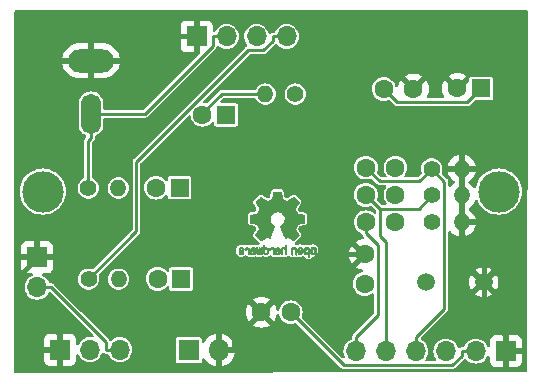
<source format=gbl>
%TF.GenerationSoftware,KiCad,Pcbnew,7.0.10-7.0.10~ubuntu22.04.1*%
%TF.CreationDate,2024-04-16T08:27:36+02:00*%
%TF.ProjectId,oric_comp_video,6f726963-5f63-46f6-9d70-5f766964656f,1*%
%TF.SameCoordinates,PX1b40518PY99d1710*%
%TF.FileFunction,Copper,L2,Bot*%
%TF.FilePolarity,Positive*%
%FSLAX46Y46*%
G04 Gerber Fmt 4.6, Leading zero omitted, Abs format (unit mm)*
G04 Created by KiCad (PCBNEW 7.0.10-7.0.10~ubuntu22.04.1) date 2024-04-16 08:27:36*
%MOMM*%
%LPD*%
G01*
G04 APERTURE LIST*
%TA.AperFunction,EtchedComponent*%
%ADD10C,0.010000*%
%TD*%
%TA.AperFunction,ComponentPad*%
%ADD11C,1.600000*%
%TD*%
%TA.AperFunction,ComponentPad*%
%ADD12C,1.400000*%
%TD*%
%TA.AperFunction,ComponentPad*%
%ADD13O,1.400000X1.400000*%
%TD*%
%TA.AperFunction,ComponentPad*%
%ADD14R,1.600000X1.600000*%
%TD*%
%TA.AperFunction,ComponentPad*%
%ADD15R,1.800000X1.800000*%
%TD*%
%TA.AperFunction,ComponentPad*%
%ADD16O,1.800000X1.800000*%
%TD*%
%TA.AperFunction,ComponentPad*%
%ADD17R,1.700000X1.700000*%
%TD*%
%TA.AperFunction,ComponentPad*%
%ADD18O,1.700000X1.700000*%
%TD*%
%TA.AperFunction,ComponentPad*%
%ADD19C,3.500000*%
%TD*%
%TA.AperFunction,ComponentPad*%
%ADD20C,1.500000*%
%TD*%
%TA.AperFunction,ComponentPad*%
%ADD21O,1.700000X3.400000*%
%TD*%
%TA.AperFunction,ComponentPad*%
%ADD22O,3.900000X1.950000*%
%TD*%
%TA.AperFunction,Conductor*%
%ADD23C,0.450000*%
%TD*%
%TA.AperFunction,Conductor*%
%ADD24C,0.250000*%
%TD*%
G04 APERTURE END LIST*
%TO.C,P1*%
D10*
X102943629Y60964703D02*
X103003553Y60942445D01*
X103028473Y60925720D01*
X103053710Y60901757D01*
X103071712Y60871274D01*
X103083658Y60829777D01*
X103090730Y60772768D01*
X103094108Y60695753D01*
X103094971Y60594235D01*
X103094802Y60541773D01*
X103093953Y60470085D01*
X103092511Y60412875D01*
X103090614Y60374991D01*
X103088397Y60361286D01*
X103073972Y60365819D01*
X103044854Y60378130D01*
X103043981Y60378528D01*
X103028860Y60386444D01*
X103018691Y60397305D01*
X103012491Y60416329D01*
X103009278Y60448731D01*
X103008070Y60499729D01*
X103007886Y60574539D01*
X103007514Y60621996D01*
X103003550Y60711185D01*
X102994473Y60776513D01*
X102979324Y60821407D01*
X102957145Y60849293D01*
X102926975Y60863597D01*
X102922790Y60864594D01*
X102866280Y60865373D01*
X102822210Y60840056D01*
X102791772Y60789298D01*
X102786344Y60774625D01*
X102773971Y60742151D01*
X102767705Y60727228D01*
X102754836Y60729284D01*
X102726733Y60740443D01*
X102700521Y60758873D01*
X102688571Y60793702D01*
X102692136Y60818649D01*
X102714035Y60869253D01*
X102749444Y60916672D01*
X102790852Y60949466D01*
X102808200Y60957048D01*
X102873889Y60969724D01*
X102943629Y60964703D01*
%TA.AperFunction,EtchedComponent*%
G36*
X102943629Y60964703D02*
G01*
X103003553Y60942445D01*
X103028473Y60925720D01*
X103053710Y60901757D01*
X103071712Y60871274D01*
X103083658Y60829777D01*
X103090730Y60772768D01*
X103094108Y60695753D01*
X103094971Y60594235D01*
X103094802Y60541773D01*
X103093953Y60470085D01*
X103092511Y60412875D01*
X103090614Y60374991D01*
X103088397Y60361286D01*
X103073972Y60365819D01*
X103044854Y60378130D01*
X103043981Y60378528D01*
X103028860Y60386444D01*
X103018691Y60397305D01*
X103012491Y60416329D01*
X103009278Y60448731D01*
X103008070Y60499729D01*
X103007886Y60574539D01*
X103007514Y60621996D01*
X103003550Y60711185D01*
X102994473Y60776513D01*
X102979324Y60821407D01*
X102957145Y60849293D01*
X102926975Y60863597D01*
X102922790Y60864594D01*
X102866280Y60865373D01*
X102822210Y60840056D01*
X102791772Y60789298D01*
X102786344Y60774625D01*
X102773971Y60742151D01*
X102767705Y60727228D01*
X102754836Y60729284D01*
X102726733Y60740443D01*
X102700521Y60758873D01*
X102688571Y60793702D01*
X102692136Y60818649D01*
X102714035Y60869253D01*
X102749444Y60916672D01*
X102790852Y60949466D01*
X102808200Y60957048D01*
X102873889Y60969724D01*
X102943629Y60964703D01*
G37*
%TD.AperFunction*%
X106891820Y60997978D02*
X106959610Y60966120D01*
X107015166Y60911030D01*
X107026681Y60893784D01*
X107036232Y60874238D01*
X107043006Y60849602D01*
X107047619Y60815089D01*
X107050688Y60765911D01*
X107052829Y60697281D01*
X107054659Y60604411D01*
X107059204Y60346793D01*
X107021025Y60361309D01*
X106986068Y60374644D01*
X106959897Y60387477D01*
X106942813Y60404020D01*
X106932886Y60429335D01*
X106928186Y60468484D01*
X106926782Y60526532D01*
X106926743Y60608539D01*
X106926544Y60673905D01*
X106925359Y60736627D01*
X106922529Y60779466D01*
X106917409Y60807580D01*
X106909353Y60826125D01*
X106897714Y60840257D01*
X106869103Y60860200D01*
X106821039Y60867717D01*
X106773488Y60848721D01*
X106770350Y60846289D01*
X106760569Y60835052D01*
X106753353Y60817030D01*
X106748099Y60787774D01*
X106744202Y60742838D01*
X106741056Y60677772D01*
X106738057Y60588130D01*
X106730800Y60348103D01*
X106669114Y60375756D01*
X106607429Y60403409D01*
X106607429Y60622554D01*
X106607684Y60682089D01*
X106609886Y60764908D01*
X106615461Y60826573D01*
X106625741Y60872052D01*
X106642058Y60906316D01*
X106665743Y60934334D01*
X106698128Y60961077D01*
X106744707Y60988020D01*
X106818087Y61005609D01*
X106891820Y60997978D01*
%TA.AperFunction,EtchedComponent*%
G36*
X106891820Y60997978D02*
G01*
X106959610Y60966120D01*
X107015166Y60911030D01*
X107026681Y60893784D01*
X107036232Y60874238D01*
X107043006Y60849602D01*
X107047619Y60815089D01*
X107050688Y60765911D01*
X107052829Y60697281D01*
X107054659Y60604411D01*
X107059204Y60346793D01*
X107021025Y60361309D01*
X106986068Y60374644D01*
X106959897Y60387477D01*
X106942813Y60404020D01*
X106932886Y60429335D01*
X106928186Y60468484D01*
X106926782Y60526532D01*
X106926743Y60608539D01*
X106926544Y60673905D01*
X106925359Y60736627D01*
X106922529Y60779466D01*
X106917409Y60807580D01*
X106909353Y60826125D01*
X106897714Y60840257D01*
X106869103Y60860200D01*
X106821039Y60867717D01*
X106773488Y60848721D01*
X106770350Y60846289D01*
X106760569Y60835052D01*
X106753353Y60817030D01*
X106748099Y60787774D01*
X106744202Y60742838D01*
X106741056Y60677772D01*
X106738057Y60588130D01*
X106730800Y60348103D01*
X106669114Y60375756D01*
X106607429Y60403409D01*
X106607429Y60622554D01*
X106607684Y60682089D01*
X106609886Y60764908D01*
X106615461Y60826573D01*
X106625741Y60872052D01*
X106642058Y60906316D01*
X106665743Y60934334D01*
X106698128Y60961077D01*
X106744707Y60988020D01*
X106818087Y61005609D01*
X106891820Y60997978D01*
G37*
%TD.AperFunction*%
X105068491Y60949333D02*
X105073073Y60946797D01*
X105110504Y60917743D01*
X105143970Y60880390D01*
X105149807Y60871948D01*
X105160965Y60852247D01*
X105168936Y60828865D01*
X105174418Y60796733D01*
X105178107Y60750781D01*
X105180699Y60685941D01*
X105182892Y60597143D01*
X105183202Y60582131D01*
X105184200Y60484801D01*
X105182794Y60415866D01*
X105178964Y60374852D01*
X105172689Y60361286D01*
X105153698Y60365348D01*
X105121438Y60377656D01*
X105113841Y60381255D01*
X105101976Y60389402D01*
X105093794Y60402796D01*
X105088443Y60426192D01*
X105085069Y60464345D01*
X105082819Y60522010D01*
X105080840Y60603943D01*
X105080298Y60627893D01*
X105078203Y60703534D01*
X105075483Y60756472D01*
X105071315Y60791725D01*
X105064879Y60814313D01*
X105055350Y60829256D01*
X105041906Y60841573D01*
X105002105Y60863166D01*
X104953141Y60867324D01*
X104909329Y60850801D01*
X104877808Y60816590D01*
X104865714Y60767686D01*
X104865378Y60754393D01*
X104858772Y60730328D01*
X104839270Y60726656D01*
X104801083Y60740987D01*
X104792238Y60745583D01*
X104768334Y60772614D01*
X104767861Y60812806D01*
X104790636Y60868391D01*
X104811527Y60898683D01*
X104864942Y60941716D01*
X104930874Y60966045D01*
X105001374Y60969357D01*
X105068491Y60949333D01*
%TA.AperFunction,EtchedComponent*%
G36*
X105068491Y60949333D02*
G01*
X105073073Y60946797D01*
X105110504Y60917743D01*
X105143970Y60880390D01*
X105149807Y60871948D01*
X105160965Y60852247D01*
X105168936Y60828865D01*
X105174418Y60796733D01*
X105178107Y60750781D01*
X105180699Y60685941D01*
X105182892Y60597143D01*
X105183202Y60582131D01*
X105184200Y60484801D01*
X105182794Y60415866D01*
X105178964Y60374852D01*
X105172689Y60361286D01*
X105153698Y60365348D01*
X105121438Y60377656D01*
X105113841Y60381255D01*
X105101976Y60389402D01*
X105093794Y60402796D01*
X105088443Y60426192D01*
X105085069Y60464345D01*
X105082819Y60522010D01*
X105080840Y60603943D01*
X105080298Y60627893D01*
X105078203Y60703534D01*
X105075483Y60756472D01*
X105071315Y60791725D01*
X105064879Y60814313D01*
X105055350Y60829256D01*
X105041906Y60841573D01*
X105002105Y60863166D01*
X104953141Y60867324D01*
X104909329Y60850801D01*
X104877808Y60816590D01*
X104865714Y60767686D01*
X104865378Y60754393D01*
X104858772Y60730328D01*
X104839270Y60726656D01*
X104801083Y60740987D01*
X104792238Y60745583D01*
X104768334Y60772614D01*
X104767861Y60812806D01*
X104790636Y60868391D01*
X104811527Y60898683D01*
X104864942Y60941716D01*
X104930874Y60966045D01*
X105001374Y60969357D01*
X105068491Y60949333D01*
G37*
%TD.AperFunction*%
X106139343Y61166356D02*
X106186514Y61146458D01*
X106186514Y60749291D01*
X106186319Y60646302D01*
X106185798Y60553659D01*
X106184999Y60475100D01*
X106183972Y60414361D01*
X106182763Y60375177D01*
X106181423Y60361286D01*
X106180899Y60361332D01*
X106163087Y60366380D01*
X106130623Y60377220D01*
X106084914Y60393154D01*
X106084914Y60597627D01*
X106084624Y60677968D01*
X106083274Y60736238D01*
X106080169Y60775891D01*
X106074612Y60802182D01*
X106065907Y60820364D01*
X106053356Y60835693D01*
X106044799Y60843845D01*
X105998528Y60866425D01*
X105947528Y60864425D01*
X105900793Y60837727D01*
X105893989Y60831102D01*
X105883093Y60817344D01*
X105875636Y60799158D01*
X105870969Y60771623D01*
X105868442Y60729819D01*
X105867402Y60668827D01*
X105867200Y60583727D01*
X105867103Y60540566D01*
X105866474Y60469576D01*
X105865356Y60412724D01*
X105863863Y60374972D01*
X105862109Y60361286D01*
X105861585Y60361332D01*
X105843773Y60366380D01*
X105811309Y60377220D01*
X105765600Y60393154D01*
X105765623Y60598563D01*
X105765657Y60616849D01*
X105767578Y60712174D01*
X105773478Y60784257D01*
X105784801Y60837987D01*
X105802987Y60878251D01*
X105829479Y60909939D01*
X105865718Y60937939D01*
X105901063Y60955467D01*
X105957573Y60969015D01*
X106013156Y60969785D01*
X106055886Y60956605D01*
X106059098Y60954785D01*
X106069005Y60954980D01*
X106075775Y60970228D01*
X106080661Y61005187D01*
X106084914Y61064511D01*
X106092171Y61186253D01*
X106139343Y61166356D01*
%TA.AperFunction,EtchedComponent*%
G36*
X106139343Y61166356D02*
G01*
X106186514Y61146458D01*
X106186514Y60749291D01*
X106186319Y60646302D01*
X106185798Y60553659D01*
X106184999Y60475100D01*
X106183972Y60414361D01*
X106182763Y60375177D01*
X106181423Y60361286D01*
X106180899Y60361332D01*
X106163087Y60366380D01*
X106130623Y60377220D01*
X106084914Y60393154D01*
X106084914Y60597627D01*
X106084624Y60677968D01*
X106083274Y60736238D01*
X106080169Y60775891D01*
X106074612Y60802182D01*
X106065907Y60820364D01*
X106053356Y60835693D01*
X106044799Y60843845D01*
X105998528Y60866425D01*
X105947528Y60864425D01*
X105900793Y60837727D01*
X105893989Y60831102D01*
X105883093Y60817344D01*
X105875636Y60799158D01*
X105870969Y60771623D01*
X105868442Y60729819D01*
X105867402Y60668827D01*
X105867200Y60583727D01*
X105867103Y60540566D01*
X105866474Y60469576D01*
X105865356Y60412724D01*
X105863863Y60374972D01*
X105862109Y60361286D01*
X105861585Y60361332D01*
X105843773Y60366380D01*
X105811309Y60377220D01*
X105765600Y60393154D01*
X105765623Y60598563D01*
X105765657Y60616849D01*
X105767578Y60712174D01*
X105773478Y60784257D01*
X105784801Y60837987D01*
X105802987Y60878251D01*
X105829479Y60909939D01*
X105865718Y60937939D01*
X105901063Y60955467D01*
X105957573Y60969015D01*
X106013156Y60969785D01*
X106055886Y60956605D01*
X106059098Y60954785D01*
X106069005Y60954980D01*
X106075775Y60970228D01*
X106080661Y61005187D01*
X106084914Y61064511D01*
X106092171Y61186253D01*
X106139343Y61166356D01*
G37*
%TD.AperFunction*%
X104114741Y60966518D02*
X104146574Y60954042D01*
X104183543Y60937198D01*
X104183543Y60450604D01*
X104137612Y60404673D01*
X104127120Y60394373D01*
X104098055Y60371480D01*
X104068743Y60364065D01*
X104025126Y60367479D01*
X104007368Y60369686D01*
X103961567Y60374355D01*
X103929543Y60376215D01*
X103920044Y60375931D01*
X103881074Y60372852D01*
X103833960Y60367479D01*
X103818885Y60365632D01*
X103780910Y60364907D01*
X103753125Y60376371D01*
X103721474Y60404673D01*
X103675543Y60450604D01*
X103675543Y60710745D01*
X103675901Y60787620D01*
X103677016Y60860914D01*
X103678752Y60918950D01*
X103680967Y60957137D01*
X103683521Y60970886D01*
X103684056Y60970849D01*
X103702608Y60964007D01*
X103733953Y60948932D01*
X103776408Y60926978D01*
X103780404Y60698560D01*
X103784400Y60470143D01*
X103871486Y60470143D01*
X103875457Y60720514D01*
X103876716Y60788573D01*
X103878518Y60861318D01*
X103880471Y60919070D01*
X103882412Y60957152D01*
X103884177Y60970886D01*
X103884685Y60970838D01*
X103902282Y60965785D01*
X103934634Y60954951D01*
X103980343Y60939017D01*
X103980565Y60719094D01*
X103980788Y60680891D01*
X103982331Y60606654D01*
X103985092Y60544655D01*
X103988777Y60500492D01*
X103993092Y60479759D01*
X104008532Y60468669D01*
X104040041Y60465244D01*
X104074686Y60470143D01*
X104078657Y60720514D01*
X104080078Y60784137D01*
X104083025Y60859444D01*
X104086879Y60918514D01*
X104091342Y60957082D01*
X104096117Y60970886D01*
X104114741Y60966518D01*
%TA.AperFunction,EtchedComponent*%
G36*
X104114741Y60966518D02*
G01*
X104146574Y60954042D01*
X104183543Y60937198D01*
X104183543Y60450604D01*
X104137612Y60404673D01*
X104127120Y60394373D01*
X104098055Y60371480D01*
X104068743Y60364065D01*
X104025126Y60367479D01*
X104007368Y60369686D01*
X103961567Y60374355D01*
X103929543Y60376215D01*
X103920044Y60375931D01*
X103881074Y60372852D01*
X103833960Y60367479D01*
X103818885Y60365632D01*
X103780910Y60364907D01*
X103753125Y60376371D01*
X103721474Y60404673D01*
X103675543Y60450604D01*
X103675543Y60710745D01*
X103675901Y60787620D01*
X103677016Y60860914D01*
X103678752Y60918950D01*
X103680967Y60957137D01*
X103683521Y60970886D01*
X103684056Y60970849D01*
X103702608Y60964007D01*
X103733953Y60948932D01*
X103776408Y60926978D01*
X103780404Y60698560D01*
X103784400Y60470143D01*
X103871486Y60470143D01*
X103875457Y60720514D01*
X103876716Y60788573D01*
X103878518Y60861318D01*
X103880471Y60919070D01*
X103882412Y60957152D01*
X103884177Y60970886D01*
X103884685Y60970838D01*
X103902282Y60965785D01*
X103934634Y60954951D01*
X103980343Y60939017D01*
X103980565Y60719094D01*
X103980788Y60680891D01*
X103982331Y60606654D01*
X103985092Y60544655D01*
X103988777Y60500492D01*
X103993092Y60479759D01*
X104008532Y60468669D01*
X104040041Y60465244D01*
X104074686Y60470143D01*
X104078657Y60720514D01*
X104080078Y60784137D01*
X104083025Y60859444D01*
X104086879Y60918514D01*
X104091342Y60957082D01*
X104096117Y60970886D01*
X104114741Y60966518D01*
G37*
%TD.AperFunction*%
X108726514Y60680600D02*
X108726501Y60664865D01*
X108725714Y60594681D01*
X108723010Y60545778D01*
X108717406Y60511622D01*
X108707919Y60485676D01*
X108693568Y60461403D01*
X108690037Y60456367D01*
X108652678Y60416657D01*
X108610111Y60386708D01*
X108588252Y60376990D01*
X108509708Y60360780D01*
X108432031Y60371265D01*
X108360445Y60407093D01*
X108300174Y60466913D01*
X108295086Y60474927D01*
X108278530Y60521458D01*
X108267373Y60586248D01*
X108261960Y60661073D01*
X108262568Y60730287D01*
X108409048Y60730287D01*
X108410202Y60634401D01*
X108410666Y60628231D01*
X108417429Y60575322D01*
X108429471Y60541771D01*
X108449805Y60518784D01*
X108483897Y60497252D01*
X108517614Y60496120D01*
X108552343Y60520943D01*
X108558384Y60527475D01*
X108570217Y60547021D01*
X108577204Y60575414D01*
X108580527Y60619370D01*
X108581371Y60685608D01*
X108579925Y60747650D01*
X108572707Y60806758D01*
X108557806Y60844114D01*
X108533436Y60863648D01*
X108497808Y60869286D01*
X108484240Y60868165D01*
X108446230Y60847606D01*
X108421112Y60801501D01*
X108409048Y60730287D01*
X108262568Y60730287D01*
X108262633Y60737704D01*
X108269737Y60807918D01*
X108283615Y60863488D01*
X108301449Y60900499D01*
X108351655Y60958067D01*
X108419685Y60993838D01*
X108502958Y61006135D01*
X108525198Y61005469D01*
X108590691Y60991853D01*
X108644487Y60957551D01*
X108693857Y60898462D01*
X108696795Y60894078D01*
X108710087Y60870501D01*
X108718732Y60843851D01*
X108723704Y60807641D01*
X108725974Y60755387D01*
X108726478Y60685608D01*
X108726514Y60680600D01*
%TA.AperFunction,EtchedComponent*%
G36*
X108726514Y60680600D02*
G01*
X108726501Y60664865D01*
X108725714Y60594681D01*
X108723010Y60545778D01*
X108717406Y60511622D01*
X108707919Y60485676D01*
X108693568Y60461403D01*
X108690037Y60456367D01*
X108652678Y60416657D01*
X108610111Y60386708D01*
X108588252Y60376990D01*
X108509708Y60360780D01*
X108432031Y60371265D01*
X108360445Y60407093D01*
X108300174Y60466913D01*
X108295086Y60474927D01*
X108278530Y60521458D01*
X108267373Y60586248D01*
X108261960Y60661073D01*
X108262568Y60730287D01*
X108409048Y60730287D01*
X108410202Y60634401D01*
X108410666Y60628231D01*
X108417429Y60575322D01*
X108429471Y60541771D01*
X108449805Y60518784D01*
X108483897Y60497252D01*
X108517614Y60496120D01*
X108552343Y60520943D01*
X108558384Y60527475D01*
X108570217Y60547021D01*
X108577204Y60575414D01*
X108580527Y60619370D01*
X108581371Y60685608D01*
X108579925Y60747650D01*
X108572707Y60806758D01*
X108557806Y60844114D01*
X108533436Y60863648D01*
X108497808Y60869286D01*
X108484240Y60868165D01*
X108446230Y60847606D01*
X108421112Y60801501D01*
X108409048Y60730287D01*
X108262568Y60730287D01*
X108262633Y60737704D01*
X108269737Y60807918D01*
X108283615Y60863488D01*
X108301449Y60900499D01*
X108351655Y60958067D01*
X108419685Y60993838D01*
X108502958Y61006135D01*
X108525198Y61005469D01*
X108590691Y60991853D01*
X108644487Y60957551D01*
X108693857Y60898462D01*
X108696795Y60894078D01*
X108710087Y60870501D01*
X108718732Y60843851D01*
X108723704Y60807641D01*
X108725974Y60755387D01*
X108726478Y60685608D01*
X108726514Y60680600D01*
G37*
%TD.AperFunction*%
X102601390Y60663178D02*
X102601107Y60624495D01*
X102597562Y60548279D01*
X102588283Y60492506D01*
X102571175Y60451187D01*
X102544144Y60418333D01*
X102505092Y60387954D01*
X102480245Y60374140D01*
X102440415Y60364835D01*
X102384465Y60365570D01*
X102353185Y60368517D01*
X102315453Y60377517D01*
X102285294Y60397080D01*
X102250208Y60433533D01*
X102245520Y60438857D01*
X102213977Y60479831D01*
X102198928Y60515517D01*
X102195086Y60557834D01*
X102195086Y60620021D01*
X102238542Y60603618D01*
X102270224Y60584444D01*
X102297762Y60539453D01*
X102303511Y60525048D01*
X102335655Y60484254D01*
X102379411Y60463719D01*
X102427054Y60465565D01*
X102470857Y60491914D01*
X102485911Y60508345D01*
X102499563Y60533133D01*
X102495293Y60555656D01*
X102470716Y60578836D01*
X102423451Y60605598D01*
X102351114Y60638866D01*
X102202343Y60703984D01*
X102198395Y60768492D01*
X102199879Y60809580D01*
X102296810Y60809580D01*
X102304168Y60784143D01*
X102337648Y60756986D01*
X102398414Y60726086D01*
X102408469Y60721610D01*
X102456551Y60700783D01*
X102492526Y60686135D01*
X102509244Y60680600D01*
X102511777Y60684674D01*
X102512793Y60709553D01*
X102509169Y60749543D01*
X102500042Y60788648D01*
X102471573Y60837916D01*
X102430478Y60865678D01*
X102381390Y60869436D01*
X102328944Y60846691D01*
X102314409Y60835319D01*
X102296810Y60809580D01*
X102199879Y60809580D01*
X102200138Y60816736D01*
X102222081Y60877704D01*
X102249779Y60911303D01*
X102307205Y60948834D01*
X102375327Y60967794D01*
X102445747Y60966293D01*
X102510067Y60942445D01*
X102524226Y60933287D01*
X102556704Y60904951D01*
X102578916Y60869105D01*
X102592604Y60820416D01*
X102599515Y60753551D01*
X102600428Y60709553D01*
X102601390Y60663178D01*
%TA.AperFunction,EtchedComponent*%
G36*
X102601390Y60663178D02*
G01*
X102601107Y60624495D01*
X102597562Y60548279D01*
X102588283Y60492506D01*
X102571175Y60451187D01*
X102544144Y60418333D01*
X102505092Y60387954D01*
X102480245Y60374140D01*
X102440415Y60364835D01*
X102384465Y60365570D01*
X102353185Y60368517D01*
X102315453Y60377517D01*
X102285294Y60397080D01*
X102250208Y60433533D01*
X102245520Y60438857D01*
X102213977Y60479831D01*
X102198928Y60515517D01*
X102195086Y60557834D01*
X102195086Y60620021D01*
X102238542Y60603618D01*
X102270224Y60584444D01*
X102297762Y60539453D01*
X102303511Y60525048D01*
X102335655Y60484254D01*
X102379411Y60463719D01*
X102427054Y60465565D01*
X102470857Y60491914D01*
X102485911Y60508345D01*
X102499563Y60533133D01*
X102495293Y60555656D01*
X102470716Y60578836D01*
X102423451Y60605598D01*
X102351114Y60638866D01*
X102202343Y60703984D01*
X102198395Y60768492D01*
X102199879Y60809580D01*
X102296810Y60809580D01*
X102304168Y60784143D01*
X102337648Y60756986D01*
X102398414Y60726086D01*
X102408469Y60721610D01*
X102456551Y60700783D01*
X102492526Y60686135D01*
X102509244Y60680600D01*
X102511777Y60684674D01*
X102512793Y60709553D01*
X102509169Y60749543D01*
X102500042Y60788648D01*
X102471573Y60837916D01*
X102430478Y60865678D01*
X102381390Y60869436D01*
X102328944Y60846691D01*
X102314409Y60835319D01*
X102296810Y60809580D01*
X102199879Y60809580D01*
X102200138Y60816736D01*
X102222081Y60877704D01*
X102249779Y60911303D01*
X102307205Y60948834D01*
X102375327Y60967794D01*
X102445747Y60966293D01*
X102510067Y60942445D01*
X102524226Y60933287D01*
X102556704Y60904951D01*
X102578916Y60869105D01*
X102592604Y60820416D01*
X102599515Y60753551D01*
X102600428Y60709553D01*
X102601390Y60663178D01*
G37*
%TD.AperFunction*%
X104691498Y60666086D02*
X104690337Y60609487D01*
X104682145Y60532338D01*
X104664319Y60474524D01*
X104634775Y60430378D01*
X104591425Y60394232D01*
X104550132Y60373337D01*
X104480787Y60361710D01*
X104411536Y60374423D01*
X104348945Y60409855D01*
X104299579Y60466382D01*
X104293618Y60476805D01*
X104285745Y60495067D01*
X104279906Y60518371D01*
X104275799Y60550715D01*
X104273125Y60596096D01*
X104271581Y60658513D01*
X104271534Y60664052D01*
X104372229Y60664052D01*
X104372572Y60611223D01*
X104374742Y60563438D01*
X104380107Y60532591D01*
X104390017Y60511865D01*
X104405821Y60494444D01*
X104409524Y60491095D01*
X104457099Y60466381D01*
X104507435Y60468910D01*
X104554317Y60498512D01*
X104568277Y60513847D01*
X104579960Y60534178D01*
X104586486Y60562286D01*
X104589324Y60605250D01*
X104589943Y60670153D01*
X104589637Y60719678D01*
X104587522Y60768018D01*
X104582190Y60799213D01*
X104572260Y60820153D01*
X104556350Y60837727D01*
X104547004Y60845641D01*
X104498576Y60866957D01*
X104447840Y60863602D01*
X104403787Y60835693D01*
X104394304Y60824627D01*
X104382739Y60803791D01*
X104376052Y60774694D01*
X104372973Y60730419D01*
X104372229Y60664052D01*
X104271534Y60664052D01*
X104270867Y60741963D01*
X104270683Y60850442D01*
X104270629Y61187199D01*
X104317800Y61167438D01*
X104330272Y61162030D01*
X104350124Y61149815D01*
X104361487Y61131318D01*
X104367733Y61098971D01*
X104372229Y61045207D01*
X104376335Y60996934D01*
X104381763Y60965243D01*
X104389539Y60953417D01*
X104401257Y60956588D01*
X104431118Y60967733D01*
X104484484Y60970496D01*
X104541893Y60960175D01*
X104591425Y60937939D01*
X104618676Y60917357D01*
X104653665Y60877200D01*
X104676074Y60825714D01*
X104687990Y60757232D01*
X104691342Y60670153D01*
X104691498Y60666086D01*
%TA.AperFunction,EtchedComponent*%
G36*
X104691498Y60666086D02*
G01*
X104690337Y60609487D01*
X104682145Y60532338D01*
X104664319Y60474524D01*
X104634775Y60430378D01*
X104591425Y60394232D01*
X104550132Y60373337D01*
X104480787Y60361710D01*
X104411536Y60374423D01*
X104348945Y60409855D01*
X104299579Y60466382D01*
X104293618Y60476805D01*
X104285745Y60495067D01*
X104279906Y60518371D01*
X104275799Y60550715D01*
X104273125Y60596096D01*
X104271581Y60658513D01*
X104271534Y60664052D01*
X104372229Y60664052D01*
X104372572Y60611223D01*
X104374742Y60563438D01*
X104380107Y60532591D01*
X104390017Y60511865D01*
X104405821Y60494444D01*
X104409524Y60491095D01*
X104457099Y60466381D01*
X104507435Y60468910D01*
X104554317Y60498512D01*
X104568277Y60513847D01*
X104579960Y60534178D01*
X104586486Y60562286D01*
X104589324Y60605250D01*
X104589943Y60670153D01*
X104589637Y60719678D01*
X104587522Y60768018D01*
X104582190Y60799213D01*
X104572260Y60820153D01*
X104556350Y60837727D01*
X104547004Y60845641D01*
X104498576Y60866957D01*
X104447840Y60863602D01*
X104403787Y60835693D01*
X104394304Y60824627D01*
X104382739Y60803791D01*
X104376052Y60774694D01*
X104372973Y60730419D01*
X104372229Y60664052D01*
X104271534Y60664052D01*
X104270867Y60741963D01*
X104270683Y60850442D01*
X104270629Y61187199D01*
X104317800Y61167438D01*
X104330272Y61162030D01*
X104350124Y61149815D01*
X104361487Y61131318D01*
X104367733Y61098971D01*
X104372229Y61045207D01*
X104376335Y60996934D01*
X104381763Y60965243D01*
X104389539Y60953417D01*
X104401257Y60956588D01*
X104431118Y60967733D01*
X104484484Y60970496D01*
X104541893Y60960175D01*
X104591425Y60937939D01*
X104618676Y60917357D01*
X104653665Y60877200D01*
X104676074Y60825714D01*
X104687990Y60757232D01*
X104691342Y60670153D01*
X104691498Y60666086D01*
G37*
%TD.AperFunction*%
X107623099Y60721745D02*
X107618484Y60611722D01*
X107615878Y60588413D01*
X107596460Y60505448D01*
X107561373Y60442352D01*
X107508012Y60393992D01*
X107504996Y60391996D01*
X107437162Y60363615D01*
X107366335Y60361089D01*
X107298089Y60382703D01*
X107237996Y60426738D01*
X107191629Y60491478D01*
X107190850Y60493039D01*
X107175443Y60533242D01*
X107164157Y60578934D01*
X107158170Y60621828D01*
X107158661Y60653640D01*
X107166807Y60666086D01*
X107174044Y60665329D01*
X107208651Y60651565D01*
X107247878Y60626254D01*
X107281248Y60596955D01*
X107298283Y60571228D01*
X107315992Y60536329D01*
X107352285Y60504588D01*
X107394430Y60491914D01*
X107409877Y60495579D01*
X107440369Y60514026D01*
X107466928Y60539634D01*
X107478286Y60562866D01*
X107478282Y60562952D01*
X107465396Y60573621D01*
X107431041Y60592867D01*
X107380393Y60617987D01*
X107318629Y60646276D01*
X107318289Y60646426D01*
X107251188Y60676302D01*
X107206211Y60697827D01*
X107178945Y60714363D01*
X107164978Y60729269D01*
X107159897Y60745907D01*
X107159290Y60767638D01*
X107163512Y60808787D01*
X107306800Y60808787D01*
X107321591Y60795851D01*
X107358444Y60776467D01*
X107359525Y60775919D01*
X107403005Y60755213D01*
X107441902Y60738695D01*
X107466578Y60731707D01*
X107476476Y60741047D01*
X107478286Y60773052D01*
X107470766Y60812885D01*
X107444697Y60849083D01*
X107406954Y60867850D01*
X107364877Y60865955D01*
X107325805Y60840168D01*
X107310447Y60822349D01*
X107306800Y60808787D01*
X107163512Y60808787D01*
X107164633Y60819714D01*
X107191051Y60890465D01*
X107235273Y60946065D01*
X107292497Y60984561D01*
X107357920Y61004003D01*
X107426737Y61002441D01*
X107494147Y60977922D01*
X107555344Y60928498D01*
X107589250Y60879588D01*
X107613606Y60809773D01*
X107617567Y60773052D01*
X107623099Y60721745D01*
%TA.AperFunction,EtchedComponent*%
G36*
X107623099Y60721745D02*
G01*
X107618484Y60611722D01*
X107615878Y60588413D01*
X107596460Y60505448D01*
X107561373Y60442352D01*
X107508012Y60393992D01*
X107504996Y60391996D01*
X107437162Y60363615D01*
X107366335Y60361089D01*
X107298089Y60382703D01*
X107237996Y60426738D01*
X107191629Y60491478D01*
X107190850Y60493039D01*
X107175443Y60533242D01*
X107164157Y60578934D01*
X107158170Y60621828D01*
X107158661Y60653640D01*
X107166807Y60666086D01*
X107174044Y60665329D01*
X107208651Y60651565D01*
X107247878Y60626254D01*
X107281248Y60596955D01*
X107298283Y60571228D01*
X107315992Y60536329D01*
X107352285Y60504588D01*
X107394430Y60491914D01*
X107409877Y60495579D01*
X107440369Y60514026D01*
X107466928Y60539634D01*
X107478286Y60562866D01*
X107478282Y60562952D01*
X107465396Y60573621D01*
X107431041Y60592867D01*
X107380393Y60617987D01*
X107318629Y60646276D01*
X107318289Y60646426D01*
X107251188Y60676302D01*
X107206211Y60697827D01*
X107178945Y60714363D01*
X107164978Y60729269D01*
X107159897Y60745907D01*
X107159290Y60767638D01*
X107163512Y60808787D01*
X107306800Y60808787D01*
X107321591Y60795851D01*
X107358444Y60776467D01*
X107359525Y60775919D01*
X107403005Y60755213D01*
X107441902Y60738695D01*
X107466578Y60731707D01*
X107476476Y60741047D01*
X107478286Y60773052D01*
X107470766Y60812885D01*
X107444697Y60849083D01*
X107406954Y60867850D01*
X107364877Y60865955D01*
X107325805Y60840168D01*
X107310447Y60822349D01*
X107306800Y60808787D01*
X107163512Y60808787D01*
X107164633Y60819714D01*
X107191051Y60890465D01*
X107235273Y60946065D01*
X107292497Y60984561D01*
X107357920Y61004003D01*
X107426737Y61002441D01*
X107494147Y60977922D01*
X107555344Y60928498D01*
X107589250Y60879588D01*
X107613606Y60809773D01*
X107617567Y60773052D01*
X107623099Y60721745D01*
G37*
%TD.AperFunction*%
X105550283Y60955231D02*
X105600176Y60926139D01*
X105622125Y60903473D01*
X105664304Y60835718D01*
X105678514Y60761850D01*
X105678514Y60711030D01*
X105631799Y60730672D01*
X105599492Y60750492D01*
X105574031Y60791640D01*
X105571416Y60800125D01*
X105543278Y60843349D01*
X105500867Y60866697D01*
X105452170Y60867700D01*
X105405173Y60843886D01*
X105398157Y60837744D01*
X105374693Y60811055D01*
X105370819Y60787786D01*
X105388568Y60764938D01*
X105429979Y60739513D01*
X105497086Y60708512D01*
X105501624Y60706548D01*
X105576122Y60671810D01*
X105627003Y60641037D01*
X105658325Y60610312D01*
X105674143Y60575718D01*
X105678514Y60533338D01*
X105672786Y60486354D01*
X105643862Y60426215D01*
X105592978Y60383012D01*
X105556174Y60370041D01*
X105504234Y60362944D01*
X105453799Y60364460D01*
X105417783Y60375168D01*
X105413958Y60377834D01*
X105403798Y60396463D01*
X105410848Y60429295D01*
X105423097Y60455065D01*
X105442739Y60465794D01*
X105479991Y60465261D01*
X105531708Y60468338D01*
X105565501Y60489588D01*
X105576914Y60528923D01*
X105576904Y60530053D01*
X105569987Y60552887D01*
X105546459Y60573837D01*
X105500714Y60597985D01*
X105438504Y60627059D01*
X105397299Y60642875D01*
X105373512Y60641856D01*
X105362397Y60620963D01*
X105359208Y60577159D01*
X105359200Y60507407D01*
X105358844Y60464348D01*
X105357213Y60411174D01*
X105354561Y60374778D01*
X105351222Y60361286D01*
X105350330Y60361377D01*
X105331037Y60368690D01*
X105299084Y60384122D01*
X105254924Y60406958D01*
X105260171Y60612722D01*
X105260536Y60626368D01*
X105264704Y60722149D01*
X105272068Y60794338D01*
X105284130Y60847742D01*
X105302393Y60887167D01*
X105328360Y60917420D01*
X105363533Y60943307D01*
X105364184Y60943713D01*
X105421056Y60964832D01*
X105486833Y60968400D01*
X105550283Y60955231D01*
%TA.AperFunction,EtchedComponent*%
G36*
X105550283Y60955231D02*
G01*
X105600176Y60926139D01*
X105622125Y60903473D01*
X105664304Y60835718D01*
X105678514Y60761850D01*
X105678514Y60711030D01*
X105631799Y60730672D01*
X105599492Y60750492D01*
X105574031Y60791640D01*
X105571416Y60800125D01*
X105543278Y60843349D01*
X105500867Y60866697D01*
X105452170Y60867700D01*
X105405173Y60843886D01*
X105398157Y60837744D01*
X105374693Y60811055D01*
X105370819Y60787786D01*
X105388568Y60764938D01*
X105429979Y60739513D01*
X105497086Y60708512D01*
X105501624Y60706548D01*
X105576122Y60671810D01*
X105627003Y60641037D01*
X105658325Y60610312D01*
X105674143Y60575718D01*
X105678514Y60533338D01*
X105672786Y60486354D01*
X105643862Y60426215D01*
X105592978Y60383012D01*
X105556174Y60370041D01*
X105504234Y60362944D01*
X105453799Y60364460D01*
X105417783Y60375168D01*
X105413958Y60377834D01*
X105403798Y60396463D01*
X105410848Y60429295D01*
X105423097Y60455065D01*
X105442739Y60465794D01*
X105479991Y60465261D01*
X105531708Y60468338D01*
X105565501Y60489588D01*
X105576914Y60528923D01*
X105576904Y60530053D01*
X105569987Y60552887D01*
X105546459Y60573837D01*
X105500714Y60597985D01*
X105438504Y60627059D01*
X105397299Y60642875D01*
X105373512Y60641856D01*
X105362397Y60620963D01*
X105359208Y60577159D01*
X105359200Y60507407D01*
X105358844Y60464348D01*
X105357213Y60411174D01*
X105354561Y60374778D01*
X105351222Y60361286D01*
X105350330Y60361377D01*
X105331037Y60368690D01*
X105299084Y60384122D01*
X105254924Y60406958D01*
X105260171Y60612722D01*
X105260536Y60626368D01*
X105264704Y60722149D01*
X105272068Y60794338D01*
X105284130Y60847742D01*
X105302393Y60887167D01*
X105328360Y60917420D01*
X105363533Y60943307D01*
X105364184Y60943713D01*
X105421056Y60964832D01*
X105486833Y60968400D01*
X105550283Y60955231D01*
G37*
%TD.AperFunction*%
X108170615Y60614276D02*
X108172052Y60502800D01*
X108172451Y60470461D01*
X108173729Y60362345D01*
X108173985Y60279614D01*
X108172434Y60219374D01*
X108168290Y60178727D01*
X108160764Y60154777D01*
X108149071Y60144629D01*
X108132424Y60145386D01*
X108110036Y60154152D01*
X108081121Y60168031D01*
X108074942Y60170992D01*
X108049213Y60185489D01*
X108035776Y60202735D01*
X108030634Y60231492D01*
X108029790Y60280517D01*
X108029752Y60368543D01*
X107939076Y60368543D01*
X107883298Y60370985D01*
X107839440Y60380892D01*
X107803018Y60400914D01*
X107800303Y60402871D01*
X107763346Y60435931D01*
X107737626Y60475869D01*
X107721406Y60528143D01*
X107712948Y60598212D01*
X107710883Y60677370D01*
X107855657Y60677370D01*
X107855682Y60664103D01*
X107857061Y60604216D01*
X107861487Y60565068D01*
X107870261Y60539647D01*
X107884686Y60520943D01*
X107885584Y60520050D01*
X107921037Y60495848D01*
X107955396Y60498233D01*
X107994203Y60527540D01*
X108003695Y60537556D01*
X108017676Y60558092D01*
X108025560Y60584803D01*
X108029045Y60625301D01*
X108029829Y60687197D01*
X108029150Y60724670D01*
X108021783Y60792820D01*
X108004968Y60837470D01*
X107977034Y60861874D01*
X107936309Y60869286D01*
X107919150Y60867706D01*
X107889460Y60852034D01*
X107869831Y60817109D01*
X107858988Y60759899D01*
X107855657Y60677370D01*
X107710883Y60677370D01*
X107710514Y60691533D01*
X107711053Y60759631D01*
X107713507Y60811213D01*
X107718958Y60846984D01*
X107728486Y60873785D01*
X107743171Y60898462D01*
X107756652Y60917320D01*
X107805599Y60968232D01*
X107861056Y60995882D01*
X107930728Y61004635D01*
X108010464Y60995910D01*
X108079395Y60964615D01*
X108133913Y60909419D01*
X108138023Y60903576D01*
X108147608Y60888047D01*
X108154951Y60870302D01*
X108160412Y60846510D01*
X108164350Y60812842D01*
X108167123Y60765467D01*
X108169092Y60700555D01*
X108169328Y60687197D01*
X108170615Y60614276D01*
%TA.AperFunction,EtchedComponent*%
G36*
X108170615Y60614276D02*
G01*
X108172052Y60502800D01*
X108172451Y60470461D01*
X108173729Y60362345D01*
X108173985Y60279614D01*
X108172434Y60219374D01*
X108168290Y60178727D01*
X108160764Y60154777D01*
X108149071Y60144629D01*
X108132424Y60145386D01*
X108110036Y60154152D01*
X108081121Y60168031D01*
X108074942Y60170992D01*
X108049213Y60185489D01*
X108035776Y60202735D01*
X108030634Y60231492D01*
X108029790Y60280517D01*
X108029752Y60368543D01*
X107939076Y60368543D01*
X107883298Y60370985D01*
X107839440Y60380892D01*
X107803018Y60400914D01*
X107800303Y60402871D01*
X107763346Y60435931D01*
X107737626Y60475869D01*
X107721406Y60528143D01*
X107712948Y60598212D01*
X107710883Y60677370D01*
X107855657Y60677370D01*
X107855682Y60664103D01*
X107857061Y60604216D01*
X107861487Y60565068D01*
X107870261Y60539647D01*
X107884686Y60520943D01*
X107885584Y60520050D01*
X107921037Y60495848D01*
X107955396Y60498233D01*
X107994203Y60527540D01*
X108003695Y60537556D01*
X108017676Y60558092D01*
X108025560Y60584803D01*
X108029045Y60625301D01*
X108029829Y60687197D01*
X108029150Y60724670D01*
X108021783Y60792820D01*
X108004968Y60837470D01*
X107977034Y60861874D01*
X107936309Y60869286D01*
X107919150Y60867706D01*
X107889460Y60852034D01*
X107869831Y60817109D01*
X107858988Y60759899D01*
X107855657Y60677370D01*
X107710883Y60677370D01*
X107710514Y60691533D01*
X107711053Y60759631D01*
X107713507Y60811213D01*
X107718958Y60846984D01*
X107728486Y60873785D01*
X107743171Y60898462D01*
X107756652Y60917320D01*
X107805599Y60968232D01*
X107861056Y60995882D01*
X107930728Y61004635D01*
X108010464Y60995910D01*
X108079395Y60964615D01*
X108133913Y60909419D01*
X108138023Y60903576D01*
X108147608Y60888047D01*
X108154951Y60870302D01*
X108160412Y60846510D01*
X108164350Y60812842D01*
X108167123Y60765467D01*
X108169092Y60700555D01*
X108169328Y60687197D01*
X108170615Y60614276D01*
G37*
%TD.AperFunction*%
X103428295Y60969580D02*
X103459399Y60961679D01*
X103488359Y60941983D01*
X103525631Y60905316D01*
X103549601Y60879422D01*
X103574570Y60845803D01*
X103585831Y60814294D01*
X103588457Y60774315D01*
X103588457Y60708883D01*
X103543835Y60731958D01*
X103508473Y60760076D01*
X103484251Y60797952D01*
X103480091Y60808249D01*
X103448394Y60848163D01*
X103404354Y60868176D01*
X103356331Y60866228D01*
X103312686Y60840257D01*
X103294220Y60819165D01*
X103283463Y60792181D01*
X103294978Y60768166D01*
X103330781Y60744009D01*
X103392890Y60716601D01*
X103402315Y60712815D01*
X103458858Y60688041D01*
X103507380Y60663611D01*
X103538251Y60644314D01*
X103569171Y60609847D01*
X103589727Y60554843D01*
X103587544Y60495817D01*
X103563224Y60439955D01*
X103517368Y60394445D01*
X103480238Y60375073D01*
X103408511Y60361508D01*
X103368652Y60363338D01*
X103331753Y60373232D01*
X103317597Y60393994D01*
X103322891Y60428187D01*
X103324431Y60432708D01*
X103336642Y60456684D01*
X103356974Y60465758D01*
X103395708Y60465151D01*
X103423057Y60464326D01*
X103455057Y60471408D01*
X103476982Y60492581D01*
X103489470Y60518648D01*
X103490862Y60545955D01*
X103490798Y60546115D01*
X103474607Y60560870D01*
X103439955Y60582343D01*
X103395121Y60606342D01*
X103348382Y60628675D01*
X103308017Y60645148D01*
X103282304Y60651571D01*
X103278479Y60645282D01*
X103273664Y60615685D01*
X103270366Y60567353D01*
X103269143Y60506428D01*
X103268858Y60464258D01*
X103267518Y60411147D01*
X103265328Y60374775D01*
X103262569Y60361286D01*
X103248144Y60365819D01*
X103219026Y60378130D01*
X103182057Y60394974D01*
X103182057Y60611079D01*
X103182293Y60666473D01*
X103184529Y60750593D01*
X103190223Y60813000D01*
X103200703Y60858442D01*
X103217297Y60891667D01*
X103241331Y60917422D01*
X103274133Y60940456D01*
X103315924Y60959465D01*
X103393087Y60970886D01*
X103428295Y60969580D01*
%TA.AperFunction,EtchedComponent*%
G36*
X103428295Y60969580D02*
G01*
X103459399Y60961679D01*
X103488359Y60941983D01*
X103525631Y60905316D01*
X103549601Y60879422D01*
X103574570Y60845803D01*
X103585831Y60814294D01*
X103588457Y60774315D01*
X103588457Y60708883D01*
X103543835Y60731958D01*
X103508473Y60760076D01*
X103484251Y60797952D01*
X103480091Y60808249D01*
X103448394Y60848163D01*
X103404354Y60868176D01*
X103356331Y60866228D01*
X103312686Y60840257D01*
X103294220Y60819165D01*
X103283463Y60792181D01*
X103294978Y60768166D01*
X103330781Y60744009D01*
X103392890Y60716601D01*
X103402315Y60712815D01*
X103458858Y60688041D01*
X103507380Y60663611D01*
X103538251Y60644314D01*
X103569171Y60609847D01*
X103589727Y60554843D01*
X103587544Y60495817D01*
X103563224Y60439955D01*
X103517368Y60394445D01*
X103480238Y60375073D01*
X103408511Y60361508D01*
X103368652Y60363338D01*
X103331753Y60373232D01*
X103317597Y60393994D01*
X103322891Y60428187D01*
X103324431Y60432708D01*
X103336642Y60456684D01*
X103356974Y60465758D01*
X103395708Y60465151D01*
X103423057Y60464326D01*
X103455057Y60471408D01*
X103476982Y60492581D01*
X103489470Y60518648D01*
X103490862Y60545955D01*
X103490798Y60546115D01*
X103474607Y60560870D01*
X103439955Y60582343D01*
X103395121Y60606342D01*
X103348382Y60628675D01*
X103308017Y60645148D01*
X103282304Y60651571D01*
X103278479Y60645282D01*
X103273664Y60615685D01*
X103270366Y60567353D01*
X103269143Y60506428D01*
X103268858Y60464258D01*
X103267518Y60411147D01*
X103265328Y60374775D01*
X103262569Y60361286D01*
X103248144Y60365819D01*
X103219026Y60378130D01*
X103182057Y60394974D01*
X103182057Y60611079D01*
X103182293Y60666473D01*
X103184529Y60750593D01*
X103190223Y60813000D01*
X103200703Y60858442D01*
X103217297Y60891667D01*
X103241331Y60917422D01*
X103274133Y60940456D01*
X103315924Y60959465D01*
X103393087Y60970886D01*
X103428295Y60969580D01*
G37*
%TD.AperFunction*%
X105574733Y65673429D02*
X105650656Y65672935D01*
X105705291Y65671665D01*
X105742300Y65669253D01*
X105765347Y65665333D01*
X105778096Y65659538D01*
X105784211Y65651501D01*
X105787356Y65640857D01*
X105787446Y65640475D01*
X105792614Y65615453D01*
X105802009Y65567119D01*
X105814667Y65500540D01*
X105829625Y65420786D01*
X105845919Y65332925D01*
X105847248Y65325736D01*
X105863491Y65240460D01*
X105878605Y65165558D01*
X105891608Y65105581D01*
X105901515Y65065083D01*
X105907344Y65048616D01*
X105907375Y65048590D01*
X105925743Y65039480D01*
X105963440Y65024343D01*
X106012343Y65006442D01*
X106015097Y65005470D01*
X106077617Y64981841D01*
X106150343Y64952205D01*
X106218094Y64922738D01*
X106329503Y64872174D01*
X106576199Y65040640D01*
X106593575Y65052489D01*
X106668002Y65102853D01*
X106734414Y65147188D01*
X106788839Y65182884D01*
X106827306Y65207329D01*
X106845842Y65217911D01*
X106858543Y65215485D01*
X106887379Y65196690D01*
X106931943Y65159470D01*
X106993470Y65102780D01*
X107073198Y65025573D01*
X107080332Y65018545D01*
X107143596Y64955578D01*
X107199790Y64898532D01*
X107245477Y64850983D01*
X107277214Y64816503D01*
X107291564Y64798669D01*
X107291610Y64798583D01*
X107293433Y64785005D01*
X107286710Y64762980D01*
X107269746Y64729496D01*
X107240844Y64681539D01*
X107198308Y64616096D01*
X107140444Y64530155D01*
X107130583Y64515649D01*
X107080713Y64442165D01*
X107036705Y64377113D01*
X107001180Y64324383D01*
X106976759Y64287864D01*
X106966064Y64271444D01*
X106965258Y64267966D01*
X106970318Y64242015D01*
X106985477Y64199641D01*
X107008263Y64148072D01*
X107039229Y64080630D01*
X107073804Y64000605D01*
X107103166Y63928171D01*
X107110445Y63909423D01*
X107129510Y63861554D01*
X107143515Y63828204D01*
X107149841Y63815686D01*
X107156825Y63814750D01*
X107188213Y63809339D01*
X107239587Y63799994D01*
X107305602Y63787731D01*
X107380913Y63773568D01*
X107460175Y63758520D01*
X107538043Y63743605D01*
X107609170Y63729839D01*
X107668212Y63718238D01*
X107709822Y63709820D01*
X107728657Y63705601D01*
X107731780Y63704411D01*
X107739391Y63697995D01*
X107745054Y63684335D01*
X107749051Y63659801D01*
X107751666Y63620762D01*
X107753184Y63563587D01*
X107753886Y63484646D01*
X107754057Y63380308D01*
X107754057Y63063001D01*
X107677857Y63047961D01*
X107668640Y63046158D01*
X107619691Y63036820D01*
X107552005Y63024131D01*
X107473278Y63009527D01*
X107391200Y62994445D01*
X107358878Y62988378D01*
X107286655Y62973619D01*
X107226466Y62959663D01*
X107183840Y62947848D01*
X107164310Y62939513D01*
X107155460Y62925895D01*
X107139348Y62889862D01*
X107122865Y62843228D01*
X107117063Y62825766D01*
X107095706Y62768442D01*
X107068159Y62700599D01*
X107038907Y62633445D01*
X107023263Y62598370D01*
X107000974Y62545978D01*
X106985657Y62506742D01*
X106979962Y62487237D01*
X106980278Y62485764D01*
X106991081Y62465071D01*
X107015438Y62425135D01*
X107050881Y62369828D01*
X107094936Y62303019D01*
X107145132Y62228580D01*
X107310301Y61986177D01*
X107093303Y61768817D01*
X107072316Y61747901D01*
X107008142Y61685295D01*
X106950790Y61631305D01*
X106903620Y61588974D01*
X106869992Y61561343D01*
X106853267Y61551457D01*
X106835103Y61558979D01*
X106797065Y61580573D01*
X106743526Y61613649D01*
X106678684Y61655609D01*
X106606740Y61703857D01*
X106536075Y61751509D01*
X106472326Y61793472D01*
X106420313Y61826635D01*
X106384079Y61848422D01*
X106367667Y61856257D01*
X106366705Y61856186D01*
X106344903Y61848462D01*
X106306240Y61830477D01*
X106258412Y61805787D01*
X106257910Y61805516D01*
X106194387Y61773701D01*
X106150860Y61758158D01*
X106123852Y61758115D01*
X106109890Y61772800D01*
X106103980Y61787256D01*
X106088029Y61825969D01*
X106063460Y61885484D01*
X106031579Y61962635D01*
X105993693Y62054259D01*
X105951110Y62157193D01*
X105905137Y62268274D01*
X105863467Y62369328D01*
X105821068Y62473020D01*
X105783556Y62565681D01*
X105752188Y62644158D01*
X105728225Y62705300D01*
X105712923Y62745957D01*
X105707543Y62762975D01*
X105717818Y62778581D01*
X105746363Y62804638D01*
X105786771Y62834913D01*
X105883779Y62914116D01*
X105970593Y63015325D01*
X106034122Y63126684D01*
X106073977Y63244907D01*
X106089765Y63366705D01*
X106081096Y63488790D01*
X106047578Y63607875D01*
X105988821Y63720671D01*
X105904432Y63823889D01*
X105860431Y63864087D01*
X105755011Y63935162D01*
X105642210Y63981499D01*
X105525325Y64004201D01*
X105407653Y64004372D01*
X105292490Y63983113D01*
X105183135Y63941530D01*
X105082883Y63880724D01*
X104995033Y63801799D01*
X104922880Y63705859D01*
X104869722Y63594005D01*
X104838857Y63467343D01*
X104833192Y63406293D01*
X104840985Y63274024D01*
X104876084Y63148534D01*
X104937449Y63032041D01*
X105024043Y62926761D01*
X105134829Y62834913D01*
X105173731Y62805870D01*
X105202904Y62779528D01*
X105214057Y62763000D01*
X105209610Y62748591D01*
X105195178Y62709985D01*
X105171973Y62650599D01*
X105141252Y62573585D01*
X105104274Y62482097D01*
X105062296Y62379284D01*
X105016578Y62268298D01*
X104974978Y62167728D01*
X104932022Y62063853D01*
X104893629Y61970981D01*
X104861105Y61892275D01*
X104835758Y61830901D01*
X104818895Y61790021D01*
X104811825Y61772800D01*
X104811743Y61772596D01*
X104797598Y61758055D01*
X104770459Y61758221D01*
X104726823Y61773873D01*
X104663188Y61805787D01*
X104658179Y61808474D01*
X104610925Y61832650D01*
X104573611Y61849763D01*
X104553933Y61856257D01*
X104537805Y61848582D01*
X104501759Y61826929D01*
X104449892Y61793872D01*
X104386245Y61751990D01*
X104314860Y61703857D01*
X104244524Y61656669D01*
X104179470Y61614533D01*
X104125620Y61581222D01*
X104087174Y61559331D01*
X104068334Y61551457D01*
X104065125Y61552457D01*
X104042754Y61568216D01*
X104004533Y61600767D01*
X103953821Y61647067D01*
X103893981Y61704074D01*
X103828371Y61768742D01*
X103611448Y61986028D01*
X103780401Y62234547D01*
X103949353Y62483067D01*
X103897983Y62594205D01*
X103897831Y62594534D01*
X103866983Y62665382D01*
X103835461Y62744277D01*
X103810066Y62814200D01*
X103806223Y62825478D01*
X103786847Y62877833D01*
X103769374Y62918517D01*
X103757188Y62939513D01*
X103752226Y62942478D01*
X103722434Y62952425D01*
X103671847Y62965295D01*
X103605994Y62979747D01*
X103530400Y62994445D01*
X103507757Y62998590D01*
X103425838Y63013684D01*
X103349400Y63027901D01*
X103286137Y63039805D01*
X103243743Y63047961D01*
X103167543Y63063001D01*
X103167543Y63380308D01*
X103167560Y63419324D01*
X103167882Y63514508D01*
X103168833Y63585545D01*
X103170696Y63636066D01*
X103173755Y63669702D01*
X103178294Y63690082D01*
X103184595Y63700838D01*
X103192943Y63705601D01*
X103201024Y63707530D01*
X103233972Y63714355D01*
X103286536Y63724778D01*
X103353369Y63737782D01*
X103429128Y63752351D01*
X103508465Y63767467D01*
X103586037Y63782115D01*
X103656498Y63795277D01*
X103714502Y63805937D01*
X103754704Y63813079D01*
X103771759Y63815686D01*
X103772912Y63817259D01*
X103782185Y63837681D01*
X103798232Y63876755D01*
X103818435Y63928171D01*
X103846472Y63997447D01*
X103880986Y64077510D01*
X103913338Y64148072D01*
X103920752Y64163911D01*
X103941555Y64213507D01*
X103954019Y64251762D01*
X103955663Y64271444D01*
X103954815Y64272838D01*
X103941348Y64293380D01*
X103914650Y64333284D01*
X103877339Y64388660D01*
X103832034Y64455623D01*
X103781352Y64530283D01*
X103724245Y64615108D01*
X103681407Y64681000D01*
X103652260Y64729322D01*
X103635117Y64763067D01*
X103628295Y64785228D01*
X103630106Y64798798D01*
X103630715Y64799816D01*
X103647097Y64819590D01*
X103680495Y64855625D01*
X103727471Y64904349D01*
X103784586Y64962188D01*
X103848403Y65025573D01*
X103914602Y65089895D01*
X103979448Y65150353D01*
X104027099Y65191145D01*
X104058790Y65213316D01*
X104075758Y65217911D01*
X104077975Y65216879D01*
X104101324Y65202963D01*
X104143712Y65175770D01*
X104201169Y65137911D01*
X104269723Y65091997D01*
X104345401Y65040640D01*
X104592098Y64872174D01*
X104703506Y64922738D01*
X104706743Y64924203D01*
X104775143Y64953835D01*
X104847707Y64983307D01*
X104909257Y65006442D01*
X104909529Y65006538D01*
X104958395Y65024433D01*
X104996012Y65039547D01*
X105014257Y65048616D01*
X105014552Y65048945D01*
X105020746Y65067518D01*
X105030939Y65109755D01*
X105044148Y65171104D01*
X105059390Y65247011D01*
X105075681Y65332925D01*
X105076249Y65336004D01*
X105092513Y65423672D01*
X105107408Y65503059D01*
X105119971Y65569099D01*
X105129238Y65616721D01*
X105134244Y65640857D01*
X105134564Y65642195D01*
X105137860Y65652527D01*
X105144538Y65660294D01*
X105158262Y65665860D01*
X105182695Y65669593D01*
X105221502Y65671858D01*
X105278346Y65673022D01*
X105356890Y65673452D01*
X105460800Y65673514D01*
X105473856Y65673514D01*
X105574733Y65673429D01*
%TA.AperFunction,EtchedComponent*%
G36*
X105574733Y65673429D02*
G01*
X105650656Y65672935D01*
X105705291Y65671665D01*
X105742300Y65669253D01*
X105765347Y65665333D01*
X105778096Y65659538D01*
X105784211Y65651501D01*
X105787356Y65640857D01*
X105787446Y65640475D01*
X105792614Y65615453D01*
X105802009Y65567119D01*
X105814667Y65500540D01*
X105829625Y65420786D01*
X105845919Y65332925D01*
X105847248Y65325736D01*
X105863491Y65240460D01*
X105878605Y65165558D01*
X105891608Y65105581D01*
X105901515Y65065083D01*
X105907344Y65048616D01*
X105907375Y65048590D01*
X105925743Y65039480D01*
X105963440Y65024343D01*
X106012343Y65006442D01*
X106015097Y65005470D01*
X106077617Y64981841D01*
X106150343Y64952205D01*
X106218094Y64922738D01*
X106329503Y64872174D01*
X106576199Y65040640D01*
X106593575Y65052489D01*
X106668002Y65102853D01*
X106734414Y65147188D01*
X106788839Y65182884D01*
X106827306Y65207329D01*
X106845842Y65217911D01*
X106858543Y65215485D01*
X106887379Y65196690D01*
X106931943Y65159470D01*
X106993470Y65102780D01*
X107073198Y65025573D01*
X107080332Y65018545D01*
X107143596Y64955578D01*
X107199790Y64898532D01*
X107245477Y64850983D01*
X107277214Y64816503D01*
X107291564Y64798669D01*
X107291610Y64798583D01*
X107293433Y64785005D01*
X107286710Y64762980D01*
X107269746Y64729496D01*
X107240844Y64681539D01*
X107198308Y64616096D01*
X107140444Y64530155D01*
X107130583Y64515649D01*
X107080713Y64442165D01*
X107036705Y64377113D01*
X107001180Y64324383D01*
X106976759Y64287864D01*
X106966064Y64271444D01*
X106965258Y64267966D01*
X106970318Y64242015D01*
X106985477Y64199641D01*
X107008263Y64148072D01*
X107039229Y64080630D01*
X107073804Y64000605D01*
X107103166Y63928171D01*
X107110445Y63909423D01*
X107129510Y63861554D01*
X107143515Y63828204D01*
X107149841Y63815686D01*
X107156825Y63814750D01*
X107188213Y63809339D01*
X107239587Y63799994D01*
X107305602Y63787731D01*
X107380913Y63773568D01*
X107460175Y63758520D01*
X107538043Y63743605D01*
X107609170Y63729839D01*
X107668212Y63718238D01*
X107709822Y63709820D01*
X107728657Y63705601D01*
X107731780Y63704411D01*
X107739391Y63697995D01*
X107745054Y63684335D01*
X107749051Y63659801D01*
X107751666Y63620762D01*
X107753184Y63563587D01*
X107753886Y63484646D01*
X107754057Y63380308D01*
X107754057Y63063001D01*
X107677857Y63047961D01*
X107668640Y63046158D01*
X107619691Y63036820D01*
X107552005Y63024131D01*
X107473278Y63009527D01*
X107391200Y62994445D01*
X107358878Y62988378D01*
X107286655Y62973619D01*
X107226466Y62959663D01*
X107183840Y62947848D01*
X107164310Y62939513D01*
X107155460Y62925895D01*
X107139348Y62889862D01*
X107122865Y62843228D01*
X107117063Y62825766D01*
X107095706Y62768442D01*
X107068159Y62700599D01*
X107038907Y62633445D01*
X107023263Y62598370D01*
X107000974Y62545978D01*
X106985657Y62506742D01*
X106979962Y62487237D01*
X106980278Y62485764D01*
X106991081Y62465071D01*
X107015438Y62425135D01*
X107050881Y62369828D01*
X107094936Y62303019D01*
X107145132Y62228580D01*
X107310301Y61986177D01*
X107093303Y61768817D01*
X107072316Y61747901D01*
X107008142Y61685295D01*
X106950790Y61631305D01*
X106903620Y61588974D01*
X106869992Y61561343D01*
X106853267Y61551457D01*
X106835103Y61558979D01*
X106797065Y61580573D01*
X106743526Y61613649D01*
X106678684Y61655609D01*
X106606740Y61703857D01*
X106536075Y61751509D01*
X106472326Y61793472D01*
X106420313Y61826635D01*
X106384079Y61848422D01*
X106367667Y61856257D01*
X106366705Y61856186D01*
X106344903Y61848462D01*
X106306240Y61830477D01*
X106258412Y61805787D01*
X106257910Y61805516D01*
X106194387Y61773701D01*
X106150860Y61758158D01*
X106123852Y61758115D01*
X106109890Y61772800D01*
X106103980Y61787256D01*
X106088029Y61825969D01*
X106063460Y61885484D01*
X106031579Y61962635D01*
X105993693Y62054259D01*
X105951110Y62157193D01*
X105905137Y62268274D01*
X105863467Y62369328D01*
X105821068Y62473020D01*
X105783556Y62565681D01*
X105752188Y62644158D01*
X105728225Y62705300D01*
X105712923Y62745957D01*
X105707543Y62762975D01*
X105717818Y62778581D01*
X105746363Y62804638D01*
X105786771Y62834913D01*
X105883779Y62914116D01*
X105970593Y63015325D01*
X106034122Y63126684D01*
X106073977Y63244907D01*
X106089765Y63366705D01*
X106081096Y63488790D01*
X106047578Y63607875D01*
X105988821Y63720671D01*
X105904432Y63823889D01*
X105860431Y63864087D01*
X105755011Y63935162D01*
X105642210Y63981499D01*
X105525325Y64004201D01*
X105407653Y64004372D01*
X105292490Y63983113D01*
X105183135Y63941530D01*
X105082883Y63880724D01*
X104995033Y63801799D01*
X104922880Y63705859D01*
X104869722Y63594005D01*
X104838857Y63467343D01*
X104833192Y63406293D01*
X104840985Y63274024D01*
X104876084Y63148534D01*
X104937449Y63032041D01*
X105024043Y62926761D01*
X105134829Y62834913D01*
X105173731Y62805870D01*
X105202904Y62779528D01*
X105214057Y62763000D01*
X105209610Y62748591D01*
X105195178Y62709985D01*
X105171973Y62650599D01*
X105141252Y62573585D01*
X105104274Y62482097D01*
X105062296Y62379284D01*
X105016578Y62268298D01*
X104974978Y62167728D01*
X104932022Y62063853D01*
X104893629Y61970981D01*
X104861105Y61892275D01*
X104835758Y61830901D01*
X104818895Y61790021D01*
X104811825Y61772800D01*
X104811743Y61772596D01*
X104797598Y61758055D01*
X104770459Y61758221D01*
X104726823Y61773873D01*
X104663188Y61805787D01*
X104658179Y61808474D01*
X104610925Y61832650D01*
X104573611Y61849763D01*
X104553933Y61856257D01*
X104537805Y61848582D01*
X104501759Y61826929D01*
X104449892Y61793872D01*
X104386245Y61751990D01*
X104314860Y61703857D01*
X104244524Y61656669D01*
X104179470Y61614533D01*
X104125620Y61581222D01*
X104087174Y61559331D01*
X104068334Y61551457D01*
X104065125Y61552457D01*
X104042754Y61568216D01*
X104004533Y61600767D01*
X103953821Y61647067D01*
X103893981Y61704074D01*
X103828371Y61768742D01*
X103611448Y61986028D01*
X103780401Y62234547D01*
X103949353Y62483067D01*
X103897983Y62594205D01*
X103897831Y62594534D01*
X103866983Y62665382D01*
X103835461Y62744277D01*
X103810066Y62814200D01*
X103806223Y62825478D01*
X103786847Y62877833D01*
X103769374Y62918517D01*
X103757188Y62939513D01*
X103752226Y62942478D01*
X103722434Y62952425D01*
X103671847Y62965295D01*
X103605994Y62979747D01*
X103530400Y62994445D01*
X103507757Y62998590D01*
X103425838Y63013684D01*
X103349400Y63027901D01*
X103286137Y63039805D01*
X103243743Y63047961D01*
X103167543Y63063001D01*
X103167543Y63380308D01*
X103167560Y63419324D01*
X103167882Y63514508D01*
X103168833Y63585545D01*
X103170696Y63636066D01*
X103173755Y63669702D01*
X103178294Y63690082D01*
X103184595Y63700838D01*
X103192943Y63705601D01*
X103201024Y63707530D01*
X103233972Y63714355D01*
X103286536Y63724778D01*
X103353369Y63737782D01*
X103429128Y63752351D01*
X103508465Y63767467D01*
X103586037Y63782115D01*
X103656498Y63795277D01*
X103714502Y63805937D01*
X103754704Y63813079D01*
X103771759Y63815686D01*
X103772912Y63817259D01*
X103782185Y63837681D01*
X103798232Y63876755D01*
X103818435Y63928171D01*
X103846472Y63997447D01*
X103880986Y64077510D01*
X103913338Y64148072D01*
X103920752Y64163911D01*
X103941555Y64213507D01*
X103954019Y64251762D01*
X103955663Y64271444D01*
X103954815Y64272838D01*
X103941348Y64293380D01*
X103914650Y64333284D01*
X103877339Y64388660D01*
X103832034Y64455623D01*
X103781352Y64530283D01*
X103724245Y64615108D01*
X103681407Y64681000D01*
X103652260Y64729322D01*
X103635117Y64763067D01*
X103628295Y64785228D01*
X103630106Y64798798D01*
X103630715Y64799816D01*
X103647097Y64819590D01*
X103680495Y64855625D01*
X103727471Y64904349D01*
X103784586Y64962188D01*
X103848403Y65025573D01*
X103914602Y65089895D01*
X103979448Y65150353D01*
X104027099Y65191145D01*
X104058790Y65213316D01*
X104075758Y65217911D01*
X104077975Y65216879D01*
X104101324Y65202963D01*
X104143712Y65175770D01*
X104201169Y65137911D01*
X104269723Y65091997D01*
X104345401Y65040640D01*
X104592098Y64872174D01*
X104703506Y64922738D01*
X104706743Y64924203D01*
X104775143Y64953835D01*
X104847707Y64983307D01*
X104909257Y65006442D01*
X104909529Y65006538D01*
X104958395Y65024433D01*
X104996012Y65039547D01*
X105014257Y65048616D01*
X105014552Y65048945D01*
X105020746Y65067518D01*
X105030939Y65109755D01*
X105044148Y65171104D01*
X105059390Y65247011D01*
X105075681Y65332925D01*
X105076249Y65336004D01*
X105092513Y65423672D01*
X105107408Y65503059D01*
X105119971Y65569099D01*
X105129238Y65616721D01*
X105134244Y65640857D01*
X105134564Y65642195D01*
X105137860Y65652527D01*
X105144538Y65660294D01*
X105158262Y65665860D01*
X105182695Y65669593D01*
X105221502Y65671858D01*
X105278346Y65673022D01*
X105356890Y65673452D01*
X105460800Y65673514D01*
X105473856Y65673514D01*
X105574733Y65673429D01*
G37*
%TD.AperFunction*%
%TD*%
D11*
%TO.P,C1,1*%
%TO.N,Net-(U1-FIN)*%
X112852200Y57870200D03*
%TO.P,C1,2*%
%TO.N,GND*%
X112852200Y60370200D03*
%TD*%
%TO.P,C2,1*%
%TO.N,Net-(U1-RIN)*%
X115468400Y63093600D03*
%TO.P,C2,2*%
%TO.N,/red_in*%
X112968400Y63093600D03*
%TD*%
%TO.P,C3,1*%
%TO.N,Net-(U1-GIN)*%
X115468400Y65405000D03*
%TO.P,C3,2*%
%TO.N,/green_in*%
X112968400Y65405000D03*
%TD*%
%TO.P,C4,1*%
%TO.N,Net-(U1-BIN)*%
X115468400Y67716400D03*
%TO.P,C4,2*%
%TO.N,/blue_in*%
X112968400Y67716400D03*
%TD*%
D12*
%TO.P,R1,1*%
%TO.N,/red_in*%
X118541800Y63093600D03*
D13*
%TO.P,R1,2*%
%TO.N,GND*%
X121081800Y63093600D03*
%TD*%
D12*
%TO.P,R2,1*%
%TO.N,/green_in*%
X118541800Y65354200D03*
D13*
%TO.P,R2,2*%
%TO.N,GND*%
X121081800Y65354200D03*
%TD*%
D12*
%TO.P,R3,1*%
%TO.N,/blue_in*%
X118541800Y67614800D03*
D13*
%TO.P,R3,2*%
%TO.N,GND*%
X121081800Y67614800D03*
%TD*%
D12*
%TO.P,R4,1*%
%TO.N,COMP*%
X89458800Y65989200D03*
D13*
%TO.P,R4,2*%
%TO.N,Net-(C8-Pad2)*%
X91998800Y65989200D03*
%TD*%
D11*
%TO.P,C7,1*%
%TO.N,GND*%
X116992400Y74371200D03*
%TO.P,C7,2*%
%TO.N,VAA*%
X114492400Y74371200D03*
%TD*%
D14*
%TO.P,C9,1*%
%TO.N,Net-(U1-LUMA)*%
X97326200Y58293000D03*
D11*
%TO.P,C9,2*%
%TO.N,Net-(C9-Pad2)*%
X95326200Y58293000D03*
%TD*%
D15*
%TO.P,D1,1,K*%
%TO.N,VAA*%
X97967800Y52247800D03*
D16*
%TO.P,D1,2,A*%
%TO.N,GND*%
X100507800Y52247800D03*
%TD*%
D17*
%TO.P,JP1,1,A*%
%TO.N,GND*%
X87060800Y52298600D03*
D18*
%TO.P,JP1,2,C*%
%TO.N,Net-(JP1-C)*%
X89600800Y52298600D03*
%TO.P,JP1,3,B*%
%TO.N,VAA*%
X92140800Y52298600D03*
%TD*%
D11*
%TO.P,C5,1*%
%TO.N,GND*%
X104114600Y55473600D03*
%TO.P,C5,2*%
%TO.N,VAA*%
X106614600Y55473600D03*
%TD*%
D14*
%TO.P,C6,1*%
%TO.N,VAA*%
X122722700Y74422000D03*
D11*
%TO.P,C6,2*%
%TO.N,GND*%
X120722700Y74422000D03*
%TD*%
D12*
%TO.P,R5,1*%
%TO.N,LUMA*%
X89484200Y58267600D03*
D13*
%TO.P,R5,2*%
%TO.N,Net-(C9-Pad2)*%
X92024200Y58267600D03*
%TD*%
D19*
%TO.P,H1,1*%
%TO.N,N/C*%
X85623400Y65684400D03*
%TD*%
%TO.P,H2,1*%
%TO.N,N/C*%
X124231400Y65684400D03*
%TD*%
D14*
%TO.P,C8,1*%
%TO.N,Net-(U1-COMP)*%
X97199200Y66014600D03*
D11*
%TO.P,C8,2*%
%TO.N,Net-(C8-Pad2)*%
X95199200Y66014600D03*
%TD*%
D14*
%TO.P,C10,1*%
%TO.N,Net-(U1-CRMA)*%
X101132700Y72186800D03*
D11*
%TO.P,C10,2*%
%TO.N,Net-(C10-Pad2)*%
X99132700Y72186800D03*
%TD*%
D20*
%TO.P,Y1,1,1*%
%TO.N,GND*%
X122936000Y58013600D03*
%TO.P,Y1,2,2*%
%TO.N,Net-(U1-FIN)*%
X118056000Y58013600D03*
%TD*%
D17*
%TO.P,J5,1,Pin_1*%
%TO.N,GND*%
X98639600Y78814200D03*
D18*
%TO.P,J5,2,Pin_2*%
%TO.N,COMP*%
X101179600Y78814200D03*
%TO.P,J5,3,Pin_3*%
%TO.N,CRMA*%
X103719600Y78814200D03*
%TO.P,J5,4,Pin_4*%
%TO.N,LUMA*%
X106259600Y78814200D03*
%TD*%
D21*
%TO.P,J3,1,In*%
%TO.N,COMP*%
X89695800Y72266400D03*
D22*
%TO.P,J3,2,Ext*%
%TO.N,GND*%
X89695800Y76766400D03*
%TD*%
D12*
%TO.P,R6,1*%
%TO.N,CRMA*%
X106984800Y73939400D03*
D13*
%TO.P,R6,2*%
%TO.N,Net-(C10-Pad2)*%
X104444800Y73939400D03*
%TD*%
D17*
%TO.P,J1,1,Pin_1*%
%TO.N,GND*%
X124815600Y52171600D03*
D18*
%TO.P,J1,2,Pin_2*%
%TO.N,VAA*%
X122275600Y52171600D03*
%TO.P,J1,3,Pin_3*%
%TO.N,/sync_in*%
X119735600Y52171600D03*
%TO.P,J1,4,Pin_4*%
%TO.N,/blue_in*%
X117195600Y52171600D03*
%TO.P,J1,5,Pin_5*%
%TO.N,/green_in*%
X114655600Y52171600D03*
%TO.P,J1,6,Pin_6*%
%TO.N,/red_in*%
X112115600Y52171600D03*
%TD*%
D17*
%TO.P,J2,1,Pin_1*%
%TO.N,GND*%
X85140800Y60121800D03*
D18*
%TO.P,J2,2,Pin_2*%
%TO.N,VAA*%
X85140800Y57581800D03*
%TD*%
D23*
%TO.N,GND*%
X101833100Y53192100D02*
X104114600Y55473600D01*
X100507800Y52247800D02*
X101833100Y52247800D01*
X109011200Y60370200D02*
X112852200Y60370200D01*
X83834200Y56800500D02*
X83834200Y58815200D01*
X121081800Y67614800D02*
X121081800Y65354200D01*
X104114600Y55473600D02*
X109011200Y60370200D01*
X87060800Y53573900D02*
X83834200Y56800500D01*
X124815600Y53446900D02*
X122936000Y55326500D01*
X124815600Y52171600D02*
X124815600Y53446900D01*
X121081800Y65354200D02*
X121081800Y63093600D01*
X122936000Y60114100D02*
X121081800Y61968300D01*
X101833100Y52247800D02*
X101833100Y53192100D01*
X83834200Y58815200D02*
X85140800Y60121800D01*
X87060800Y52298600D02*
X87060800Y53573900D01*
X122936000Y55326500D02*
X122936000Y58013600D01*
X121081800Y63093600D02*
X121081800Y61968300D01*
X122936000Y58013600D02*
X122936000Y60114100D01*
D24*
%TO.N,/red_in*%
X113997900Y55229200D02*
X113997900Y61150000D01*
X113997900Y61150000D02*
X112968400Y62179500D01*
X112968400Y62179500D02*
X112968400Y63093600D01*
X112115600Y52171600D02*
X112115600Y53346900D01*
X112115600Y53346900D02*
X113997900Y55229200D01*
%TO.N,/green_in*%
X114168500Y61907400D02*
X114168500Y64204900D01*
X114655600Y52171600D02*
X114655600Y53346900D01*
X114168500Y64204900D02*
X112968400Y65405000D01*
X117436900Y64249300D02*
X114212900Y64249300D01*
X114655600Y61420300D02*
X114168500Y61907400D01*
X114212900Y64249300D02*
X114168500Y64204900D01*
X118541800Y65354200D02*
X117436900Y64249300D01*
X114655600Y53346900D02*
X114655600Y61420300D01*
%TO.N,/blue_in*%
X114124100Y66560700D02*
X112968400Y67716400D01*
X117487700Y66560700D02*
X114124100Y66560700D01*
X119622600Y66534000D02*
X118541800Y67614800D01*
X117195600Y52171600D02*
X117195600Y53346900D01*
X119622600Y55773900D02*
X119622600Y66534000D01*
X118541800Y67614800D02*
X117487700Y66560700D01*
X117195600Y53346900D02*
X119622600Y55773900D01*
%TO.N,VAA*%
X92140800Y52298600D02*
X90965500Y52298600D01*
X120292400Y50996300D02*
X121100300Y51804200D01*
X106614600Y55473600D02*
X111091900Y50996300D01*
X85140800Y57581800D02*
X86316100Y57581800D01*
X90965500Y52932400D02*
X90965500Y52298600D01*
X121542800Y73242100D02*
X115621500Y73242100D01*
X122275600Y52171600D02*
X121100300Y52171600D01*
X86316100Y57581800D02*
X90965500Y52932400D01*
X122722700Y74422000D02*
X121542800Y73242100D01*
X115621500Y73242100D02*
X114492400Y74371200D01*
X121100300Y51804200D02*
X121100300Y52171600D01*
X111091900Y50996300D02*
X120292400Y50996300D01*
%TO.N,Net-(C10-Pad2)*%
X99132700Y72186800D02*
X99132700Y72306700D01*
X100765400Y73939400D02*
X104444800Y73939400D01*
X99132700Y72306700D02*
X100765400Y73939400D01*
%TO.N,COMP*%
X100004300Y78814200D02*
X100004300Y78006200D01*
X89458800Y70004100D02*
X89458800Y65989200D01*
X89695800Y72266400D02*
X89695800Y70241100D01*
X100004300Y78006200D02*
X94264500Y72266400D01*
X101179600Y78814200D02*
X100004300Y78814200D01*
X94264500Y72266400D02*
X89695800Y72266400D01*
X89695800Y70241100D02*
X89458800Y70004100D01*
%TO.N,LUMA*%
X105084300Y78446800D02*
X104276400Y77638900D01*
X93541000Y62324400D02*
X89484200Y58267600D01*
X102988600Y77638900D02*
X93541000Y68191300D01*
X105084300Y78814200D02*
X105084300Y78446800D01*
X106259600Y78814200D02*
X105084300Y78814200D01*
X104276400Y77638900D02*
X102988600Y77638900D01*
X93541000Y68191300D02*
X93541000Y62324400D01*
%TD*%
%TA.AperFunction,Conductor*%
%TO.N,GND*%
G36*
X126596261Y81026073D02*
G01*
X126663288Y81006349D01*
X126709012Y80953519D01*
X126720187Y80901662D01*
X126619408Y50516901D01*
X126599502Y50449927D01*
X126546546Y50404347D01*
X126495699Y50393312D01*
X83334690Y50292291D01*
X83267605Y50311819D01*
X83221727Y50364516D01*
X83210400Y50416291D01*
X83210400Y59223956D01*
X83790800Y59223956D01*
X83797201Y59164428D01*
X83797203Y59164421D01*
X83847445Y59029714D01*
X83847449Y59029707D01*
X83933609Y58914613D01*
X83933612Y58914610D01*
X84048706Y58828450D01*
X84048713Y58828446D01*
X84183420Y58778204D01*
X84183427Y58778202D01*
X84242955Y58771801D01*
X84242972Y58771800D01*
X84643613Y58771800D01*
X84710652Y58752115D01*
X84756407Y58699311D01*
X84766351Y58630153D01*
X84737326Y58566597D01*
X84702067Y58538443D01*
X84554350Y58459485D01*
X84554348Y58459484D01*
X84554347Y58459483D01*
X84394389Y58328211D01*
X84263117Y58168253D01*
X84165569Y57985757D01*
X84105499Y57787733D01*
X84085217Y57581800D01*
X84105499Y57375868D01*
X84132257Y57287660D01*
X84165568Y57177846D01*
X84263115Y56995350D01*
X84297769Y56953123D01*
X84394389Y56835390D01*
X84464454Y56777890D01*
X84554350Y56704115D01*
X84736846Y56606568D01*
X84934866Y56546500D01*
X84934865Y56546500D01*
X84953329Y56544682D01*
X85140800Y56526217D01*
X85346734Y56546500D01*
X85544754Y56606568D01*
X85727250Y56704115D01*
X85887210Y56835390D01*
X86018485Y56995350D01*
X86087270Y57124038D01*
X86136232Y57173882D01*
X86204370Y57189342D01*
X86270050Y57165510D01*
X86284309Y57153265D01*
X89891062Y53546512D01*
X89924547Y53485189D01*
X89919563Y53415497D01*
X89877691Y53359564D01*
X89812227Y53335147D01*
X89791227Y53335428D01*
X89600800Y53354183D01*
X89394867Y53333901D01*
X89196843Y53273831D01*
X89086698Y53214957D01*
X89014350Y53176285D01*
X89014348Y53176284D01*
X89014347Y53176283D01*
X88854389Y53045011D01*
X88733780Y52898046D01*
X88723115Y52885050D01*
X88651687Y52751419D01*
X88644158Y52737333D01*
X88595195Y52687489D01*
X88527057Y52672029D01*
X88461378Y52695861D01*
X88419009Y52751419D01*
X88410800Y52795787D01*
X88410800Y53196428D01*
X88410799Y53196445D01*
X88404398Y53255973D01*
X88404396Y53255980D01*
X88354154Y53390687D01*
X88354150Y53390694D01*
X88267990Y53505788D01*
X88267987Y53505791D01*
X88152893Y53591951D01*
X88152886Y53591955D01*
X88018179Y53642197D01*
X88018172Y53642199D01*
X87958644Y53648600D01*
X87310800Y53648600D01*
X87310800Y52734102D01*
X87203115Y52783280D01*
X87096563Y52798600D01*
X87025037Y52798600D01*
X86918485Y52783280D01*
X86810800Y52734102D01*
X86810800Y53648600D01*
X86162955Y53648600D01*
X86103427Y53642199D01*
X86103420Y53642197D01*
X85968713Y53591955D01*
X85968706Y53591951D01*
X85853612Y53505791D01*
X85853609Y53505788D01*
X85767449Y53390694D01*
X85767445Y53390687D01*
X85717203Y53255980D01*
X85717201Y53255973D01*
X85710800Y53196445D01*
X85710800Y52548600D01*
X86627114Y52548600D01*
X86601307Y52508444D01*
X86560800Y52370489D01*
X86560800Y52226711D01*
X86601307Y52088756D01*
X86627114Y52048600D01*
X85710800Y52048600D01*
X85710800Y51400756D01*
X85717201Y51341228D01*
X85717203Y51341221D01*
X85767445Y51206514D01*
X85767449Y51206507D01*
X85853609Y51091413D01*
X85853612Y51091410D01*
X85968706Y51005250D01*
X85968713Y51005246D01*
X86103420Y50955004D01*
X86103427Y50955002D01*
X86162955Y50948601D01*
X86162972Y50948600D01*
X86810800Y50948600D01*
X86810800Y51863099D01*
X86918485Y51813920D01*
X87025037Y51798600D01*
X87096563Y51798600D01*
X87203115Y51813920D01*
X87310800Y51863099D01*
X87310800Y50948600D01*
X87958628Y50948600D01*
X87958644Y50948601D01*
X88018172Y50955002D01*
X88018179Y50955004D01*
X88152886Y51005246D01*
X88152893Y51005250D01*
X88267987Y51091410D01*
X88267990Y51091413D01*
X88354150Y51206507D01*
X88354154Y51206514D01*
X88404396Y51341221D01*
X88404398Y51341228D01*
X88410799Y51400756D01*
X88410800Y51400773D01*
X88410800Y51801414D01*
X88430485Y51868453D01*
X88483289Y51914208D01*
X88552447Y51924152D01*
X88616003Y51895127D01*
X88644156Y51859871D01*
X88723115Y51712150D01*
X88723117Y51712148D01*
X88854389Y51552190D01*
X88859673Y51547854D01*
X89014350Y51420915D01*
X89196846Y51323368D01*
X89394866Y51263300D01*
X89394865Y51263300D01*
X89413329Y51261482D01*
X89600800Y51243017D01*
X89806734Y51263300D01*
X90004754Y51323368D01*
X90187250Y51420915D01*
X90347210Y51552190D01*
X90478485Y51712150D01*
X90576032Y51894646D01*
X90595473Y51958738D01*
X90633769Y52017174D01*
X90697580Y52045631D01*
X90766648Y52035072D01*
X90793838Y52017731D01*
X90800239Y52012360D01*
X90817226Y52006178D01*
X90836807Y51997046D01*
X90852455Y51988012D01*
X90870247Y51984876D01*
X90891121Y51979283D01*
X90908106Y51973100D01*
X90937025Y51973100D01*
X91050217Y51973100D01*
X91117256Y51953415D01*
X91163011Y51900611D01*
X91164779Y51896551D01*
X91165568Y51894646D01*
X91263115Y51712150D01*
X91263117Y51712148D01*
X91394389Y51552190D01*
X91399673Y51547854D01*
X91554350Y51420915D01*
X91736846Y51323368D01*
X91934866Y51263300D01*
X91934865Y51263300D01*
X91953329Y51261482D01*
X92140800Y51243017D01*
X92346734Y51263300D01*
X92544754Y51323368D01*
X92553510Y51328048D01*
X96867300Y51328048D01*
X96878931Y51269571D01*
X96878932Y51269570D01*
X96923247Y51203248D01*
X96989569Y51158933D01*
X96989570Y51158932D01*
X97048047Y51147301D01*
X97048050Y51147300D01*
X97048052Y51147300D01*
X98887550Y51147300D01*
X98887551Y51147301D01*
X98902368Y51150248D01*
X98946029Y51158932D01*
X98946029Y51158933D01*
X98946031Y51158933D01*
X99012352Y51203248D01*
X99056667Y51269569D01*
X99056667Y51269571D01*
X99056668Y51269571D01*
X99068299Y51328048D01*
X99068300Y51328050D01*
X99068300Y51474953D01*
X99087985Y51541992D01*
X99140789Y51587747D01*
X99209947Y51597691D01*
X99273503Y51568666D01*
X99296109Y51542774D01*
X99399214Y51384958D01*
X99556358Y51214255D01*
X99556362Y51214252D01*
X99739444Y51071753D01*
X99739448Y51071750D01*
X99943497Y50961324D01*
X99943506Y50961321D01*
X100162939Y50885989D01*
X100257799Y50870160D01*
X100257800Y50870161D01*
X100257800Y51873611D01*
X100310347Y51837784D01*
X100439973Y51797800D01*
X100541524Y51797800D01*
X100641938Y51812935D01*
X100757800Y51868732D01*
X100757800Y50870160D01*
X100852660Y50885989D01*
X101072093Y50961321D01*
X101072102Y50961324D01*
X101276151Y51071750D01*
X101276155Y51071753D01*
X101459237Y51214252D01*
X101459241Y51214255D01*
X101616385Y51384958D01*
X101743283Y51579191D01*
X101836482Y51791665D01*
X101888683Y51997800D01*
X100883078Y51997800D01*
X100931425Y52081540D01*
X100961610Y52213792D01*
X100951473Y52349065D01*
X100901913Y52475341D01*
X100884003Y52497800D01*
X101888683Y52497800D01*
X101836482Y52703936D01*
X101743283Y52916410D01*
X101616385Y53110643D01*
X101459241Y53281346D01*
X101459237Y53281349D01*
X101276155Y53423848D01*
X101276151Y53423851D01*
X101072102Y53534277D01*
X101072093Y53534280D01*
X100852661Y53609612D01*
X100757800Y53625441D01*
X100757800Y52621990D01*
X100705253Y52657816D01*
X100575627Y52697800D01*
X100474076Y52697800D01*
X100373662Y52682665D01*
X100257800Y52626869D01*
X100257800Y53625441D01*
X100257799Y53625441D01*
X100162938Y53609612D01*
X99943506Y53534280D01*
X99943497Y53534277D01*
X99739448Y53423851D01*
X99739444Y53423848D01*
X99556362Y53281349D01*
X99556358Y53281346D01*
X99399217Y53110645D01*
X99296109Y52952826D01*
X99242962Y52907470D01*
X99173731Y52898046D01*
X99110395Y52927548D01*
X99073064Y52986608D01*
X99068300Y53020648D01*
X99068300Y53167551D01*
X99068299Y53167553D01*
X99056668Y53226030D01*
X99056667Y53226031D01*
X99012352Y53292353D01*
X98946030Y53336668D01*
X98946029Y53336669D01*
X98887552Y53348300D01*
X98887548Y53348300D01*
X97048052Y53348300D01*
X97048047Y53348300D01*
X96989570Y53336669D01*
X96989569Y53336668D01*
X96923247Y53292353D01*
X96878932Y53226031D01*
X96878931Y53226030D01*
X96867300Y53167553D01*
X96867300Y51328048D01*
X92553510Y51328048D01*
X92727250Y51420915D01*
X92887210Y51552190D01*
X93018485Y51712150D01*
X93116032Y51894646D01*
X93176100Y52092666D01*
X93196383Y52298600D01*
X93176100Y52504534D01*
X93116032Y52702554D01*
X93018485Y52885050D01*
X92921749Y53002924D01*
X92887210Y53045011D01*
X92737890Y53167553D01*
X92727250Y53176285D01*
X92544754Y53273832D01*
X92346734Y53333900D01*
X92346732Y53333901D01*
X92346734Y53333901D01*
X92140800Y53354183D01*
X91934867Y53333901D01*
X91736843Y53273831D01*
X91554346Y53176283D01*
X91427758Y53072396D01*
X91363448Y53045084D01*
X91294580Y53056876D01*
X91247519Y53097127D01*
X91243392Y53103021D01*
X91237580Y53112144D01*
X91218696Y53144852D01*
X91218691Y53144858D01*
X91189755Y53169138D01*
X91181780Y53176446D01*
X88884628Y55473598D01*
X102809634Y55473598D01*
X102829458Y55247001D01*
X102829460Y55246990D01*
X102888330Y55027283D01*
X102888335Y55027269D01*
X102984463Y54821122D01*
X103035574Y54748128D01*
X103716646Y55429200D01*
X103729435Y55348452D01*
X103786959Y55235555D01*
X103876555Y55145959D01*
X103989452Y55088435D01*
X104070199Y55075647D01*
X103389126Y54394575D01*
X103462113Y54343468D01*
X103462121Y54343464D01*
X103668268Y54247336D01*
X103668282Y54247331D01*
X103887989Y54188461D01*
X103888000Y54188459D01*
X104114598Y54168634D01*
X104114602Y54168634D01*
X104341199Y54188459D01*
X104341210Y54188461D01*
X104560917Y54247331D01*
X104560931Y54247336D01*
X104767078Y54343464D01*
X104840071Y54394576D01*
X104159000Y55075647D01*
X104239748Y55088435D01*
X104352645Y55145959D01*
X104442241Y55235555D01*
X104499765Y55348452D01*
X104512553Y55429200D01*
X105193624Y54748129D01*
X105244736Y54821122D01*
X105340864Y55027269D01*
X105340869Y55027283D01*
X105399018Y55244299D01*
X105435383Y55303960D01*
X105498230Y55334489D01*
X105567605Y55326194D01*
X105621483Y55281709D01*
X105637453Y55248202D01*
X105685786Y55088872D01*
X105778686Y54915068D01*
X105778690Y54915061D01*
X105903716Y54762717D01*
X106056060Y54637691D01*
X106056067Y54637687D01*
X106229866Y54544789D01*
X106229869Y54544789D01*
X106229873Y54544786D01*
X106418468Y54487576D01*
X106614600Y54468259D01*
X106810732Y54487576D01*
X106992470Y54542707D01*
X107062337Y54543330D01*
X107116146Y54511728D01*
X108998475Y52629398D01*
X110847855Y50780018D01*
X110855162Y50772044D01*
X110879442Y50743110D01*
X110879445Y50743106D01*
X110912161Y50724218D01*
X110921266Y50718418D01*
X110952216Y50696747D01*
X110952218Y50696747D01*
X110952219Y50696746D01*
X110957068Y50694485D01*
X110973847Y50687535D01*
X110978852Y50685713D01*
X110978853Y50685713D01*
X110978855Y50685712D01*
X111016062Y50679152D01*
X111026601Y50676816D01*
X111063093Y50667037D01*
X111100711Y50670329D01*
X111111518Y50670800D01*
X120272772Y50670800D01*
X120283580Y50670329D01*
X120321207Y50667036D01*
X120357719Y50676821D01*
X120368230Y50679151D01*
X120405445Y50685712D01*
X120405450Y50685716D01*
X120410499Y50687553D01*
X120427224Y50694481D01*
X120432081Y50696746D01*
X120432084Y50696746D01*
X120463025Y50718413D01*
X120472144Y50724221D01*
X120504855Y50743106D01*
X120504857Y50743108D01*
X120529136Y50772044D01*
X120536436Y50780012D01*
X121275779Y51519355D01*
X121337100Y51552838D01*
X121406792Y51547854D01*
X121459311Y51510337D01*
X121529189Y51425191D01*
X121529190Y51425190D01*
X121689150Y51293915D01*
X121871646Y51196368D01*
X122069666Y51136300D01*
X122069665Y51136300D01*
X122088129Y51134482D01*
X122275600Y51116017D01*
X122481534Y51136300D01*
X122679554Y51196368D01*
X122862050Y51293915D01*
X123022010Y51425190D01*
X123153285Y51585150D01*
X123232243Y51732870D01*
X123281205Y51782712D01*
X123349342Y51798172D01*
X123415022Y51774340D01*
X123457391Y51718782D01*
X123465600Y51674414D01*
X123465600Y51273756D01*
X123472001Y51214228D01*
X123472003Y51214221D01*
X123522245Y51079514D01*
X123522249Y51079507D01*
X123608409Y50964413D01*
X123608412Y50964410D01*
X123723506Y50878250D01*
X123723513Y50878246D01*
X123858220Y50828004D01*
X123858227Y50828002D01*
X123917755Y50821601D01*
X123917772Y50821600D01*
X124565600Y50821600D01*
X124565600Y51736099D01*
X124673285Y51686920D01*
X124779837Y51671600D01*
X124851363Y51671600D01*
X124957915Y51686920D01*
X125065600Y51736099D01*
X125065600Y50821600D01*
X125713428Y50821600D01*
X125713444Y50821601D01*
X125772972Y50828002D01*
X125772979Y50828004D01*
X125907686Y50878246D01*
X125907693Y50878250D01*
X126022787Y50964410D01*
X126022790Y50964413D01*
X126108950Y51079507D01*
X126108954Y51079514D01*
X126159196Y51214221D01*
X126159198Y51214228D01*
X126165599Y51273756D01*
X126165600Y51273773D01*
X126165600Y51921600D01*
X125249286Y51921600D01*
X125275093Y51961756D01*
X125315600Y52099711D01*
X125315600Y52243489D01*
X125275093Y52381444D01*
X125249286Y52421600D01*
X126165600Y52421600D01*
X126165600Y53069428D01*
X126165599Y53069445D01*
X126159198Y53128973D01*
X126159196Y53128980D01*
X126108954Y53263687D01*
X126108950Y53263694D01*
X126022790Y53378788D01*
X126022787Y53378791D01*
X125907693Y53464951D01*
X125907686Y53464955D01*
X125772979Y53515197D01*
X125772972Y53515199D01*
X125713444Y53521600D01*
X125065600Y53521600D01*
X125065600Y52607102D01*
X124957915Y52656280D01*
X124851363Y52671600D01*
X124779837Y52671600D01*
X124673285Y52656280D01*
X124565600Y52607102D01*
X124565600Y53521600D01*
X123917755Y53521600D01*
X123858227Y53515199D01*
X123858220Y53515197D01*
X123723513Y53464955D01*
X123723506Y53464951D01*
X123608412Y53378791D01*
X123608409Y53378788D01*
X123522249Y53263694D01*
X123522245Y53263687D01*
X123472003Y53128980D01*
X123472001Y53128973D01*
X123465600Y53069445D01*
X123465600Y52668787D01*
X123445915Y52601748D01*
X123393111Y52555993D01*
X123323953Y52546049D01*
X123260397Y52575074D01*
X123232242Y52610333D01*
X123225040Y52623807D01*
X123153285Y52758050D01*
X123101302Y52821391D01*
X123022010Y52918011D01*
X122862052Y53049283D01*
X122862053Y53049283D01*
X122862050Y53049285D01*
X122679554Y53146832D01*
X122481534Y53206900D01*
X122481532Y53206901D01*
X122481534Y53206901D01*
X122275600Y53227183D01*
X122069667Y53206901D01*
X121894292Y53153702D01*
X121880076Y53149389D01*
X121871643Y53146831D01*
X121797977Y53107455D01*
X121689150Y53049285D01*
X121689148Y53049284D01*
X121689147Y53049283D01*
X121529189Y52918011D01*
X121397917Y52758053D01*
X121397915Y52758050D01*
X121364674Y52695861D01*
X121300368Y52575555D01*
X121299579Y52573649D01*
X121298898Y52572804D01*
X121297496Y52570181D01*
X121296998Y52570447D01*
X121255738Y52519245D01*
X121189444Y52497179D01*
X121185017Y52497100D01*
X121042905Y52497100D01*
X121025909Y52490916D01*
X121005052Y52485328D01*
X120987258Y52482190D01*
X120987255Y52482188D01*
X120971604Y52473153D01*
X120952026Y52464024D01*
X120935044Y52457843D01*
X120935038Y52457839D01*
X120928632Y52452464D01*
X120864622Y52424456D01*
X120795631Y52435500D01*
X120743563Y52482090D01*
X120730274Y52511459D01*
X120710832Y52575554D01*
X120613285Y52758050D01*
X120561302Y52821391D01*
X120482010Y52918011D01*
X120322052Y53049283D01*
X120322053Y53049283D01*
X120322050Y53049285D01*
X120139554Y53146832D01*
X119941534Y53206900D01*
X119941532Y53206901D01*
X119941534Y53206901D01*
X119735600Y53227183D01*
X119529667Y53206901D01*
X119354292Y53153702D01*
X119340076Y53149389D01*
X119331643Y53146831D01*
X119257977Y53107455D01*
X119149150Y53049285D01*
X119149148Y53049284D01*
X119149147Y53049283D01*
X118989189Y52918011D01*
X118857917Y52758053D01*
X118857915Y52758050D01*
X118839475Y52723552D01*
X118760369Y52575557D01*
X118700299Y52377533D01*
X118680017Y52171600D01*
X118700299Y51965668D01*
X118721843Y51894646D01*
X118760368Y51767646D01*
X118857915Y51585150D01*
X118871443Y51568666D01*
X118907718Y51524464D01*
X118935030Y51460154D01*
X118923239Y51391287D01*
X118876086Y51339727D01*
X118811864Y51321800D01*
X118119336Y51321800D01*
X118052297Y51341485D01*
X118006542Y51394289D01*
X117996598Y51463447D01*
X118023482Y51524464D01*
X118042677Y51547854D01*
X118073285Y51585150D01*
X118170832Y51767646D01*
X118230900Y51965666D01*
X118251183Y52171600D01*
X118230900Y52377534D01*
X118170832Y52575554D01*
X118073285Y52758050D01*
X118021302Y52821391D01*
X117942010Y52918011D01*
X117782052Y53049283D01*
X117782053Y53049283D01*
X117782050Y53049285D01*
X117653362Y53118071D01*
X117603518Y53167034D01*
X117588058Y53235172D01*
X117611890Y53300851D01*
X117624128Y53315103D01*
X119838896Y55529871D01*
X119846849Y55537159D01*
X119875794Y55561445D01*
X119894682Y55594162D01*
X119900481Y55603265D01*
X119922154Y55634216D01*
X119922154Y55634219D01*
X119924419Y55639076D01*
X119931347Y55655801D01*
X119933187Y55660854D01*
X119933188Y55660855D01*
X119939750Y55698078D01*
X119942079Y55708584D01*
X119951863Y55745093D01*
X119948572Y55782712D01*
X119948100Y55793520D01*
X119948100Y58013600D01*
X121681225Y58013600D01*
X121700287Y57795716D01*
X121700289Y57795706D01*
X121756894Y57584450D01*
X121756898Y57584441D01*
X121849333Y57386213D01*
X121892874Y57324029D01*
X122538046Y57969201D01*
X122550835Y57888452D01*
X122608359Y57775555D01*
X122697955Y57685959D01*
X122810852Y57628435D01*
X122891599Y57615647D01*
X122246427Y56970476D01*
X122308612Y56926934D01*
X122506840Y56834499D01*
X122506849Y56834495D01*
X122718105Y56777890D01*
X122718115Y56777888D01*
X122935999Y56758825D01*
X122936001Y56758825D01*
X123153884Y56777888D01*
X123153894Y56777890D01*
X123365150Y56834495D01*
X123365164Y56834500D01*
X123563383Y56926931D01*
X123563385Y56926932D01*
X123625571Y56970476D01*
X122980401Y57615647D01*
X123061148Y57628435D01*
X123174045Y57685959D01*
X123263641Y57775555D01*
X123321165Y57888452D01*
X123333953Y57969200D01*
X123979124Y57324030D01*
X124022668Y57386215D01*
X124022669Y57386217D01*
X124115100Y57584436D01*
X124115105Y57584450D01*
X124171710Y57795706D01*
X124171712Y57795716D01*
X124190775Y58013600D01*
X124190775Y58013601D01*
X124171712Y58231485D01*
X124171710Y58231495D01*
X124115105Y58442751D01*
X124115101Y58442760D01*
X124022667Y58640986D01*
X124022666Y58640988D01*
X123979124Y58703172D01*
X123979124Y58703173D01*
X123333953Y58058002D01*
X123321165Y58138748D01*
X123263641Y58251645D01*
X123174045Y58341241D01*
X123061148Y58398765D01*
X122980400Y58411554D01*
X123625571Y59056726D01*
X123563387Y59100267D01*
X123365159Y59192702D01*
X123365150Y59192706D01*
X123153894Y59249311D01*
X123153884Y59249313D01*
X122936001Y59268375D01*
X122935999Y59268375D01*
X122718115Y59249313D01*
X122718105Y59249311D01*
X122506849Y59192706D01*
X122506840Y59192702D01*
X122308613Y59100267D01*
X122246428Y59056726D01*
X122891600Y58411554D01*
X122810852Y58398765D01*
X122697955Y58341241D01*
X122608359Y58251645D01*
X122550835Y58138748D01*
X122538046Y58058000D01*
X121892874Y58703172D01*
X121849333Y58640987D01*
X121756898Y58442760D01*
X121756894Y58442751D01*
X121700289Y58231495D01*
X121700287Y58231485D01*
X121681225Y58013601D01*
X121681225Y58013600D01*
X119948100Y58013600D01*
X119948100Y62233640D01*
X119967785Y62300679D01*
X120020589Y62346434D01*
X120089747Y62356378D01*
X120153303Y62327353D01*
X120171055Y62308366D01*
X120191192Y62281700D01*
X120355538Y62131879D01*
X120544620Y62014803D01*
X120544622Y62014802D01*
X120751995Y61934465D01*
X120831800Y61919548D01*
X120831800Y62844662D01*
X120912915Y62781528D01*
X121023395Y62743600D01*
X121110805Y62743600D01*
X121197016Y62757986D01*
X121299747Y62813581D01*
X121327381Y62843600D01*
X121331800Y62843600D01*
X121331800Y61919548D01*
X121411604Y61934465D01*
X121618977Y62014802D01*
X121618979Y62014803D01*
X121808061Y62131879D01*
X121972408Y62281700D01*
X122106431Y62459175D01*
X122205560Y62658251D01*
X122258295Y62843600D01*
X121331800Y62843600D01*
X121327381Y62843600D01*
X121378860Y62899521D01*
X121425782Y63006492D01*
X121435428Y63122902D01*
X121406753Y63236138D01*
X121342864Y63333927D01*
X121250685Y63405672D01*
X121140205Y63443600D01*
X121052795Y63443600D01*
X120966584Y63429214D01*
X120863853Y63373619D01*
X120831800Y63338801D01*
X120831800Y65105262D01*
X120912915Y65042128D01*
X121023395Y65004200D01*
X121110805Y65004200D01*
X121197016Y65018586D01*
X121299747Y65074181D01*
X121331800Y65109000D01*
X121331800Y63343600D01*
X122258295Y63343600D01*
X122205560Y63528950D01*
X122106431Y63728026D01*
X121972408Y63905501D01*
X121808061Y64055322D01*
X121706069Y64118473D01*
X121659434Y64170501D01*
X121648330Y64239483D01*
X121676283Y64303517D01*
X121706069Y64329327D01*
X121808061Y64392479D01*
X121972408Y64542300D01*
X122106431Y64719775D01*
X122208117Y64923985D01*
X122209722Y64923186D01*
X122247276Y64972076D01*
X122313038Y64995679D01*
X122381121Y64979982D01*
X122429910Y64929967D01*
X122436530Y64915229D01*
X122452628Y64872070D01*
X122452633Y64872058D01*
X122586340Y64627193D01*
X122586345Y64627185D01*
X122753538Y64403840D01*
X122753554Y64403822D01*
X122950821Y64206555D01*
X122950839Y64206539D01*
X123174184Y64039346D01*
X123174192Y64039341D01*
X123419057Y63905634D01*
X123419061Y63905632D01*
X123419063Y63905631D01*
X123680477Y63808129D01*
X123789511Y63784410D01*
X123953100Y63748823D01*
X123953102Y63748823D01*
X123953106Y63748822D01*
X124200414Y63731135D01*
X124231399Y63728918D01*
X124231400Y63728918D01*
X124231401Y63728918D01*
X124259281Y63730913D01*
X124509694Y63748822D01*
X124516227Y63750243D01*
X124590903Y63766488D01*
X124782323Y63808129D01*
X125043737Y63905631D01*
X125288613Y64039344D01*
X125511968Y64206545D01*
X125709255Y64403832D01*
X125876456Y64627187D01*
X126010169Y64872063D01*
X126107671Y65133477D01*
X126159101Y65369898D01*
X126166977Y65406101D01*
X126166977Y65406102D01*
X126166978Y65406106D01*
X126186753Y65682591D01*
X126186882Y65684399D01*
X126186882Y65684402D01*
X126179348Y65789734D01*
X126166978Y65962694D01*
X126166795Y65963533D01*
X126128531Y66139433D01*
X126107671Y66235323D01*
X126010169Y66496737D01*
X126000538Y66514374D01*
X125876459Y66741608D01*
X125876454Y66741616D01*
X125709261Y66964961D01*
X125709245Y66964979D01*
X125511978Y67162246D01*
X125511960Y67162262D01*
X125288615Y67329455D01*
X125288607Y67329460D01*
X125043742Y67463167D01*
X125043738Y67463169D01*
X124890648Y67520268D01*
X124782323Y67560671D01*
X124782319Y67560672D01*
X124782316Y67560673D01*
X124509699Y67619978D01*
X124231401Y67639882D01*
X124231399Y67639882D01*
X123953100Y67619978D01*
X123680483Y67560673D01*
X123680478Y67560672D01*
X123680477Y67560671D01*
X123617275Y67537099D01*
X123419061Y67463169D01*
X123419057Y67463167D01*
X123174192Y67329460D01*
X123174184Y67329455D01*
X122950839Y67162262D01*
X122950821Y67162246D01*
X122753554Y66964979D01*
X122753538Y66964961D01*
X122586345Y66741616D01*
X122586340Y66741608D01*
X122452633Y66496743D01*
X122452631Y66496739D01*
X122355127Y66235318D01*
X122315242Y66051970D01*
X122281757Y65990647D01*
X122220434Y65957163D01*
X122150742Y65962147D01*
X122095122Y66003602D01*
X121972408Y66166101D01*
X121808061Y66315922D01*
X121706069Y66379073D01*
X121659434Y66431101D01*
X121648330Y66500083D01*
X121676283Y66564117D01*
X121706069Y66589927D01*
X121808061Y66653079D01*
X121972408Y66802900D01*
X122106431Y66980375D01*
X122205560Y67179451D01*
X122258295Y67364800D01*
X121331800Y67364800D01*
X121331800Y65603139D01*
X121250685Y65666272D01*
X121140205Y65704200D01*
X121052795Y65704200D01*
X120966584Y65689814D01*
X120863853Y65634219D01*
X120831800Y65599401D01*
X120831800Y67364800D01*
X119905305Y67364800D01*
X119958039Y67179451D01*
X120057168Y66980375D01*
X120191191Y66802900D01*
X120355538Y66653079D01*
X120457530Y66589927D01*
X120504165Y66537899D01*
X120515269Y66468917D01*
X120487316Y66404883D01*
X120457530Y66379073D01*
X120355538Y66315922D01*
X120191193Y66166103D01*
X120171054Y66139433D01*
X120114944Y66097798D01*
X120045232Y66093107D01*
X119984051Y66126850D01*
X119950824Y66188313D01*
X119948100Y66214161D01*
X119948100Y66514374D01*
X119948572Y66525183D01*
X119951864Y66562807D01*
X119949097Y66573133D01*
X119942078Y66599325D01*
X119939750Y66609827D01*
X119933188Y66647045D01*
X119933185Y66647051D01*
X119931360Y66652067D01*
X119924420Y66668824D01*
X119922154Y66673681D01*
X119922154Y66673684D01*
X119900492Y66704621D01*
X119894680Y66713744D01*
X119875796Y66746452D01*
X119875791Y66746458D01*
X119846855Y66770738D01*
X119838880Y66778046D01*
X119423060Y67193866D01*
X119389575Y67255189D01*
X119392810Y67319865D01*
X119427474Y67426544D01*
X119444180Y67585498D01*
X120728172Y67585498D01*
X120756847Y67472262D01*
X120820736Y67374473D01*
X120912915Y67302728D01*
X121023395Y67264800D01*
X121110805Y67264800D01*
X121197016Y67279186D01*
X121299747Y67334781D01*
X121378860Y67420721D01*
X121425782Y67527692D01*
X121435428Y67644102D01*
X121406753Y67757338D01*
X121342864Y67855127D01*
X121250685Y67926872D01*
X121140205Y67964800D01*
X121052795Y67964800D01*
X120966584Y67950414D01*
X120863853Y67894819D01*
X120784740Y67808879D01*
X120737818Y67701908D01*
X120728172Y67585498D01*
X119444180Y67585498D01*
X119447260Y67614800D01*
X119427474Y67803056D01*
X119407412Y67864800D01*
X119905305Y67864800D01*
X120831800Y67864800D01*
X120831800Y68788854D01*
X121331800Y68788854D01*
X121331800Y67864800D01*
X122258295Y67864800D01*
X122205560Y68050150D01*
X122106431Y68249226D01*
X121972408Y68426701D01*
X121808061Y68576522D01*
X121618979Y68693598D01*
X121618977Y68693599D01*
X121411599Y68773936D01*
X121331800Y68788854D01*
X120831800Y68788854D01*
X120752000Y68773936D01*
X120544622Y68693599D01*
X120544620Y68693598D01*
X120355538Y68576522D01*
X120191191Y68426701D01*
X120057168Y68249226D01*
X119958039Y68050150D01*
X119905305Y67864800D01*
X119407412Y67864800D01*
X119368979Y67983084D01*
X119274333Y68147016D01*
X119147671Y68287688D01*
X119147670Y68287689D01*
X118994534Y68398949D01*
X118994529Y68398952D01*
X118821607Y68475943D01*
X118821602Y68475945D01*
X118675801Y68506935D01*
X118636446Y68515300D01*
X118447154Y68515300D01*
X118414697Y68508402D01*
X118261997Y68475945D01*
X118261992Y68475943D01*
X118089070Y68398952D01*
X118089065Y68398949D01*
X117935929Y68287689D01*
X117809266Y68147015D01*
X117714621Y67983085D01*
X117714618Y67983078D01*
X117658018Y67808879D01*
X117656126Y67803056D01*
X117636340Y67614800D01*
X117656126Y67426544D01*
X117656127Y67426541D01*
X117690788Y67319865D01*
X117692783Y67250024D01*
X117660538Y67193866D01*
X117389191Y66922518D01*
X117327871Y66889034D01*
X117301512Y66886200D01*
X116343539Y66886200D01*
X116276500Y66905885D01*
X116230745Y66958689D01*
X116220801Y67027847D01*
X116247686Y67088865D01*
X116304309Y67157861D01*
X116304313Y67157868D01*
X116315850Y67179451D01*
X116381743Y67302728D01*
X116397211Y67331667D01*
X116397211Y67331668D01*
X116397214Y67331673D01*
X116454424Y67520268D01*
X116473741Y67716400D01*
X116454424Y67912532D01*
X116397214Y68101127D01*
X116397211Y68101131D01*
X116397211Y68101134D01*
X116304313Y68274933D01*
X116304309Y68274940D01*
X116179283Y68427284D01*
X116026939Y68552310D01*
X116026932Y68552314D01*
X115853133Y68645212D01*
X115853127Y68645214D01*
X115664532Y68702424D01*
X115664529Y68702425D01*
X115468400Y68721741D01*
X115272270Y68702425D01*
X115083666Y68645212D01*
X114909867Y68552314D01*
X114909860Y68552310D01*
X114757516Y68427284D01*
X114632490Y68274940D01*
X114632486Y68274933D01*
X114539588Y68101134D01*
X114482375Y67912530D01*
X114463059Y67716400D01*
X114482375Y67520271D01*
X114539588Y67331667D01*
X114632486Y67157868D01*
X114632490Y67157861D01*
X114689114Y67088865D01*
X114716427Y67024555D01*
X114704636Y66955687D01*
X114657484Y66904127D01*
X114593261Y66886200D01*
X114310288Y66886200D01*
X114243249Y66905885D01*
X114222607Y66922519D01*
X113930273Y67214853D01*
X113896788Y67276176D01*
X113899294Y67338530D01*
X113910197Y67374473D01*
X113954424Y67520268D01*
X113973741Y67716400D01*
X113954424Y67912532D01*
X113897214Y68101127D01*
X113897211Y68101131D01*
X113897211Y68101134D01*
X113804313Y68274933D01*
X113804309Y68274940D01*
X113679283Y68427284D01*
X113526939Y68552310D01*
X113526932Y68552314D01*
X113353133Y68645212D01*
X113353127Y68645214D01*
X113164532Y68702424D01*
X113164529Y68702425D01*
X112968400Y68721741D01*
X112772270Y68702425D01*
X112583666Y68645212D01*
X112409867Y68552314D01*
X112409860Y68552310D01*
X112257516Y68427284D01*
X112132490Y68274940D01*
X112132486Y68274933D01*
X112039588Y68101134D01*
X111982375Y67912530D01*
X111963059Y67716400D01*
X111982375Y67520271D01*
X112039588Y67331667D01*
X112132486Y67157868D01*
X112132490Y67157861D01*
X112257516Y67005517D01*
X112409860Y66880491D01*
X112409867Y66880487D01*
X112583666Y66787589D01*
X112583669Y66787589D01*
X112583673Y66787586D01*
X112772268Y66730376D01*
X112968400Y66711059D01*
X113164532Y66730376D01*
X113346270Y66785507D01*
X113416137Y66786130D01*
X113469947Y66754527D01*
X113880050Y66344424D01*
X113887357Y66336450D01*
X113911641Y66307510D01*
X113911643Y66307509D01*
X113911645Y66307506D01*
X113911647Y66307505D01*
X113911648Y66307504D01*
X113944356Y66288620D01*
X113953479Y66282808D01*
X113984416Y66261146D01*
X113984419Y66261146D01*
X113989276Y66258880D01*
X114006033Y66251940D01*
X114011053Y66250113D01*
X114011055Y66250112D01*
X114048243Y66243555D01*
X114058806Y66241213D01*
X114095293Y66231436D01*
X114132923Y66234729D01*
X114143730Y66235200D01*
X114593261Y66235200D01*
X114660300Y66215515D01*
X114706055Y66162711D01*
X114715999Y66093553D01*
X114689114Y66032535D01*
X114632490Y65963540D01*
X114632486Y65963533D01*
X114539588Y65789734D01*
X114482375Y65601130D01*
X114463059Y65405000D01*
X114482375Y65208871D01*
X114494277Y65169636D01*
X114538374Y65024267D01*
X114539588Y65020267D01*
X114632486Y64846468D01*
X114632490Y64846461D01*
X114689114Y64777465D01*
X114716427Y64713155D01*
X114704636Y64644287D01*
X114657484Y64592727D01*
X114593261Y64574800D01*
X114310288Y64574800D01*
X114243249Y64594485D01*
X114222607Y64611119D01*
X113930273Y64903453D01*
X113896788Y64964776D01*
X113899294Y65027130D01*
X113914938Y65078701D01*
X113954424Y65208868D01*
X113973741Y65405000D01*
X113954424Y65601132D01*
X113897214Y65789727D01*
X113897211Y65789731D01*
X113897211Y65789734D01*
X113804313Y65963533D01*
X113804309Y65963540D01*
X113679283Y66115884D01*
X113526939Y66240910D01*
X113526932Y66240914D01*
X113353133Y66333812D01*
X113353127Y66333814D01*
X113164532Y66391024D01*
X113164529Y66391025D01*
X112968400Y66410341D01*
X112772270Y66391025D01*
X112583666Y66333812D01*
X112409867Y66240914D01*
X112409860Y66240910D01*
X112257516Y66115884D01*
X112132490Y65963540D01*
X112132486Y65963533D01*
X112039588Y65789734D01*
X111982375Y65601130D01*
X111963059Y65405000D01*
X111982375Y65208871D01*
X111994277Y65169636D01*
X112038374Y65024267D01*
X112039588Y65020267D01*
X112132486Y64846468D01*
X112132490Y64846461D01*
X112257516Y64694117D01*
X112409860Y64569091D01*
X112409867Y64569087D01*
X112583666Y64476189D01*
X112583669Y64476189D01*
X112583673Y64476186D01*
X112772268Y64418976D01*
X112968400Y64399659D01*
X113164532Y64418976D01*
X113346270Y64474107D01*
X113416137Y64474730D01*
X113469947Y64443127D01*
X113806681Y64106393D01*
X113840166Y64045070D01*
X113843000Y64018712D01*
X113843000Y63932301D01*
X113823315Y63865262D01*
X113770511Y63819507D01*
X113701353Y63809563D01*
X113640335Y63836448D01*
X113526939Y63929510D01*
X113526932Y63929514D01*
X113353133Y64022412D01*
X113353127Y64022414D01*
X113178549Y64075372D01*
X113164529Y64079625D01*
X112968400Y64098941D01*
X112772270Y64079625D01*
X112583666Y64022412D01*
X112409867Y63929514D01*
X112409860Y63929510D01*
X112257516Y63804484D01*
X112132490Y63652140D01*
X112132486Y63652133D01*
X112039588Y63478334D01*
X111982375Y63289730D01*
X111963059Y63093600D01*
X111982375Y62897471D01*
X111982572Y62896823D01*
X112028325Y62745994D01*
X112039588Y62708867D01*
X112132486Y62535068D01*
X112132490Y62535061D01*
X112257516Y62382717D01*
X112409860Y62257691D01*
X112409867Y62257687D01*
X112589045Y62161914D01*
X112588270Y62160465D01*
X112636504Y62121593D01*
X112656760Y62072417D01*
X112657811Y62066457D01*
X112659635Y62061445D01*
X112666597Y62044639D01*
X112668846Y62039816D01*
X112690504Y62008884D01*
X112696314Y61999766D01*
X112715206Y61967045D01*
X112744143Y61942764D01*
X112752118Y61935456D01*
X112811486Y61876088D01*
X112844971Y61814765D01*
X112839987Y61745073D01*
X112798115Y61689140D01*
X112734613Y61664879D01*
X112625599Y61655342D01*
X112625589Y61655340D01*
X112405882Y61596470D01*
X112405873Y61596466D01*
X112199716Y61500334D01*
X112199712Y61500332D01*
X112126726Y61449227D01*
X112126726Y61449226D01*
X112807799Y60768154D01*
X112727052Y60755365D01*
X112614155Y60697841D01*
X112524559Y60608245D01*
X112467035Y60495348D01*
X112454246Y60414602D01*
X111773174Y61095674D01*
X111773173Y61095674D01*
X111722068Y61022688D01*
X111722066Y61022684D01*
X111625934Y60816527D01*
X111625930Y60816518D01*
X111567060Y60596811D01*
X111567058Y60596800D01*
X111547234Y60370203D01*
X111547234Y60370198D01*
X111567058Y60143601D01*
X111567060Y60143590D01*
X111625930Y59923883D01*
X111625935Y59923869D01*
X111722063Y59717722D01*
X111773174Y59644728D01*
X112454246Y60325800D01*
X112467035Y60245052D01*
X112524559Y60132155D01*
X112614155Y60042559D01*
X112727052Y59985035D01*
X112807797Y59972247D01*
X112126726Y59291175D01*
X112199713Y59240068D01*
X112199721Y59240064D01*
X112405868Y59143936D01*
X112405882Y59143931D01*
X112622898Y59085782D01*
X112682559Y59049417D01*
X112713088Y58986570D01*
X112704793Y58917195D01*
X112660308Y58863317D01*
X112626801Y58847347D01*
X112467471Y58799014D01*
X112293667Y58706114D01*
X112293660Y58706110D01*
X112141316Y58581084D01*
X112016290Y58428740D01*
X112016286Y58428733D01*
X111923388Y58254934D01*
X111866175Y58066330D01*
X111846859Y57870200D01*
X111866175Y57674071D01*
X111866176Y57674068D01*
X111893361Y57584450D01*
X111923388Y57485467D01*
X112016286Y57311668D01*
X112016290Y57311661D01*
X112141316Y57159317D01*
X112293660Y57034291D01*
X112293667Y57034287D01*
X112467466Y56941389D01*
X112467469Y56941389D01*
X112467473Y56941386D01*
X112656068Y56884176D01*
X112852200Y56864859D01*
X113048332Y56884176D01*
X113236927Y56941386D01*
X113410738Y57034290D01*
X113469736Y57082710D01*
X113534044Y57110021D01*
X113602912Y57098230D01*
X113654472Y57051079D01*
X113672400Y56986855D01*
X113672400Y55415389D01*
X113652715Y55348350D01*
X113636081Y55327708D01*
X111899315Y53590943D01*
X111891342Y53583636D01*
X111862405Y53559355D01*
X111843514Y53526636D01*
X111837705Y53517519D01*
X111816046Y53486587D01*
X111813806Y53481783D01*
X111806829Y53464939D01*
X111805010Y53459940D01*
X111798452Y53422752D01*
X111796112Y53412197D01*
X111786335Y53375709D01*
X111786335Y53375708D01*
X111789628Y53338083D01*
X111790100Y53327274D01*
X111790100Y53262183D01*
X111770415Y53195144D01*
X111717611Y53149389D01*
X111713551Y53147621D01*
X111711645Y53146832D01*
X111637977Y53107455D01*
X111529150Y53049285D01*
X111529148Y53049284D01*
X111529147Y53049283D01*
X111369189Y52918011D01*
X111237917Y52758053D01*
X111237915Y52758050D01*
X111219475Y52723552D01*
X111140369Y52575557D01*
X111080299Y52377533D01*
X111060017Y52171600D01*
X111080299Y51965668D01*
X111140369Y51767642D01*
X111159100Y51732600D01*
X111173342Y51664198D01*
X111148342Y51598954D01*
X111092037Y51557583D01*
X111022304Y51553221D01*
X110962061Y51586466D01*
X107576473Y54972053D01*
X107542988Y55033376D01*
X107545494Y55095730D01*
X107551690Y55116155D01*
X107600624Y55277468D01*
X107619941Y55473600D01*
X107600624Y55669732D01*
X107543414Y55858327D01*
X107543411Y55858331D01*
X107543411Y55858334D01*
X107450513Y56032133D01*
X107450509Y56032140D01*
X107325483Y56184484D01*
X107173139Y56309510D01*
X107173132Y56309514D01*
X106999333Y56402412D01*
X106999327Y56402414D01*
X106810732Y56459624D01*
X106810729Y56459625D01*
X106614600Y56478941D01*
X106418470Y56459625D01*
X106229866Y56402412D01*
X106056067Y56309514D01*
X106056060Y56309510D01*
X105903716Y56184484D01*
X105778690Y56032140D01*
X105778686Y56032133D01*
X105685786Y55858329D01*
X105637453Y55698999D01*
X105599156Y55640561D01*
X105535343Y55612104D01*
X105466276Y55622665D01*
X105413883Y55668890D01*
X105399018Y55702902D01*
X105340869Y55919918D01*
X105340864Y55919932D01*
X105244736Y56126079D01*
X105244732Y56126087D01*
X105193625Y56199074D01*
X104512553Y55518002D01*
X104499765Y55598748D01*
X104442241Y55711645D01*
X104352645Y55801241D01*
X104239748Y55858765D01*
X104159001Y55871554D01*
X104840072Y56552626D01*
X104767078Y56603737D01*
X104560931Y56699865D01*
X104560917Y56699870D01*
X104341210Y56758740D01*
X104341199Y56758742D01*
X104114602Y56778566D01*
X104114598Y56778566D01*
X103888000Y56758742D01*
X103887989Y56758740D01*
X103668282Y56699870D01*
X103668273Y56699866D01*
X103462116Y56603734D01*
X103462112Y56603732D01*
X103389126Y56552627D01*
X103389126Y56552626D01*
X104070199Y55871554D01*
X103989452Y55858765D01*
X103876555Y55801241D01*
X103786959Y55711645D01*
X103729435Y55598748D01*
X103716646Y55518002D01*
X103035574Y56199074D01*
X103035573Y56199074D01*
X102984468Y56126088D01*
X102984466Y56126084D01*
X102888334Y55919927D01*
X102888330Y55919918D01*
X102829460Y55700211D01*
X102829458Y55700200D01*
X102809634Y55473603D01*
X102809634Y55473598D01*
X88884628Y55473598D01*
X86560144Y57798082D01*
X86552834Y57806059D01*
X86528556Y57834993D01*
X86528555Y57834994D01*
X86495834Y57853886D01*
X86486716Y57859696D01*
X86455784Y57881354D01*
X86450961Y57883603D01*
X86434155Y57890565D01*
X86429142Y57892389D01*
X86391952Y57898948D01*
X86381398Y57901288D01*
X86344908Y57911065D01*
X86307281Y57907772D01*
X86296472Y57907300D01*
X86231383Y57907300D01*
X86164344Y57926985D01*
X86118589Y57979789D01*
X86116821Y57983849D01*
X86116033Y57985749D01*
X86116032Y57985754D01*
X86018485Y58168250D01*
X85950045Y58251645D01*
X85936951Y58267600D01*
X88578740Y58267600D01*
X88598526Y58079344D01*
X88598527Y58079341D01*
X88657018Y57899323D01*
X88657021Y57899316D01*
X88751667Y57735384D01*
X88819501Y57660047D01*
X88878329Y57594712D01*
X89031465Y57483452D01*
X89031470Y57483449D01*
X89204392Y57406458D01*
X89204397Y57406456D01*
X89389554Y57367100D01*
X89389555Y57367100D01*
X89578844Y57367100D01*
X89578846Y57367100D01*
X89764003Y57406456D01*
X89936930Y57483449D01*
X90090071Y57594712D01*
X90216733Y57735384D01*
X90311379Y57899316D01*
X90369874Y58079344D01*
X90389660Y58267600D01*
X91118740Y58267600D01*
X91138526Y58079344D01*
X91138527Y58079341D01*
X91197018Y57899323D01*
X91197021Y57899316D01*
X91291667Y57735384D01*
X91359501Y57660047D01*
X91418329Y57594712D01*
X91571465Y57483452D01*
X91571470Y57483449D01*
X91744392Y57406458D01*
X91744397Y57406456D01*
X91929554Y57367100D01*
X91929555Y57367100D01*
X92118844Y57367100D01*
X92118846Y57367100D01*
X92304003Y57406456D01*
X92476930Y57483449D01*
X92630071Y57594712D01*
X92756733Y57735384D01*
X92851379Y57899316D01*
X92909874Y58079344D01*
X92929660Y58267600D01*
X92926990Y58293000D01*
X94320859Y58293000D01*
X94340175Y58096871D01*
X94340176Y58096868D01*
X94396539Y57911064D01*
X94397388Y57908267D01*
X94490286Y57734468D01*
X94490290Y57734461D01*
X94615316Y57582117D01*
X94767660Y57457091D01*
X94767667Y57457087D01*
X94941466Y57364189D01*
X94941469Y57364189D01*
X94941473Y57364186D01*
X95130068Y57306976D01*
X95326200Y57287659D01*
X95522332Y57306976D01*
X95710927Y57364186D01*
X95732783Y57375868D01*
X95884732Y57457087D01*
X95884738Y57457090D01*
X96037083Y57582117D01*
X96105846Y57665906D01*
X96163592Y57705240D01*
X96233437Y57707111D01*
X96293205Y57670924D01*
X96323921Y57608168D01*
X96325700Y57587241D01*
X96325700Y57473248D01*
X96337331Y57414771D01*
X96337332Y57414770D01*
X96381647Y57348448D01*
X96447969Y57304133D01*
X96447970Y57304132D01*
X96506447Y57292501D01*
X96506450Y57292500D01*
X96506452Y57292500D01*
X98145950Y57292500D01*
X98145951Y57292501D01*
X98160768Y57295448D01*
X98204429Y57304132D01*
X98204429Y57304133D01*
X98204431Y57304133D01*
X98270752Y57348448D01*
X98315067Y57414769D01*
X98315067Y57414771D01*
X98315068Y57414771D01*
X98326699Y57473248D01*
X98326700Y57473250D01*
X98326700Y59112751D01*
X98326699Y59112753D01*
X98315068Y59171230D01*
X98315067Y59171231D01*
X98270752Y59237553D01*
X98204430Y59281868D01*
X98204429Y59281869D01*
X98145952Y59293500D01*
X98145948Y59293500D01*
X96506452Y59293500D01*
X96506447Y59293500D01*
X96447970Y59281869D01*
X96447969Y59281868D01*
X96381647Y59237553D01*
X96337332Y59171231D01*
X96337331Y59171230D01*
X96325700Y59112753D01*
X96325700Y58998760D01*
X96306015Y58931721D01*
X96253211Y58885966D01*
X96184053Y58876022D01*
X96120497Y58905047D01*
X96105847Y58920095D01*
X96037083Y59003884D01*
X95884739Y59128910D01*
X95884732Y59128914D01*
X95710933Y59221812D01*
X95710927Y59221814D01*
X95522332Y59279024D01*
X95522329Y59279025D01*
X95326200Y59298341D01*
X95130070Y59279025D01*
X94941466Y59221812D01*
X94767667Y59128914D01*
X94767660Y59128910D01*
X94615316Y59003884D01*
X94490290Y58851540D01*
X94490286Y58851533D01*
X94397388Y58677734D01*
X94340175Y58489130D01*
X94320859Y58293000D01*
X92926990Y58293000D01*
X92909874Y58455856D01*
X92851379Y58635884D01*
X92756733Y58799816D01*
X92630071Y58940488D01*
X92630070Y58940489D01*
X92476934Y59051749D01*
X92476929Y59051752D01*
X92304007Y59128743D01*
X92304002Y59128745D01*
X92136154Y59164421D01*
X92118846Y59168100D01*
X91929554Y59168100D01*
X91912246Y59164421D01*
X91744397Y59128745D01*
X91744392Y59128743D01*
X91571470Y59051752D01*
X91571465Y59051749D01*
X91418329Y58940489D01*
X91291666Y58799815D01*
X91197021Y58635885D01*
X91197018Y58635878D01*
X91149338Y58489132D01*
X91138526Y58455856D01*
X91118740Y58267600D01*
X90389660Y58267600D01*
X90369874Y58455856D01*
X90335209Y58562539D01*
X90333214Y58632377D01*
X90365458Y58688534D01*
X92325636Y60648712D01*
X101986262Y60648712D01*
X101989108Y60616416D01*
X101989586Y60605534D01*
X101989586Y60579922D01*
X101988477Y60563378D01*
X101988334Y60562318D01*
X101988333Y60562308D01*
X101988776Y60557439D01*
X101987213Y60540039D01*
X101989097Y60539945D01*
X101988402Y60525991D01*
X101994143Y60493462D01*
X101995521Y60483137D01*
X101996362Y60473878D01*
X101996363Y60473873D01*
X101996367Y60473862D01*
X102000577Y60457011D01*
X102000578Y60457001D01*
X102001538Y60454726D01*
X102006301Y60439501D01*
X102007579Y60436726D01*
X102012850Y60423266D01*
X102018063Y60407265D01*
X102025239Y60395277D01*
X102023557Y60394271D01*
X102029955Y60384577D01*
X102030213Y60384721D01*
X102032215Y60381153D01*
X102033183Y60379686D01*
X102033621Y60378646D01*
X102035184Y60375861D01*
X102035266Y60375700D01*
X102035365Y60375550D01*
X102037015Y60372821D01*
X102047865Y60358728D01*
X102050262Y60355508D01*
X102057234Y60345813D01*
X102078447Y60316316D01*
X102084291Y60310056D01*
X102086092Y60307707D01*
X102086595Y60307184D01*
X102095510Y60296837D01*
X102096804Y60295156D01*
X102101640Y60290152D01*
X102101633Y60290146D01*
X102108581Y60283414D01*
X102111281Y60280348D01*
X102116013Y60276056D01*
X102121644Y60270615D01*
X102123609Y60268593D01*
X102136984Y60254826D01*
X102137416Y60254382D01*
X102137740Y60254047D01*
X102141057Y60250601D01*
X102153297Y60237882D01*
X102153464Y60237745D01*
X102153880Y60237401D01*
X102154023Y60237282D01*
X102157315Y60235147D01*
X102171240Y60222398D01*
X102171589Y60222826D01*
X102182429Y60214008D01*
X102182430Y60214007D01*
X102193921Y60208335D01*
X102207202Y60201779D01*
X102219794Y60194620D01*
X102223043Y60192513D01*
X102223046Y60192511D01*
X102228134Y60190648D01*
X102240379Y60185402D01*
X102245251Y60182997D01*
X102249016Y60182099D01*
X102262889Y60177920D01*
X102288831Y60168420D01*
X102302692Y60166655D01*
X102302598Y60165923D01*
X102303832Y60165856D01*
X102303917Y60166749D01*
X102310854Y60166096D01*
X102310857Y60166095D01*
X102310868Y60166094D01*
X102328003Y60163258D01*
X102328020Y60163254D01*
X102328029Y60163252D01*
X102333401Y60163200D01*
X102351659Y60160931D01*
X102351701Y60161263D01*
X102358604Y60160395D01*
X102358613Y60160392D01*
X102368429Y60160264D01*
X102378438Y60159729D01*
X102388243Y60158804D01*
X102388245Y60158805D01*
X102388250Y60158804D01*
X102395215Y60158931D01*
X102395215Y60158920D01*
X102398097Y60159117D01*
X102438561Y60159324D01*
X102440642Y60159316D01*
X102460869Y60159049D01*
X102460870Y60159050D01*
X102461123Y60159046D01*
X102461617Y60159104D01*
X102463876Y60159350D01*
X102464371Y60159400D01*
X102464610Y60159456D01*
X102464617Y60159456D01*
X102469249Y60160539D01*
X102490203Y60163578D01*
X102492583Y60163719D01*
X102492592Y60163717D01*
X102516305Y60170614D01*
X102524883Y60172778D01*
X102529369Y60173739D01*
X102529370Y60173741D01*
X102536717Y60175315D01*
X102545513Y60178356D01*
X102549542Y60179296D01*
X102549549Y60179300D01*
X102549551Y60179300D01*
X102554772Y60181157D01*
X102559856Y60183277D01*
X102559859Y60183280D01*
X102559863Y60183280D01*
X102572409Y60190257D01*
X102578257Y60193307D01*
X102612506Y60210014D01*
X102612509Y60210019D01*
X102615477Y60212410D01*
X102621302Y60216829D01*
X102625173Y60219591D01*
X102625185Y60219597D01*
X102633758Y60227298D01*
X102640470Y60232910D01*
X102640715Y60233100D01*
X102658798Y60247167D01*
X102670056Y60255924D01*
X102670194Y60256032D01*
X102688124Y60269887D01*
X102688127Y60269891D01*
X102692250Y60273077D01*
X102757332Y60298496D01*
X102825825Y60284693D01*
X102857622Y60260737D01*
X102866466Y60251504D01*
X102873049Y60247167D01*
X102889281Y60233484D01*
X102889382Y60233602D01*
X102894676Y60229087D01*
X102898448Y60226540D01*
X102909573Y60218078D01*
X102911653Y60216303D01*
X102913035Y60215123D01*
X102914888Y60214153D01*
X102917242Y60212920D01*
X102929107Y60205839D01*
X102952737Y60189884D01*
X102952738Y60189884D01*
X102957161Y60188171D01*
X102962172Y60186851D01*
X102962351Y60187529D01*
X102963055Y60187344D01*
X102967860Y60185352D01*
X102975010Y60183468D01*
X102975698Y60183201D01*
X102975330Y60182255D01*
X102983585Y60178833D01*
X102983897Y60179536D01*
X102988959Y60177296D01*
X102993613Y60174676D01*
X102994127Y60174462D01*
X102996306Y60173188D01*
X102996293Y60173166D01*
X103008895Y60166069D01*
X103009276Y60165915D01*
X103009279Y60165913D01*
X103032110Y60162220D01*
X103047768Y60158514D01*
X103048872Y60158300D01*
X103048879Y60158297D01*
X103058768Y60157504D01*
X103068629Y60156313D01*
X103101883Y60150933D01*
X103101887Y60150935D01*
X103110341Y60151476D01*
X103118706Y60152693D01*
X103118712Y60152692D01*
X103132619Y60158067D01*
X103202155Y60163888D01*
X103204791Y60163349D01*
X103217118Y60160162D01*
X103223051Y60158297D01*
X103226127Y60158051D01*
X103241033Y60155937D01*
X103267342Y60150555D01*
X103267346Y60150557D01*
X103280183Y60150847D01*
X103292881Y60152693D01*
X103292884Y60152692D01*
X103292886Y60152693D01*
X103306712Y60154702D01*
X103306835Y60153853D01*
X103336975Y60158884D01*
X103338579Y60158823D01*
X103341552Y60158374D01*
X103359059Y60157718D01*
X103399685Y60156195D01*
X103400257Y60156172D01*
X103422217Y60155162D01*
X103422220Y60155163D01*
X103422276Y60155160D01*
X103422607Y60155184D01*
X103423627Y60155256D01*
X103423892Y60155274D01*
X103423945Y60155285D01*
X103423947Y60155284D01*
X103445521Y60159365D01*
X103446149Y60159481D01*
X103461505Y60162252D01*
X103479541Y60164157D01*
X103486995Y60164397D01*
X103487000Y60164396D01*
X103521304Y60173394D01*
X103529682Y60175283D01*
X103541176Y60177455D01*
X103541184Y60177459D01*
X103546348Y60179051D01*
X103549719Y60180220D01*
X103554761Y60182168D01*
X103554766Y60182169D01*
X103558984Y60184370D01*
X103575836Y60191633D01*
X103576993Y60192033D01*
X103646784Y60195334D01*
X103677456Y60183385D01*
X103678158Y60182997D01*
X103692779Y60173431D01*
X103693092Y60173288D01*
X103693096Y60173285D01*
X103709862Y60169794D01*
X103718748Y60167597D01*
X103723935Y60166110D01*
X103739918Y60163417D01*
X103740518Y60163316D01*
X103745196Y60162436D01*
X103761682Y60159002D01*
X103761688Y60159003D01*
X103767051Y60158502D01*
X103776139Y60157315D01*
X103793019Y60154470D01*
X103793020Y60154471D01*
X103793022Y60154470D01*
X103795672Y60154623D01*
X103814057Y60157322D01*
X103813975Y60157994D01*
X103820888Y60158842D01*
X103820893Y60158841D01*
X103827060Y60159597D01*
X103839747Y60160493D01*
X103845958Y60160611D01*
X103848577Y60161263D01*
X103864405Y60164120D01*
X103898706Y60168032D01*
X103902937Y60168440D01*
X103919815Y60169774D01*
X103936754Y60169950D01*
X103942517Y60169616D01*
X103947838Y60169190D01*
X103970759Y60166854D01*
X103981638Y60165253D01*
X103986005Y60164412D01*
X103995075Y60163702D01*
X104012727Y60159162D01*
X104012963Y60160316D01*
X104026649Y60157528D01*
X104026654Y60157525D01*
X104056821Y60158231D01*
X104069391Y60157887D01*
X104075791Y60157385D01*
X104077636Y60157657D01*
X104078629Y60157803D01*
X104093827Y60159095D01*
X104095880Y60159144D01*
X104096693Y60159162D01*
X104102915Y60160737D01*
X104115246Y60163198D01*
X104120872Y60164027D01*
X104123316Y60164388D01*
X104142143Y60165710D01*
X104143718Y60165700D01*
X104159559Y60173213D01*
X104169021Y60177227D01*
X104170893Y60177932D01*
X104170893Y60177933D01*
X104170900Y60177934D01*
X104187265Y60186293D01*
X104190464Y60187867D01*
X104203897Y60194236D01*
X104272903Y60205169D01*
X104305986Y60196112D01*
X104313847Y60192733D01*
X104325960Y60186725D01*
X104330451Y60184182D01*
X104330455Y60184181D01*
X104330459Y60184179D01*
X104334423Y60182993D01*
X104347852Y60178117D01*
X104351656Y60176482D01*
X104356720Y60175553D01*
X104369861Y60172391D01*
X104397568Y60164101D01*
X104397568Y60164102D01*
X104400477Y60163231D01*
X104420696Y60159668D01*
X104421988Y60159294D01*
X104421994Y60159290D01*
X104448533Y60157742D01*
X104463696Y60155914D01*
X104466456Y60155407D01*
X104472927Y60155685D01*
X104485459Y60155589D01*
X104491932Y60155210D01*
X104494716Y60155677D01*
X104509909Y60157270D01*
X104536449Y60158407D01*
X104536451Y60158409D01*
X104536653Y60158463D01*
X104540751Y60159055D01*
X104540712Y60159215D01*
X104576202Y60168054D01*
X104587329Y60170826D01*
X104596783Y60172792D01*
X104606950Y60174495D01*
X104606956Y60174498D01*
X104608851Y60175039D01*
X104620420Y60178838D01*
X104622251Y60179520D01*
X104622256Y60179521D01*
X104623207Y60180002D01*
X104631458Y60184177D01*
X104640234Y60188198D01*
X104671733Y60201164D01*
X104671735Y60201168D01*
X104681237Y60207878D01*
X104696799Y60217241D01*
X104704864Y60221322D01*
X104704863Y60221322D01*
X104704870Y60221325D01*
X104704875Y60221330D01*
X104705239Y60221569D01*
X104705240Y60221571D01*
X104705244Y60221572D01*
X104720689Y60234451D01*
X104737177Y60246063D01*
X104741732Y60248747D01*
X104741738Y60248748D01*
X104762184Y60268052D01*
X104824442Y60299759D01*
X104893962Y60292773D01*
X104924589Y60274857D01*
X104925835Y60273864D01*
X104945002Y60254826D01*
X104949882Y60248787D01*
X104949884Y60248784D01*
X104950210Y60248528D01*
X104964696Y60235128D01*
X104966565Y60233100D01*
X104966568Y60233098D01*
X104967742Y60232080D01*
X104975324Y60224931D01*
X104987583Y60212359D01*
X104987586Y60212357D01*
X104987587Y60212356D01*
X104992366Y60210616D01*
X105010162Y60201454D01*
X105010461Y60202014D01*
X105019017Y60197456D01*
X105024606Y60194913D01*
X105026550Y60193909D01*
X105029633Y60192733D01*
X105036180Y60190236D01*
X105045067Y60186442D01*
X105049849Y60184177D01*
X105054383Y60182029D01*
X105054388Y60182028D01*
X105060969Y60179772D01*
X105060926Y60179649D01*
X105078413Y60173726D01*
X105088073Y60169236D01*
X105088081Y60169235D01*
X105092673Y60167697D01*
X105097366Y60166309D01*
X105102077Y60165095D01*
X105102079Y60165094D01*
X105102080Y60165094D01*
X105103061Y60164841D01*
X105124176Y60157307D01*
X105128987Y60155081D01*
X105159030Y60155550D01*
X105167786Y60155002D01*
X105171448Y60155313D01*
X105171450Y60155312D01*
X105171451Y60155313D01*
X105173239Y60155464D01*
X105182008Y60155895D01*
X105222401Y60156447D01*
X105222402Y60156448D01*
X105236015Y60159759D01*
X105236016Y60159754D01*
X105236178Y60159814D01*
X105236603Y60159917D01*
X105237401Y60156623D01*
X105238569Y60156764D01*
X105238625Y60156764D01*
X105238625Y60156302D01*
X105281825Y60164120D01*
X105299325Y60160965D01*
X105302757Y60160089D01*
X105306429Y60159292D01*
X105306438Y60159288D01*
X105307191Y60159212D01*
X105307213Y60159209D01*
X105324439Y60156215D01*
X105343587Y60151476D01*
X105347385Y60150536D01*
X105347389Y60150537D01*
X105356812Y60150365D01*
X105368531Y60151381D01*
X105368536Y60151380D01*
X105376814Y60154041D01*
X105418468Y60159929D01*
X105424477Y60159749D01*
X105424480Y60159748D01*
X105441994Y60159222D01*
X105446178Y60159024D01*
X105487341Y60156361D01*
X105487341Y60156362D01*
X105497606Y60155697D01*
X105502154Y60155859D01*
X105502150Y60156036D01*
X105515172Y60156344D01*
X105521200Y60156841D01*
X105521200Y60156842D01*
X105521205Y60156841D01*
X105534470Y60159453D01*
X105541574Y60160638D01*
X105580594Y60165970D01*
X105583010Y60166274D01*
X105602643Y60168529D01*
X105602649Y60168532D01*
X105602994Y60168571D01*
X105603495Y60168697D01*
X105606080Y60169322D01*
X105606603Y60169443D01*
X105606933Y60169568D01*
X105606937Y60169568D01*
X105611568Y60171313D01*
X105632664Y60175490D01*
X105632656Y60175524D01*
X105659699Y60182577D01*
X105660460Y60179658D01*
X105707928Y60188989D01*
X105724213Y60186394D01*
X105732303Y60184546D01*
X105732150Y60183878D01*
X105750595Y60180757D01*
X105752773Y60179998D01*
X105758869Y60177273D01*
X105759011Y60177619D01*
X105771384Y60172558D01*
X105787403Y60164172D01*
X105789459Y60163418D01*
X105789462Y60163416D01*
X105805487Y60161363D01*
X105814322Y60159904D01*
X105820545Y60158645D01*
X105820548Y60158644D01*
X105820550Y60158644D01*
X105824162Y60157913D01*
X105827823Y60157307D01*
X105827829Y60157305D01*
X105836248Y60156869D01*
X105838773Y60156738D01*
X105848118Y60155899D01*
X105882509Y60151491D01*
X105882514Y60151493D01*
X105888690Y60152094D01*
X105897787Y60153681D01*
X105897793Y60153680D01*
X105900869Y60154971D01*
X105931911Y60163459D01*
X105936607Y60164105D01*
X105939190Y60165819D01*
X105968569Y60180139D01*
X105971516Y60181119D01*
X105971518Y60181122D01*
X105977293Y60183043D01*
X106024039Y60185307D01*
X106024039Y60187654D01*
X106029129Y60187654D01*
X106038785Y60186021D01*
X106044051Y60186276D01*
X106051641Y60184543D01*
X106051487Y60183873D01*
X106069905Y60180759D01*
X106072067Y60180005D01*
X106078186Y60177267D01*
X106078330Y60177617D01*
X106091220Y60172344D01*
X106091059Y60171951D01*
X106113312Y60162265D01*
X106115004Y60161239D01*
X106131543Y60159644D01*
X106134792Y60159032D01*
X106140204Y60158351D01*
X106140221Y60158450D01*
X106141221Y60158285D01*
X106142294Y60158088D01*
X106142806Y60158023D01*
X106147137Y60157307D01*
X106147143Y60157305D01*
X106163070Y60156481D01*
X106168532Y60156077D01*
X106208378Y60152232D01*
X106208378Y60152233D01*
X106208773Y60152194D01*
X106212733Y60152794D01*
X106215996Y60153215D01*
X106217105Y60153681D01*
X106217107Y60153680D01*
X106220179Y60154969D01*
X106251222Y60163459D01*
X106255921Y60164105D01*
X106262867Y60168713D01*
X106288587Y60181751D01*
X106296414Y60184630D01*
X106296416Y60184632D01*
X106302286Y60188453D01*
X106302289Y60188456D01*
X106303617Y60189955D01*
X106303618Y60189955D01*
X106305287Y60191839D01*
X106329569Y60212953D01*
X106331379Y60214153D01*
X106334097Y60215956D01*
X106334097Y60215957D01*
X106345743Y60223680D01*
X106346864Y60221989D01*
X106391701Y60247929D01*
X106461494Y60244668D01*
X106474846Y60239171D01*
X106476005Y60238613D01*
X106476007Y60238611D01*
X106491842Y60230986D01*
X106501115Y60226025D01*
X106502231Y60225366D01*
X106502236Y60225362D01*
X106509760Y60221989D01*
X106519255Y60217732D01*
X106522312Y60216311D01*
X106542596Y60206543D01*
X106559511Y60198397D01*
X106560525Y60197909D01*
X106564825Y60195838D01*
X106577711Y60191527D01*
X106606179Y60178764D01*
X106606181Y60178764D01*
X106618144Y60173401D01*
X106618150Y60173399D01*
X106621578Y60171862D01*
X106638071Y60164468D01*
X106644498Y60161362D01*
X106652575Y60157167D01*
X106677707Y60144114D01*
X106697058Y60143530D01*
X106717571Y60141190D01*
X106736569Y60137397D01*
X106736686Y60137428D01*
X106771343Y60141283D01*
X106771472Y60141279D01*
X106789170Y60149154D01*
X106808662Y60155943D01*
X106827419Y60160767D01*
X106827423Y60160771D01*
X106838842Y60166659D01*
X106907447Y60179894D01*
X106939746Y60172359D01*
X106948371Y60169080D01*
X106948505Y60169029D01*
X106976091Y60158505D01*
X106975922Y60158063D01*
X106983788Y60155285D01*
X107015932Y60140498D01*
X107036987Y60140870D01*
X107056335Y60139695D01*
X107077197Y60136777D01*
X107077200Y60136779D01*
X107080160Y60137031D01*
X107106838Y60141440D01*
X107109722Y60142152D01*
X107109726Y60142152D01*
X107128544Y60151628D01*
X107146482Y60158962D01*
X107166537Y60165383D01*
X107166537Y60165384D01*
X107179844Y60169644D01*
X107180589Y60167315D01*
X107229399Y60179714D01*
X107247484Y60177712D01*
X107254535Y60176402D01*
X107281671Y60168054D01*
X107281703Y60168040D01*
X107281705Y60168040D01*
X107281706Y60168039D01*
X107308671Y60162889D01*
X107322840Y60159304D01*
X107323289Y60159162D01*
X107326361Y60158189D01*
X107326364Y60158188D01*
X107331949Y60157728D01*
X107345021Y60155945D01*
X107350519Y60154894D01*
X107354212Y60155026D01*
X107368825Y60154686D01*
X107396184Y60152428D01*
X107396185Y60152429D01*
X107396495Y60152403D01*
X107419860Y60153450D01*
X107426086Y60153123D01*
X107426092Y60153121D01*
X107450156Y60157299D01*
X107466958Y60159048D01*
X107467627Y60159071D01*
X107475797Y60161245D01*
X107475951Y60161286D01*
X107486636Y60163630D01*
X107495112Y60165101D01*
X107495111Y60165101D01*
X107495118Y60165102D01*
X107495738Y60165362D01*
X107511704Y60170799D01*
X107535329Y60177084D01*
X107535330Y60177086D01*
X107546939Y60183195D01*
X107566530Y60191157D01*
X107567775Y60191857D01*
X107567777Y60191857D01*
X107582199Y60199961D01*
X107598825Y60207707D01*
X107599095Y60207846D01*
X107599100Y60207847D01*
X107599103Y60207850D01*
X107603067Y60209875D01*
X107603529Y60210089D01*
X107604504Y60210609D01*
X107605424Y60211078D01*
X107605470Y60210987D01*
X107611923Y60213971D01*
X107612361Y60214153D01*
X107613997Y60210214D01*
X107658313Y60224584D01*
X107715331Y60212475D01*
X107741472Y60199958D01*
X107742362Y60199532D01*
X107748544Y60196356D01*
X107751737Y60194601D01*
X107760736Y60189654D01*
X107760746Y60189651D01*
X107766106Y60187445D01*
X107771567Y60185548D01*
X107771575Y60185544D01*
X107771583Y60185543D01*
X107776212Y60183934D01*
X107833079Y60143339D01*
X107849665Y60115243D01*
X107864927Y60079280D01*
X107871943Y60069570D01*
X107875159Y60065974D01*
X107890077Y60052420D01*
X107896291Y60045718D01*
X107896475Y60045897D01*
X107901342Y60040918D01*
X107906290Y60036880D01*
X107912518Y60031797D01*
X107917459Y60027543D01*
X107928162Y60017819D01*
X107928165Y60017817D01*
X107928169Y60017814D01*
X107933814Y60013738D01*
X107933663Y60013530D01*
X107941208Y60008382D01*
X107955614Y59996625D01*
X107955615Y59996624D01*
X107956497Y59996413D01*
X107988411Y59983872D01*
X107994237Y59980589D01*
X107994239Y59980589D01*
X107997747Y59979102D01*
X108007108Y59973992D01*
X108007375Y59974497D01*
X108013547Y59971242D01*
X108013550Y59971240D01*
X108013553Y59971239D01*
X108015392Y59970269D01*
X108023885Y59964434D01*
X108032430Y59959829D01*
X108032432Y59959829D01*
X108032435Y59959826D01*
X108061228Y59951863D01*
X108073361Y59947821D01*
X108079060Y59945589D01*
X108082207Y59945118D01*
X108096790Y59942027D01*
X108097224Y59941907D01*
X108109506Y59937587D01*
X108110746Y59937358D01*
X108110747Y59937359D01*
X108110750Y59937357D01*
X108117104Y59937622D01*
X108140637Y59936359D01*
X108148344Y59935203D01*
X108148347Y59935205D01*
X108149741Y59935310D01*
X108159309Y59937646D01*
X108162863Y59938290D01*
X108162867Y59938289D01*
X108163353Y59938378D01*
X108180266Y59940250D01*
X108204477Y59941256D01*
X108204478Y59941257D01*
X108215010Y59944126D01*
X108221756Y59946472D01*
X108231801Y59950760D01*
X108231805Y59950760D01*
X108251427Y59965000D01*
X108265843Y59974018D01*
X108266278Y59974250D01*
X108272931Y59980026D01*
X108281376Y59986733D01*
X108283972Y59988617D01*
X108307729Y60005856D01*
X108307729Y60005858D01*
X108309088Y60006843D01*
X108312600Y60009300D01*
X108314523Y60010595D01*
X108329637Y60036459D01*
X108336625Y60047119D01*
X108338668Y60049911D01*
X108354313Y60071294D01*
X108354313Y60071297D01*
X108358539Y60081093D01*
X108403163Y60134856D01*
X108469770Y60155959D01*
X108474975Y60155960D01*
X108486739Y60155715D01*
X108500741Y60154628D01*
X108505165Y60154030D01*
X108509976Y60154466D01*
X108523719Y60154943D01*
X108528567Y60154841D01*
X108532941Y60155745D01*
X108546837Y60157801D01*
X108574937Y60160342D01*
X108574940Y60160345D01*
X108588225Y60164667D01*
X108588440Y60164005D01*
X108605890Y60170799D01*
X108628299Y60175424D01*
X108629332Y60175633D01*
X108650576Y60179804D01*
X108650578Y60179806D01*
X108650639Y60179817D01*
X108650975Y60179926D01*
X108652053Y60180272D01*
X108652400Y60180383D01*
X108652458Y60180410D01*
X108652465Y60180411D01*
X108672161Y60189397D01*
X108673134Y60189835D01*
X108689200Y60196977D01*
X108692474Y60198374D01*
X108709423Y60205315D01*
X108709430Y60205321D01*
X108711211Y60206295D01*
X108711892Y60206632D01*
X108712355Y60206895D01*
X108712962Y60207285D01*
X108714752Y60208335D01*
X108717261Y60210214D01*
X108729407Y60219311D01*
X108732372Y60221462D01*
X108745916Y60230991D01*
X108768044Y60246560D01*
X108770177Y60248027D01*
X108786485Y60258980D01*
X108786486Y60258982D01*
X108786779Y60259178D01*
X108787197Y60259548D01*
X108789245Y60261324D01*
X108789635Y60261656D01*
X108792370Y60264692D01*
X108803036Y60276533D01*
X108804770Y60278418D01*
X108830574Y60305845D01*
X108837709Y60312839D01*
X108845005Y60319431D01*
X108845008Y60319436D01*
X108845011Y60319438D01*
X108845607Y60320113D01*
X108855023Y60331682D01*
X108855570Y60332413D01*
X108855576Y60332419D01*
X108855580Y60332427D01*
X108857773Y60335355D01*
X108858675Y60336881D01*
X108858679Y60336885D01*
X108863969Y60345834D01*
X108869158Y60353882D01*
X108875122Y60362386D01*
X108875125Y60362393D01*
X108878459Y60368505D01*
X108878487Y60368490D01*
X108885248Y60381443D01*
X108887279Y60384577D01*
X108892970Y60393359D01*
X108892974Y60393371D01*
X108894868Y60397167D01*
X108896595Y60401016D01*
X108896599Y60401022D01*
X108901610Y60416691D01*
X108903234Y60421432D01*
X108908347Y60435418D01*
X108909953Y60439574D01*
X108916446Y60455501D01*
X108916447Y60455508D01*
X108917461Y60459105D01*
X108918356Y60462789D01*
X108918360Y60462799D01*
X108920521Y60479846D01*
X108921159Y60484234D01*
X108922675Y60493474D01*
X108925854Y60507610D01*
X108926918Y60511313D01*
X108927218Y60516739D01*
X108928664Y60529974D01*
X108929548Y60535356D01*
X108929314Y60539126D01*
X108931363Y60562144D01*
X108930082Y60562302D01*
X108930938Y60569212D01*
X108930941Y60569223D01*
X108931118Y60585105D01*
X108931300Y60590563D01*
X108932179Y60606446D01*
X108932178Y60606451D01*
X108932179Y60606456D01*
X108932178Y60606462D01*
X108931782Y60613405D01*
X108932235Y60613431D01*
X108931534Y60622175D01*
X108931557Y60624237D01*
X108931978Y60627773D01*
X108931978Y60636883D01*
X108931981Y60641538D01*
X108931982Y60641540D01*
X108931987Y60649174D01*
X108932232Y60651292D01*
X108932136Y60664404D01*
X108932094Y60670226D01*
X108932099Y60672506D01*
X108932286Y60689080D01*
X108932025Y60694288D01*
X108932038Y60709905D01*
X108931978Y60710989D01*
X108931978Y60732445D01*
X108932272Y60740976D01*
X108932285Y60741166D01*
X108932285Y60741173D01*
X108931536Y60758394D01*
X108931425Y60762791D01*
X108931301Y60780026D01*
X108931298Y60780038D01*
X108930759Y60784536D01*
X108929993Y60793909D01*
X108929951Y60794881D01*
X108930313Y60811182D01*
X108930444Y60812656D01*
X108929377Y60820419D01*
X108928343Y60831905D01*
X108928005Y60839692D01*
X108927616Y60841109D01*
X108924345Y60857064D01*
X108923376Y60864118D01*
X108922720Y60869912D01*
X108921349Y60885235D01*
X108921348Y60885238D01*
X108921348Y60885240D01*
X108920372Y60890018D01*
X108919172Y60894740D01*
X108919172Y60894746D01*
X108918491Y60896549D01*
X108913737Y60909149D01*
X108911802Y60914666D01*
X108906816Y60930035D01*
X108905903Y60932973D01*
X108900470Y60951252D01*
X108900320Y60951606D01*
X108900035Y60952367D01*
X108898943Y60954856D01*
X108898578Y60955576D01*
X108898417Y60955929D01*
X108898415Y60955936D01*
X108889215Y60971351D01*
X108882442Y60985300D01*
X108880398Y60989240D01*
X108880396Y60989247D01*
X108875473Y60996592D01*
X108868013Y61009296D01*
X108866403Y61012454D01*
X108866395Y61012464D01*
X108865813Y61013346D01*
X108865528Y61013811D01*
X108865451Y61013924D01*
X108863809Y61016036D01*
X108863116Y61016996D01*
X108853967Y61028684D01*
X108851676Y61032103D01*
X108850441Y61033267D01*
X108830078Y61058213D01*
X108823704Y61068508D01*
X108823704Y61068509D01*
X108800321Y61092204D01*
X108793435Y61099786D01*
X108787342Y61107079D01*
X108787068Y61107341D01*
X108774788Y61118139D01*
X108774494Y61118376D01*
X108766467Y61123495D01*
X108758061Y61129358D01*
X108721480Y61157188D01*
X108721141Y61157447D01*
X108718886Y61159175D01*
X108696979Y61169205D01*
X108681930Y61177397D01*
X108681647Y61177578D01*
X108673223Y61180588D01*
X108663340Y61184607D01*
X108655189Y61188339D01*
X108654844Y61188410D01*
X108638364Y61193045D01*
X108636391Y61193750D01*
X108615680Y61201152D01*
X108615677Y61201153D01*
X108605304Y61202392D01*
X108582028Y61203550D01*
X108575677Y61204870D01*
X108563997Y61207897D01*
X108559232Y61209383D01*
X108554570Y61210165D01*
X108554500Y61210184D01*
X108549441Y61210908D01*
X108544357Y61211381D01*
X108529316Y61211089D01*
X108523200Y61211122D01*
X108516994Y61211308D01*
X108511078Y61211627D01*
X108495851Y61212814D01*
X108490896Y61212643D01*
X108485964Y61212237D01*
X108485364Y61212118D01*
X108480756Y61211622D01*
X108476310Y61210517D01*
X108464538Y61208192D01*
X108444902Y61205292D01*
X108426184Y61205688D01*
X108426209Y61204984D01*
X108412246Y61204492D01*
X108384934Y61197236D01*
X108371223Y61194411D01*
X108366761Y61193752D01*
X108366753Y61193750D01*
X108362283Y61192011D01*
X108349185Y61187738D01*
X108344538Y61186504D01*
X108344537Y61186503D01*
X108340535Y61184399D01*
X108327806Y61178600D01*
X108301464Y61168351D01*
X108301355Y61168277D01*
X108280656Y61156966D01*
X108268694Y61151840D01*
X108199321Y61143528D01*
X108153233Y61161232D01*
X108152162Y61161914D01*
X108150241Y61163138D01*
X108150238Y61163140D01*
X108140413Y61166646D01*
X108127753Y61172766D01*
X108092173Y61185088D01*
X108081489Y61189353D01*
X108074342Y61192598D01*
X108074322Y61192605D01*
X108072902Y61192895D01*
X108057197Y61197201D01*
X108055839Y61197672D01*
X108055831Y61197673D01*
X108048021Y61198528D01*
X108036672Y61200306D01*
X108021161Y61203478D01*
X108005694Y61206642D01*
X107991735Y61206326D01*
X107991700Y61207849D01*
X107975690Y61206671D01*
X107952545Y61208980D01*
X107951367Y61209104D01*
X107929977Y61211445D01*
X107929556Y61211439D01*
X107928414Y61211430D01*
X107928160Y61211430D01*
X107906614Y61208723D01*
X107905443Y61208581D01*
X107889185Y61206696D01*
X107872121Y61207509D01*
X107872131Y61206839D01*
X107858165Y61206648D01*
X107830709Y61199984D01*
X107816934Y61197455D01*
X107815369Y61197258D01*
X107812463Y61196893D01*
X107812461Y61196892D01*
X107807936Y61195244D01*
X107794772Y61191263D01*
X107790094Y61190128D01*
X107790092Y61190127D01*
X107790084Y61190123D01*
X107786045Y61188110D01*
X107773180Y61182581D01*
X107741262Y61170953D01*
X107735737Y61168181D01*
X107725231Y61161288D01*
X107658380Y61140973D01*
X107602712Y61153586D01*
X107601964Y61153952D01*
X107589210Y61161155D01*
X107586156Y61163127D01*
X107586147Y61163131D01*
X107580833Y61165064D01*
X107568733Y61170207D01*
X107567269Y61170923D01*
X107546675Y61180998D01*
X107538419Y61185037D01*
X107528140Y61188801D01*
X107493261Y61197599D01*
X107481227Y61201294D01*
X107475221Y61203478D01*
X107475217Y61203479D01*
X107475216Y61203479D01*
X107472300Y61203844D01*
X107457389Y61206648D01*
X107454560Y61207362D01*
X107454550Y61207363D01*
X107454132Y61207373D01*
X107448154Y61207509D01*
X107435599Y61208436D01*
X107401274Y61212729D01*
X107391490Y61212098D01*
X107391489Y61212098D01*
X107359014Y61210002D01*
X107348228Y61209777D01*
X107339435Y61209977D01*
X107339018Y61209891D01*
X107338923Y61209872D01*
X107322094Y61207619D01*
X107321772Y61207598D01*
X107321575Y61207585D01*
X107321574Y61207585D01*
X107313149Y61205081D01*
X107302685Y61202462D01*
X107279271Y61197673D01*
X107268097Y61195388D01*
X107230751Y61180998D01*
X107221499Y61177846D01*
X107211764Y61174953D01*
X107210342Y61174350D01*
X107198384Y61168713D01*
X107197005Y61167995D01*
X107188585Y61162331D01*
X107180268Y61157201D01*
X107171474Y61152244D01*
X107103408Y61136473D01*
X107045058Y61154993D01*
X107028387Y61165370D01*
X107026724Y61165944D01*
X107002184Y61177563D01*
X106992608Y61183459D01*
X106945842Y61235369D01*
X106934565Y61304323D01*
X106962358Y61368427D01*
X106978874Y61384835D01*
X106980791Y61386411D01*
X106990515Y61393221D01*
X106994483Y61396214D01*
X106994493Y61396219D01*
X107002893Y61404176D01*
X107009390Y61409910D01*
X107010978Y61411215D01*
X107018239Y61416129D01*
X107017961Y61416519D01*
X107023632Y61420561D01*
X107023640Y61420565D01*
X107035562Y61431266D01*
X107039604Y61434737D01*
X107051972Y61444897D01*
X107051975Y61444902D01*
X107056829Y61449898D01*
X107057169Y61449568D01*
X107063112Y61455989D01*
X107066245Y61458801D01*
X107074722Y61465755D01*
X107074780Y61465799D01*
X107074789Y61465804D01*
X107088821Y61479016D01*
X107090912Y61480938D01*
X107105277Y61493827D01*
X107105281Y61493834D01*
X107105342Y61493901D01*
X107112974Y61501752D01*
X107127624Y61515543D01*
X107134107Y61521092D01*
X107135063Y61522025D01*
X107135070Y61522029D01*
X107149647Y61536252D01*
X107151101Y61537644D01*
X107165861Y61551537D01*
X107165861Y61551539D01*
X107166823Y61552443D01*
X107172652Y61558694D01*
X107194656Y61580160D01*
X107198647Y61583675D01*
X107201890Y61586907D01*
X107216236Y61601206D01*
X107216947Y61601906D01*
X107232393Y61616974D01*
X107232395Y61616978D01*
X107234780Y61619304D01*
X107238335Y61623229D01*
X107238599Y61623492D01*
X107254768Y61639606D01*
X107254771Y61639613D01*
X107259062Y61643888D01*
X107259930Y61644860D01*
X107433783Y61819004D01*
X107451692Y61833849D01*
X107464777Y61842764D01*
X107485264Y61878228D01*
X107487542Y61882011D01*
X107509316Y61916725D01*
X107509316Y61916729D01*
X107509599Y61917179D01*
X107509904Y61918164D01*
X107511308Y61922434D01*
X107511662Y61923451D01*
X107511702Y61923989D01*
X107511704Y61923991D01*
X107514778Y61964857D01*
X107515187Y61969228D01*
X107519741Y62009952D01*
X107519740Y62009955D01*
X107519800Y62010490D01*
X107519642Y62011543D01*
X107519056Y62015982D01*
X107518935Y62017040D01*
X107503792Y62055653D01*
X107502239Y62059832D01*
X107488684Y62098470D01*
X107488683Y62098471D01*
X107488683Y62098472D01*
X107477488Y62109648D01*
X107462627Y62127574D01*
X107315174Y62343975D01*
X107266241Y62416542D01*
X107265532Y62417605D01*
X107244546Y62449431D01*
X107224075Y62516231D01*
X107233984Y62564148D01*
X107233893Y62564177D01*
X107234175Y62565070D01*
X107234825Y62568211D01*
X107236018Y62570885D01*
X107236018Y62570891D01*
X107237616Y62574471D01*
X107239164Y62578597D01*
X107242490Y62586231D01*
X107244854Y62591661D01*
X107249612Y62601395D01*
X107249850Y62601833D01*
X107249851Y62601834D01*
X107257035Y62619530D01*
X107258197Y62622289D01*
X107265808Y62639760D01*
X107265810Y62639773D01*
X107265957Y62640248D01*
X107269588Y62650444D01*
X107275065Y62663932D01*
X107279344Y62673327D01*
X107280187Y62674993D01*
X107280186Y62674993D01*
X107280191Y62674999D01*
X107286629Y62692284D01*
X107287877Y62695488D01*
X107293285Y62708807D01*
X107336750Y62763509D01*
X107383336Y62783630D01*
X107397554Y62786535D01*
X107399249Y62786868D01*
X107428630Y62792383D01*
X107480775Y62801966D01*
X107481654Y62802076D01*
X107487989Y62803252D01*
X107487993Y62803251D01*
X107504916Y62806391D01*
X107510579Y62807441D01*
X107510786Y62807479D01*
X107539422Y62812741D01*
X107540280Y62812951D01*
X107559965Y62816602D01*
X107560956Y62816729D01*
X107567110Y62817884D01*
X107567112Y62817883D01*
X107581127Y62820511D01*
X107589660Y62822111D01*
X107589670Y62822055D01*
X107589902Y62822157D01*
X107612253Y62826301D01*
X107612256Y62826303D01*
X107618434Y62827448D01*
X107619412Y62827688D01*
X107628132Y62829323D01*
X107629792Y62829541D01*
X107635452Y62830622D01*
X107635455Y62830621D01*
X107657927Y62834909D01*
X107678812Y62838824D01*
X107679945Y62838975D01*
X107685363Y62840036D01*
X107685367Y62840035D01*
X107687700Y62840492D01*
X107688584Y62840613D01*
X107709761Y62844794D01*
X107710499Y62844938D01*
X107729894Y62848637D01*
X107729896Y62848639D01*
X107735101Y62849631D01*
X107737440Y62850223D01*
X107740033Y62850729D01*
X107740036Y62850731D01*
X107746395Y62851974D01*
X107747244Y62852193D01*
X107762261Y62855157D01*
X107786264Y62857501D01*
X107800961Y62857501D01*
X107838858Y62875752D01*
X107842131Y62877269D01*
X107880556Y62894394D01*
X107880555Y62894394D01*
X107880884Y62894540D01*
X107881587Y62895100D01*
X107884483Y62897341D01*
X107885250Y62897917D01*
X107885477Y62898203D01*
X107885479Y62898203D01*
X107911717Y62931106D01*
X107914031Y62933919D01*
X107941184Y62965978D01*
X107941184Y62965979D01*
X107941419Y62966256D01*
X107941846Y62967141D01*
X107943476Y62970401D01*
X107943888Y62971196D01*
X107944116Y62972193D01*
X107953334Y63012587D01*
X107954188Y63016087D01*
X107964750Y63056778D01*
X107961904Y63071200D01*
X107959557Y63095210D01*
X107959557Y63350260D01*
X107959604Y63351123D01*
X107959593Y63357486D01*
X107959595Y63357490D01*
X107959557Y63380667D01*
X107959557Y63403463D01*
X107959557Y63409859D01*
X107959507Y63410722D01*
X107959492Y63419625D01*
X107959434Y63455232D01*
X107959623Y63458930D01*
X107959584Y63463319D01*
X107959387Y63485335D01*
X107959383Y63486148D01*
X107959370Y63494106D01*
X107959348Y63508138D01*
X107959347Y63508139D01*
X107959341Y63512522D01*
X107959112Y63516216D01*
X107958936Y63536057D01*
X107959262Y63544522D01*
X107959201Y63546809D01*
X107958687Y63566152D01*
X107958649Y63568316D01*
X107958634Y63569979D01*
X107958470Y63588568D01*
X107958469Y63588570D01*
X107958408Y63595542D01*
X107958439Y63595543D01*
X107958027Y63606410D01*
X107958252Y63611385D01*
X107958254Y63611394D01*
X107957148Y63627892D01*
X107956917Y63632843D01*
X107956479Y63649363D01*
X107956478Y63649365D01*
X107956294Y63656335D01*
X107956386Y63656338D01*
X107956132Y63663017D01*
X107955946Y63663007D01*
X107955815Y63665645D01*
X107955831Y63670697D01*
X107954505Y63678487D01*
X107954334Y63679491D01*
X107952854Y63692004D01*
X107952544Y63696639D01*
X107952117Y63698060D01*
X107948655Y63712854D01*
X107947838Y63717653D01*
X107947692Y63718530D01*
X107944152Y63740262D01*
X107944059Y63740586D01*
X107943844Y63741343D01*
X107943769Y63741608D01*
X107943755Y63741641D01*
X107943755Y63741644D01*
X107941618Y63746799D01*
X107934567Y63769998D01*
X107931720Y63784250D01*
X107929672Y63786967D01*
X107925841Y63793720D01*
X107925795Y63793687D01*
X107917788Y63805137D01*
X107917788Y63805138D01*
X107917786Y63805140D01*
X107915470Y63808452D01*
X107903125Y63822356D01*
X107892202Y63837740D01*
X107886549Y63846456D01*
X107884024Y63850730D01*
X107881850Y63853378D01*
X107876208Y63858417D01*
X107870083Y63862490D01*
X107859410Y63870931D01*
X107843167Y63878673D01*
X107827686Y63887467D01*
X107826589Y63888200D01*
X107822201Y63889871D01*
X107809529Y63895531D01*
X107784259Y63908559D01*
X107784257Y63908560D01*
X107771766Y63908900D01*
X107748047Y63911851D01*
X107731053Y63915657D01*
X107723439Y63916817D01*
X107708748Y63919703D01*
X107708117Y63919829D01*
X107697022Y63922073D01*
X107681368Y63925240D01*
X107678462Y63925654D01*
X107678068Y63925731D01*
X107677993Y63925746D01*
X107676573Y63926107D01*
X107648841Y63931475D01*
X107648501Y63931541D01*
X107620290Y63937084D01*
X107618807Y63937288D01*
X107606439Y63939682D01*
X107605446Y63939931D01*
X107576880Y63945403D01*
X107576884Y63945425D01*
X107576650Y63945447D01*
X107548364Y63950921D01*
X107547340Y63951061D01*
X107528360Y63954696D01*
X107527519Y63954906D01*
X107498795Y63960359D01*
X107498600Y63960396D01*
X107480024Y63963954D01*
X107476093Y63964707D01*
X107476092Y63964707D01*
X107470036Y63965867D01*
X107469191Y63965981D01*
X107448653Y63969880D01*
X107447782Y63970095D01*
X107419646Y63975387D01*
X107419446Y63975425D01*
X107390434Y63980932D01*
X107389513Y63981054D01*
X107372992Y63984161D01*
X107371850Y63984441D01*
X107363752Y63985945D01*
X107361935Y63986867D01*
X107359978Y63987345D01*
X107359400Y63987520D01*
X107359565Y63988068D01*
X107301436Y64017545D01*
X107272573Y64058679D01*
X107271634Y64060852D01*
X107271634Y64060854D01*
X107264798Y64076675D01*
X107263919Y64078709D01*
X107262830Y64081309D01*
X107255553Y64099264D01*
X107255549Y64099269D01*
X107255484Y64099431D01*
X107250831Y64109003D01*
X107239499Y64135229D01*
X107235728Y64145158D01*
X107231107Y64155220D01*
X107227539Y64162991D01*
X107226420Y64165499D01*
X107220332Y64179592D01*
X107211815Y64248936D01*
X107231460Y64298250D01*
X107250999Y64327131D01*
X107251015Y64327120D01*
X107251093Y64327271D01*
X107293588Y64389888D01*
X107294910Y64391623D01*
X107297973Y64396174D01*
X107297975Y64396175D01*
X107310752Y64415154D01*
X107323411Y64433774D01*
X107323413Y64433780D01*
X107326408Y64438185D01*
X107327589Y64440160D01*
X107327674Y64440285D01*
X107352346Y64476932D01*
X107357033Y64483218D01*
X107357985Y64484684D01*
X107357992Y64484690D01*
X107369233Y64501988D01*
X107370229Y64503491D01*
X107370277Y64503561D01*
X107381703Y64520530D01*
X107381702Y64520530D01*
X107382670Y64521966D01*
X107386628Y64528751D01*
X107397061Y64544801D01*
X107402653Y64552708D01*
X107404895Y64555629D01*
X107404900Y64555634D01*
X107414000Y64570736D01*
X107416168Y64574199D01*
X107425765Y64588962D01*
X107425767Y64588970D01*
X107427412Y64592253D01*
X107432083Y64600740D01*
X107432891Y64602081D01*
X107440578Y64612895D01*
X107442590Y64615960D01*
X107442597Y64615967D01*
X107447590Y64625825D01*
X107451988Y64633769D01*
X107457706Y64643254D01*
X107457707Y64643258D01*
X107459227Y64646571D01*
X107464328Y64658861D01*
X107466184Y64662524D01*
X107469216Y64668144D01*
X107476497Y64680839D01*
X107476499Y64680845D01*
X107478619Y64685744D01*
X107480486Y64690755D01*
X107480491Y64690762D01*
X107480493Y64690771D01*
X107482925Y64697293D01*
X107484119Y64696848D01*
X107492798Y64717919D01*
X107493825Y64719633D01*
X107495421Y64737145D01*
X107497007Y64748591D01*
X107497298Y64750156D01*
X107497599Y64759093D01*
X107497768Y64761455D01*
X107498179Y64767159D01*
X107498359Y64769362D01*
X107500187Y64789401D01*
X107500186Y64789403D01*
X107500820Y64796342D01*
X107501383Y64796291D01*
X107502231Y64806880D01*
X107502204Y64807504D01*
X107502206Y64807510D01*
X107502204Y64807517D01*
X107502090Y64810226D01*
X107502153Y64814542D01*
X107501770Y64817030D01*
X107501771Y64817033D01*
X107501769Y64817036D01*
X107499648Y64830846D01*
X107500993Y64831053D01*
X107500617Y64833002D01*
X107500026Y64832864D01*
X107496858Y64846469D01*
X107496527Y64847148D01*
X107489416Y64861750D01*
X107485695Y64870173D01*
X107483739Y64875086D01*
X107483738Y64875087D01*
X107483738Y64875089D01*
X107483189Y64876114D01*
X107476386Y64891167D01*
X107467662Y64914496D01*
X107467662Y64914497D01*
X107455758Y64925905D01*
X107448970Y64933656D01*
X107448814Y64933511D01*
X107444098Y64938635D01*
X107444096Y64938638D01*
X107435804Y64947647D01*
X107430451Y64953866D01*
X107429469Y64955086D01*
X107422803Y64963371D01*
X107417856Y64968275D01*
X107418440Y64968865D01*
X107415135Y64972222D01*
X107414531Y64971641D01*
X107396110Y64990813D01*
X107394290Y64992748D01*
X107390560Y64996800D01*
X107380996Y65007191D01*
X107380997Y65007191D01*
X107380678Y65007537D01*
X107373348Y65014503D01*
X107368406Y65019647D01*
X107364390Y65024267D01*
X107362440Y65026246D01*
X107362439Y65026249D01*
X107347638Y65041275D01*
X107346568Y65042375D01*
X107330009Y65059608D01*
X107325482Y65063767D01*
X107310771Y65078701D01*
X107307487Y65082395D01*
X107304977Y65084894D01*
X107304976Y65084895D01*
X107289727Y65100073D01*
X107288880Y65100924D01*
X107282662Y65107236D01*
X107273746Y65116287D01*
X107273745Y65116288D01*
X107271281Y65118789D01*
X107267595Y65122101D01*
X107246457Y65143140D01*
X107244680Y65145109D01*
X107238536Y65151163D01*
X107235605Y65154365D01*
X107228665Y65161085D01*
X107220430Y65169060D01*
X107219224Y65170244D01*
X107216878Y65172579D01*
X107208889Y65180531D01*
X107208888Y65180532D01*
X107205317Y65184086D01*
X107203327Y65185848D01*
X107198118Y65190980D01*
X107194848Y65193833D01*
X107178733Y65209438D01*
X107157475Y65230024D01*
X107150023Y65237901D01*
X107149745Y65238222D01*
X107139969Y65247229D01*
X107135722Y65251143D01*
X107133511Y65253231D01*
X107119797Y65266511D01*
X107119794Y65266514D01*
X107119789Y65266517D01*
X107119451Y65266778D01*
X107111167Y65273767D01*
X107109784Y65275041D01*
X107102334Y65281906D01*
X107092539Y65290931D01*
X107086511Y65297554D01*
X107086261Y65297314D01*
X107081447Y65302351D01*
X107077418Y65305716D01*
X107069830Y65312054D01*
X107065296Y65316032D01*
X107054163Y65326290D01*
X107048551Y65330402D01*
X107048753Y65330679D01*
X107041402Y65335798D01*
X107032552Y65343189D01*
X107022906Y65352156D01*
X107018990Y65356205D01*
X107016335Y65357935D01*
X107015923Y65358204D01*
X107004144Y65366914D01*
X107001339Y65369257D01*
X107001337Y65369258D01*
X106995995Y65373720D01*
X106996685Y65374548D01*
X106990159Y65380308D01*
X106984007Y65384865D01*
X106977217Y65387841D01*
X106965911Y65392798D01*
X106957626Y65397274D01*
X106957572Y65397166D01*
X106951351Y65400291D01*
X106948722Y65401260D01*
X106927374Y65412326D01*
X106923796Y65413751D01*
X106920511Y65414262D01*
X106896708Y65420437D01*
X106890151Y65422854D01*
X106885624Y65424523D01*
X106885623Y65424523D01*
X106884867Y65424451D01*
X106883192Y65424290D01*
X106861872Y65424089D01*
X106861654Y65424106D01*
X106861653Y65424106D01*
X106861651Y65424106D01*
X106857849Y65424398D01*
X106848272Y65425510D01*
X106831112Y65428182D01*
X106831106Y65428181D01*
X106827227Y65427005D01*
X106795692Y65421753D01*
X106791641Y65421609D01*
X106791638Y65421608D01*
X106776269Y65413519D01*
X106767567Y65409363D01*
X106764061Y65407854D01*
X106750800Y65400284D01*
X106742712Y65396571D01*
X106742875Y65396237D01*
X106736628Y65393190D01*
X106735998Y65392789D01*
X106727273Y65387733D01*
X106708626Y65377918D01*
X106705310Y65375075D01*
X106692608Y65365527D01*
X106678084Y65356002D01*
X106676597Y65355042D01*
X106657214Y65342723D01*
X106651533Y65338587D01*
X106646513Y65335294D01*
X106642947Y65333211D01*
X106621444Y65318857D01*
X106620613Y65318307D01*
X106598939Y65304090D01*
X106595638Y65301630D01*
X106578629Y65290275D01*
X106575847Y65288622D01*
X106553635Y65273592D01*
X106552998Y65273164D01*
X106530790Y65258338D01*
X106528221Y65256395D01*
X106503131Y65239416D01*
X106501525Y65238451D01*
X106485041Y65227212D01*
X106484760Y65227042D01*
X106475536Y65220744D01*
X106475122Y65220463D01*
X106454663Y65206618D01*
X106453182Y65205487D01*
X106435954Y65193738D01*
X106435667Y65193519D01*
X106374291Y65151605D01*
X106366259Y65146120D01*
X106299796Y65124570D01*
X106249536Y65133691D01*
X106231485Y65141047D01*
X106228827Y65142166D01*
X106211039Y65149902D01*
X106200746Y65153573D01*
X106182312Y65161085D01*
X106172556Y65165562D01*
X106171926Y65165885D01*
X106154214Y65172579D01*
X106151255Y65173741D01*
X106142397Y65177351D01*
X106087744Y65220881D01*
X106067646Y65267650D01*
X106067605Y65267852D01*
X106065268Y65279436D01*
X106065053Y65280528D01*
X106049380Y65362810D01*
X106048526Y65367420D01*
X106047949Y65370533D01*
X106047940Y65370580D01*
X106047362Y65373708D01*
X106043786Y65393051D01*
X106043785Y65393053D01*
X106042535Y65399816D01*
X106042463Y65400109D01*
X106042037Y65402404D01*
X106037169Y65428656D01*
X106037034Y65429711D01*
X106035871Y65435907D01*
X106035872Y65435909D01*
X106031644Y65458449D01*
X106027458Y65481024D01*
X106027457Y65481025D01*
X106026337Y65487069D01*
X106026081Y65488115D01*
X106022182Y65508899D01*
X106022013Y65510190D01*
X106020392Y65518716D01*
X106018997Y65526054D01*
X106016586Y65538741D01*
X106016529Y65539040D01*
X106012377Y65561180D01*
X106012375Y65561184D01*
X106011264Y65567109D01*
X106010952Y65568369D01*
X106010740Y65569482D01*
X106009475Y65576140D01*
X106009189Y65578264D01*
X106004744Y65601130D01*
X106003796Y65606010D01*
X105999799Y65627031D01*
X105999246Y65630972D01*
X105998252Y65635783D01*
X105994633Y65653306D01*
X105992948Y65663650D01*
X105991950Y65671986D01*
X105992697Y65672076D01*
X105990673Y65691379D01*
X105990727Y65693711D01*
X105980796Y65715593D01*
X105974794Y65731710D01*
X105974727Y65731938D01*
X105970303Y65739815D01*
X105965509Y65749281D01*
X105961777Y65757504D01*
X105961776Y65757507D01*
X105961772Y65757512D01*
X105958207Y65763484D01*
X105958566Y65763699D01*
X105957549Y65765030D01*
X105947963Y65779594D01*
X105944979Y65784909D01*
X105942613Y65789332D01*
X105939940Y65794582D01*
X105930321Y65801910D01*
X105908509Y65818527D01*
X105904167Y65821992D01*
X105898446Y65826772D01*
X105888458Y65836436D01*
X105881946Y65841058D01*
X105874216Y65847016D01*
X105873857Y65847316D01*
X105857115Y65851541D01*
X105836157Y65858881D01*
X105829310Y65861993D01*
X105825965Y65863081D01*
X105822633Y65864041D01*
X105805286Y65866992D01*
X105801182Y65867762D01*
X105788991Y65870261D01*
X105778952Y65872780D01*
X105771922Y65874039D01*
X105771931Y65874094D01*
X105767167Y65874735D01*
X105760672Y65876067D01*
X105750020Y65875831D01*
X105739573Y65876423D01*
X105716970Y65876950D01*
X105711805Y65877178D01*
X105695554Y65878236D01*
X105695551Y65878236D01*
X105695550Y65878236D01*
X105695548Y65878236D01*
X105691480Y65878044D01*
X105682113Y65878380D01*
X105682113Y65878235D01*
X105654810Y65878413D01*
X105652742Y65878443D01*
X105636245Y65878826D01*
X105632283Y65878918D01*
X105632282Y65878918D01*
X105630688Y65878955D01*
X105622605Y65878622D01*
X105605852Y65878731D01*
X105602941Y65878905D01*
X105575792Y65878928D01*
X105575093Y65878931D01*
X105548055Y65879107D01*
X105545138Y65878955D01*
X105503806Y65878990D01*
X105503352Y65879014D01*
X105497011Y65879014D01*
X105490833Y65879014D01*
X105490509Y65879032D01*
X105468135Y65879020D01*
X105467971Y65879020D01*
X105444269Y65879039D01*
X105443822Y65879014D01*
X105431365Y65879014D01*
X105431044Y65878998D01*
X105386585Y65878971D01*
X105384058Y65879105D01*
X105356535Y65878954D01*
X105355934Y65878952D01*
X105328512Y65878936D01*
X105325987Y65878787D01*
X105306633Y65878681D01*
X105299334Y65878995D01*
X105276595Y65878530D01*
X105274743Y65878506D01*
X105247107Y65878354D01*
X105247106Y65878487D01*
X105236513Y65878150D01*
X105232648Y65878359D01*
X105215734Y65877372D01*
X105211061Y65877188D01*
X105204379Y65877051D01*
X105194145Y65876841D01*
X105194143Y65876841D01*
X105187191Y65876698D01*
X105187186Y65876921D01*
X105181452Y65876749D01*
X105181462Y65876504D01*
X105178952Y65876406D01*
X105173212Y65876476D01*
X105164228Y65875018D01*
X105151601Y65873629D01*
X105147606Y65873395D01*
X105147603Y65873395D01*
X105147594Y65873393D01*
X105146460Y65873063D01*
X105131777Y65869752D01*
X105126877Y65868956D01*
X105125725Y65868775D01*
X105104262Y65865496D01*
X105104083Y65865445D01*
X105102887Y65865117D01*
X105102573Y65865033D01*
X105097589Y65863012D01*
X105074124Y65856104D01*
X105060158Y65853454D01*
X105060155Y65853453D01*
X105057527Y65851511D01*
X105050662Y65847705D01*
X105050689Y65847666D01*
X105036063Y65837652D01*
X105021903Y65825303D01*
X104988411Y65801910D01*
X104985524Y65798727D01*
X104977955Y65785904D01*
X104968201Y65771897D01*
X104967708Y65770820D01*
X104964631Y65764573D01*
X104959783Y65755389D01*
X104956915Y65750253D01*
X104949116Y65737039D01*
X104946272Y65730687D01*
X104945935Y65730838D01*
X104942489Y65722630D01*
X104934232Y65706990D01*
X104934232Y65706989D01*
X104934057Y65702260D01*
X104931757Y65682645D01*
X104931095Y65679321D01*
X104929065Y65666710D01*
X104928712Y65663838D01*
X104927061Y65653833D01*
X104922660Y65632608D01*
X104922065Y65628396D01*
X104918210Y65608128D01*
X104918111Y65607614D01*
X104912800Y65580321D01*
X104912507Y65578150D01*
X104911104Y65570779D01*
X104910784Y65569482D01*
X104907898Y65554101D01*
X104905465Y65541135D01*
X104905465Y65541134D01*
X104900087Y65512863D01*
X104899915Y65511561D01*
X104896037Y65490892D01*
X104895783Y65489849D01*
X104894684Y65483923D01*
X104890515Y65461454D01*
X104889503Y65456061D01*
X104885131Y65432755D01*
X104884994Y65431699D01*
X104879650Y65402896D01*
X104879531Y65402404D01*
X104874237Y65373708D01*
X104874216Y65373599D01*
X104873592Y65370234D01*
X104873500Y65369741D01*
X104857814Y65287021D01*
X104857582Y65285834D01*
X104855462Y65275272D01*
X104853939Y65267687D01*
X104821439Y65205836D01*
X104779021Y65177215D01*
X104774389Y65175334D01*
X104771370Y65174153D01*
X104753721Y65167519D01*
X104752882Y65167090D01*
X104743219Y65162674D01*
X104724946Y65155252D01*
X104714800Y65151649D01*
X104696918Y65143903D01*
X104694301Y65142805D01*
X104671859Y65133689D01*
X104602340Y65126697D01*
X104555266Y65146171D01*
X104486004Y65193469D01*
X104484782Y65194405D01*
X104476386Y65200103D01*
X104460924Y65210596D01*
X104442169Y65223403D01*
X104442168Y65223404D01*
X104437370Y65226680D01*
X104436054Y65227473D01*
X104423350Y65236094D01*
X104409743Y65245328D01*
X104407240Y65247229D01*
X104384842Y65262229D01*
X104384212Y65262653D01*
X104368724Y65273164D01*
X104365958Y65275041D01*
X104365957Y65275042D01*
X104362069Y65277680D01*
X104359378Y65279284D01*
X104341277Y65291406D01*
X104340206Y65292123D01*
X104337150Y65294412D01*
X104315231Y65308854D01*
X104314458Y65309368D01*
X104292742Y65323912D01*
X104289441Y65325848D01*
X104286796Y65327591D01*
X104281416Y65331136D01*
X104276546Y65334707D01*
X104256368Y65347651D01*
X104255100Y65348476D01*
X104232512Y65363359D01*
X104226742Y65367444D01*
X104226128Y65367810D01*
X104225514Y65368325D01*
X104220881Y65371844D01*
X104221049Y65372067D01*
X104211873Y65379757D01*
X104211738Y65379572D01*
X104200475Y65387839D01*
X104200474Y65387840D01*
X104195298Y65390082D01*
X104178697Y65397273D01*
X104164503Y65404539D01*
X104163301Y65405255D01*
X104163290Y65405261D01*
X104160493Y65406166D01*
X104146374Y65411714D01*
X104141487Y65413989D01*
X104140388Y65414357D01*
X104130527Y65418138D01*
X104114396Y65425125D01*
X104110817Y65425793D01*
X104107463Y65425874D01*
X104082731Y65428073D01*
X104082796Y65428808D01*
X104072988Y65428679D01*
X104057276Y65424875D01*
X104033884Y65422824D01*
X104024860Y65421353D01*
X104023295Y65420716D01*
X104015939Y65418752D01*
X103994152Y65410548D01*
X103982568Y65406980D01*
X103969312Y65400381D01*
X103969098Y65400810D01*
X103965784Y65398841D01*
X103966078Y65398302D01*
X103959961Y65394974D01*
X103957415Y65393193D01*
X103944576Y65385328D01*
X103920871Y65372719D01*
X103914746Y65367420D01*
X103905933Y65357935D01*
X103905537Y65357597D01*
X103896130Y65350318D01*
X103890328Y65346259D01*
X103890318Y65346250D01*
X103888829Y65344605D01*
X103877569Y65333655D01*
X103868647Y65326017D01*
X103861578Y65320945D01*
X103861837Y65320596D01*
X103856249Y65316452D01*
X103844418Y65305422D01*
X103840512Y65301932D01*
X103828217Y65291406D01*
X103823475Y65286322D01*
X103823162Y65286614D01*
X103817332Y65280170D01*
X103795903Y65260190D01*
X103788460Y65253861D01*
X103773823Y65239641D01*
X103771988Y65237894D01*
X103757057Y65223972D01*
X103750373Y65216855D01*
X103726372Y65193535D01*
X103722262Y65189925D01*
X103704917Y65172699D01*
X103703958Y65171756D01*
X103686298Y65154595D01*
X103682628Y65150562D01*
X103660758Y65128840D01*
X103657148Y65125604D01*
X103639546Y65107780D01*
X103638709Y65106941D01*
X103620809Y65089161D01*
X103617556Y65085511D01*
X103601986Y65069744D01*
X103597599Y65065724D01*
X103580851Y65048354D01*
X103579824Y65047301D01*
X103562951Y65030214D01*
X103559064Y65025756D01*
X103552912Y65019374D01*
X103546099Y65012931D01*
X103531995Y64997713D01*
X103530322Y64995943D01*
X103511658Y64976582D01*
X103511525Y64976710D01*
X103507839Y64972588D01*
X103503625Y64968528D01*
X103494687Y64957740D01*
X103490157Y64952572D01*
X103477210Y64938600D01*
X103467643Y64927705D01*
X103453964Y64914575D01*
X103453960Y64914570D01*
X103448075Y64898794D01*
X103444332Y64890956D01*
X103444749Y64890766D01*
X103440547Y64881527D01*
X103435119Y64868364D01*
X103426125Y64850547D01*
X103422946Y64837726D01*
X103421530Y64830605D01*
X103421964Y64830539D01*
X103421446Y64827114D01*
X103420759Y64824210D01*
X103420720Y64823779D01*
X103419878Y64816809D01*
X103421183Y64799261D01*
X103421410Y64790846D01*
X103423394Y64769266D01*
X103423573Y64767118D01*
X103425183Y64745479D01*
X103426347Y64737168D01*
X103427954Y64719699D01*
X103427954Y64719698D01*
X103429086Y64717812D01*
X103437856Y64696738D01*
X103438977Y64697157D01*
X103443337Y64685497D01*
X103445525Y64680476D01*
X103452730Y64667979D01*
X103455859Y64662202D01*
X103457708Y64658562D01*
X103462703Y64646558D01*
X103464330Y64643015D01*
X103464332Y64643012D01*
X103464333Y64643009D01*
X103470113Y64633426D01*
X103474475Y64625561D01*
X103479534Y64615603D01*
X103481695Y64612321D01*
X103489218Y64601751D01*
X103490194Y64600133D01*
X103494887Y64591615D01*
X103496494Y64588406D01*
X103506084Y64573655D01*
X103508301Y64570115D01*
X103508921Y64569087D01*
X103517399Y64555032D01*
X103517403Y64555028D01*
X103519594Y64552175D01*
X103525205Y64544243D01*
X103534246Y64530338D01*
X103535929Y64527749D01*
X103539857Y64521019D01*
X103552296Y64502544D01*
X103553400Y64500876D01*
X103565546Y64482192D01*
X103570196Y64475955D01*
X103594210Y64440285D01*
X103595242Y64438557D01*
X103610861Y64415550D01*
X103611084Y64415222D01*
X103623815Y64396311D01*
X103623816Y64396310D01*
X103626905Y64391722D01*
X103628120Y64390125D01*
X103661648Y64340735D01*
X103661710Y64340544D01*
X103661757Y64340575D01*
X103686829Y64303517D01*
X103690201Y64298534D01*
X103711464Y64231978D01*
X103701366Y64179953D01*
X103693766Y64162326D01*
X103692620Y64159749D01*
X103684475Y64141983D01*
X103680675Y64131960D01*
X103669353Y64105697D01*
X103664752Y64096214D01*
X103657351Y64077930D01*
X103656282Y64075372D01*
X103649123Y64058764D01*
X103604509Y64004993D01*
X103558259Y63986002D01*
X103548118Y63984088D01*
X103547962Y63984058D01*
X103519590Y63978758D01*
X103518574Y63978509D01*
X103511757Y63977221D01*
X103499815Y63974966D01*
X103498957Y63974852D01*
X103481213Y63971472D01*
X103470388Y63969409D01*
X103452236Y63965981D01*
X103441501Y63963954D01*
X103440658Y63963746D01*
X103420130Y63959834D01*
X103419231Y63959714D01*
X103390731Y63954233D01*
X103390527Y63954194D01*
X103361859Y63948732D01*
X103360974Y63948511D01*
X103343971Y63945241D01*
X103342843Y63945088D01*
X103322245Y63941080D01*
X103314535Y63939580D01*
X103291823Y63935212D01*
X103291822Y63935212D01*
X103285833Y63934060D01*
X103284718Y63933779D01*
X103276579Y63932196D01*
X103274740Y63931940D01*
X103247224Y63926486D01*
X103246810Y63926405D01*
X103221771Y63921531D01*
X103219279Y63921174D01*
X103214962Y63920280D01*
X103209086Y63919063D01*
X103192074Y63918640D01*
X103192200Y63916847D01*
X103178262Y63915874D01*
X103168420Y63912893D01*
X103156551Y63910255D01*
X103154377Y63909417D01*
X103141080Y63905507D01*
X103134517Y63903358D01*
X103124744Y63900596D01*
X103122707Y63900110D01*
X103116889Y63898009D01*
X103111213Y63895567D01*
X103104367Y63891661D01*
X103087499Y63883657D01*
X103066960Y63875746D01*
X103065916Y63875043D01*
X103060878Y63870352D01*
X103059356Y63868403D01*
X103052022Y63859850D01*
X103043138Y63850396D01*
X103036663Y63843994D01*
X103011045Y63820467D01*
X103011042Y63820462D01*
X103003796Y63802274D01*
X103000603Y63794953D01*
X102998786Y63791129D01*
X102993788Y63781683D01*
X102989273Y63773975D01*
X102989272Y63773973D01*
X102989154Y63773596D01*
X102982916Y63757725D01*
X102982746Y63757368D01*
X102982740Y63757352D01*
X102980889Y63749039D01*
X102975076Y63730172D01*
X102974718Y63729273D01*
X102973396Y63723632D01*
X102968201Y63707162D01*
X102967515Y63698722D01*
X102968100Y63698724D01*
X102968146Y63689724D01*
X102966775Y63670690D01*
X102966188Y63666780D01*
X102965660Y63652495D01*
X102965236Y63645858D01*
X102963942Y63631623D01*
X102964076Y63625429D01*
X102963710Y63618399D01*
X102963754Y63618398D01*
X102963402Y63592156D01*
X102963329Y63589254D01*
X102962619Y63569982D01*
X102962958Y63559000D01*
X102962794Y63546809D01*
X102962473Y63541819D01*
X102962389Y63516975D01*
X102962379Y63515737D01*
X102962043Y63490642D01*
X102962282Y63485613D01*
X102962161Y63449887D01*
X102962072Y63448334D01*
X102962060Y63419707D01*
X102962059Y63419340D01*
X102961962Y63391031D01*
X102962043Y63389560D01*
X102962043Y63380254D01*
X102962030Y63350305D01*
X102962043Y63350079D01*
X102962043Y63095209D01*
X102959696Y63071200D01*
X102956850Y63056782D01*
X102956850Y63056776D01*
X102967410Y63016087D01*
X102968277Y63012532D01*
X102977712Y62971192D01*
X102978130Y62970387D01*
X102979764Y62967117D01*
X102980177Y62966260D01*
X103007591Y62933890D01*
X103009913Y62931065D01*
X103036348Y62897918D01*
X103037090Y62897361D01*
X103039999Y62895110D01*
X103040710Y62894543D01*
X103079477Y62877264D01*
X103082729Y62875758D01*
X103120639Y62857501D01*
X103135339Y62857501D01*
X103159342Y62855156D01*
X103174647Y62852135D01*
X103177067Y62851520D01*
X103182181Y62850537D01*
X103182182Y62850536D01*
X103204342Y62846274D01*
X103204650Y62846214D01*
X103226667Y62841867D01*
X103226667Y62841868D01*
X103231860Y62840842D01*
X103233176Y62840665D01*
X103247652Y62837941D01*
X103247766Y62837919D01*
X103270051Y62833631D01*
X103270053Y62833632D01*
X103275433Y62832596D01*
X103277523Y62832320D01*
X103281869Y62831502D01*
X103282938Y62831239D01*
X103289055Y62830102D01*
X103289058Y62830100D01*
X103311170Y62825988D01*
X103311431Y62825939D01*
X103340276Y62820511D01*
X103341378Y62820370D01*
X103358816Y62817126D01*
X103359671Y62816917D01*
X103365826Y62815784D01*
X103365829Y62815782D01*
X103388189Y62811663D01*
X103388383Y62811565D01*
X103388395Y62811624D01*
X103408082Y62807963D01*
X103410885Y62807441D01*
X103417402Y62806229D01*
X103418280Y62806118D01*
X103440847Y62801960D01*
X103441458Y62801812D01*
X103447973Y62800620D01*
X103447977Y62800618D01*
X103470650Y62796469D01*
X103470650Y62796467D01*
X103470728Y62796455D01*
X103493291Y62792296D01*
X103493294Y62792297D01*
X103494217Y62792126D01*
X103495403Y62791901D01*
X103508519Y62789351D01*
X103538523Y62783518D01*
X103600573Y62751401D01*
X103631404Y62704140D01*
X103632258Y62701789D01*
X103635277Y62692306D01*
X103636040Y62689526D01*
X103642681Y62672904D01*
X103644080Y62669235D01*
X103650209Y62652361D01*
X103651488Y62649783D01*
X103655555Y62640684D01*
X103665244Y62616434D01*
X103668611Y62606895D01*
X103669324Y62604575D01*
X103672757Y62596690D01*
X103675937Y62589386D01*
X103676549Y62587982D01*
X103678004Y62584496D01*
X103687324Y62561173D01*
X103684490Y62560041D01*
X103696034Y62504872D01*
X103674972Y62444987D01*
X103617002Y62359714D01*
X103459075Y62127415D01*
X103444141Y62109380D01*
X103433066Y62098323D01*
X103433064Y62098321D01*
X103419460Y62059545D01*
X103417947Y62055466D01*
X103412773Y62042227D01*
X103402789Y62016690D01*
X103402674Y62015672D01*
X103402105Y62011342D01*
X103401951Y62010315D01*
X103406575Y61968964D01*
X103406984Y61964618D01*
X103410150Y61923114D01*
X103410503Y61922104D01*
X103411864Y61917970D01*
X103412161Y61917010D01*
X103412432Y61916577D01*
X103412433Y61916576D01*
X103434077Y61882066D01*
X103434271Y61881758D01*
X103436526Y61878016D01*
X103457121Y61842453D01*
X103470060Y61833657D01*
X103488100Y61818718D01*
X103492370Y61814441D01*
X103661644Y61644884D01*
X103661965Y61644563D01*
X103664708Y61641514D01*
X103667622Y61638642D01*
X103667624Y61638639D01*
X103683227Y61623261D01*
X103683799Y61622692D01*
X103699298Y61607167D01*
X103702203Y61604257D01*
X103705248Y61601555D01*
X103728809Y61578333D01*
X103734360Y61572313D01*
X103743348Y61563751D01*
X103747203Y61560078D01*
X103750186Y61557237D01*
X103751688Y61555781D01*
X103754837Y61552678D01*
X103767300Y61540393D01*
X103773504Y61535022D01*
X103790852Y61518495D01*
X103797792Y61511255D01*
X103812696Y61497647D01*
X103814621Y61495852D01*
X103829212Y61481951D01*
X103836901Y61475548D01*
X103844140Y61468940D01*
X103851010Y61462159D01*
X103853660Y61459332D01*
X103853662Y61459331D01*
X103853663Y61459329D01*
X103866985Y61447983D01*
X103870141Y61445201D01*
X103883075Y61433392D01*
X103883078Y61433391D01*
X103885579Y61431576D01*
X103904937Y61414151D01*
X103905478Y61413550D01*
X103907740Y61411542D01*
X103911016Y61407808D01*
X103911093Y61407889D01*
X103926219Y61393773D01*
X103961801Y61333642D01*
X103959225Y61263820D01*
X103919310Y61206474D01*
X103876944Y61185429D01*
X103877060Y61185079D01*
X103875403Y61184529D01*
X103874860Y61184394D01*
X103871691Y61182819D01*
X103871683Y61182817D01*
X103861583Y61181076D01*
X103857229Y61179987D01*
X103849193Y61178614D01*
X103846583Y61177530D01*
X103815139Y61169102D01*
X103797142Y61166745D01*
X103796696Y61170144D01*
X103755181Y61166590D01*
X103749479Y61167649D01*
X103740235Y61170192D01*
X103740190Y61170006D01*
X103727430Y61173145D01*
X103721333Y61174263D01*
X103716546Y61174594D01*
X103702470Y61176383D01*
X103674936Y61181497D01*
X103672287Y61181389D01*
X103671091Y61181442D01*
X103667783Y61181217D01*
X103665757Y61180847D01*
X103663964Y61180676D01*
X103645911Y61174696D01*
X103626119Y61169902D01*
X103605384Y61166654D01*
X103598480Y61163898D01*
X103528919Y61157333D01*
X103507350Y61163586D01*
X103490580Y61170146D01*
X103476762Y61172212D01*
X103476845Y61172768D01*
X103466032Y61173774D01*
X103465923Y61173047D01*
X103462381Y61173580D01*
X103461457Y61173767D01*
X103458522Y61174170D01*
X103456992Y61174390D01*
X103456580Y61174452D01*
X103435379Y61174970D01*
X103433812Y61175018D01*
X103407368Y61175999D01*
X103402380Y61176285D01*
X103385906Y61177563D01*
X103381728Y61177418D01*
X103377574Y61177105D01*
X103371080Y61175874D01*
X103361340Y61174029D01*
X103356418Y61173198D01*
X103344522Y61171438D01*
X103323668Y61170133D01*
X103320547Y61170202D01*
X103283557Y61162607D01*
X103276782Y61161411D01*
X103262927Y61159360D01*
X103257390Y61157892D01*
X103251914Y61156110D01*
X103239162Y61150310D01*
X103232828Y61147639D01*
X103184634Y61128871D01*
X103183015Y61133029D01*
X103141616Y61119792D01*
X103095478Y61127519D01*
X103080645Y61133029D01*
X103076879Y61134428D01*
X103075600Y61134911D01*
X103069198Y61137370D01*
X103051976Y61145555D01*
X103048488Y61147555D01*
X103048487Y61147556D01*
X103012963Y61158400D01*
X103006004Y61160753D01*
X102993481Y61165405D01*
X102987511Y61166888D01*
X102981480Y61168011D01*
X102968136Y61168972D01*
X102960826Y61169717D01*
X102923800Y61174604D01*
X102908865Y61174161D01*
X102887088Y61174897D01*
X102882377Y61175146D01*
X102865554Y61176357D01*
X102861605Y61176198D01*
X102857685Y61175890D01*
X102841107Y61172691D01*
X102836463Y61171886D01*
X102794386Y61165417D01*
X102776720Y61160266D01*
X102769777Y61158926D01*
X102769399Y61158853D01*
X102761316Y61157319D01*
X102749588Y61156235D01*
X102744638Y61155123D01*
X102707251Y61137274D01*
X102703491Y61135555D01*
X102692973Y61130958D01*
X102623661Y61122147D01*
X102600836Y61128082D01*
X102598022Y61129108D01*
X102593700Y61130685D01*
X102581536Y61136136D01*
X102580164Y61136514D01*
X102580163Y61136515D01*
X102579586Y61136673D01*
X102554622Y61149723D01*
X102553687Y61147882D01*
X102541229Y61154212D01*
X102537660Y61155107D01*
X102513216Y61161238D01*
X102500287Y61165242D01*
X102495482Y61167024D01*
X102495478Y61167025D01*
X102495477Y61167025D01*
X102491319Y61167572D01*
X102477325Y61170238D01*
X102473278Y61171253D01*
X102468142Y61171363D01*
X102454647Y61172392D01*
X102426018Y61176154D01*
X102423692Y61175935D01*
X102417928Y61175529D01*
X102376908Y61173598D01*
X102368445Y61173489D01*
X102356556Y61173742D01*
X102350708Y61173209D01*
X102348341Y61172911D01*
X102342531Y61171978D01*
X102331080Y61168791D01*
X102322849Y61166801D01*
X102282856Y61158565D01*
X102280963Y61158247D01*
X102248692Y61146304D01*
X102238920Y61143141D01*
X102229799Y61140602D01*
X102229533Y61140494D01*
X102214394Y61133640D01*
X102214168Y61133526D01*
X102206236Y61128342D01*
X102197408Y61123082D01*
X102165488Y61105815D01*
X102134460Y61081884D01*
X102126576Y61076280D01*
X102117971Y61070656D01*
X102116567Y61069495D01*
X102107260Y61061164D01*
X102105937Y61059883D01*
X102099393Y61051945D01*
X102092949Y61044724D01*
X102091432Y61043152D01*
X102081929Y61035503D01*
X102073589Y61027310D01*
X102069909Y61021207D01*
X102068128Y61018343D01*
X102059688Y61005172D01*
X102050977Y60993215D01*
X102048793Y60990566D01*
X102048783Y60990551D01*
X102046149Y60985300D01*
X102039731Y60974026D01*
X102038808Y60972585D01*
X102036566Y60969085D01*
X102036558Y60969069D01*
X102035398Y60965845D01*
X102029564Y60952245D01*
X102016805Y60926813D01*
X102005177Y60883197D01*
X102002039Y60873158D01*
X101998940Y60864547D01*
X101998936Y60864531D01*
X101998919Y60864385D01*
X101995650Y60847457D01*
X101995609Y60847305D01*
X101995608Y60847299D01*
X101995277Y60838145D01*
X101994451Y60827665D01*
X101991075Y60799906D01*
X101990477Y60794993D01*
X101991211Y60787910D01*
X101991640Y60782701D01*
X101992299Y60771927D01*
X101992450Y60759892D01*
X101992193Y60752768D01*
X101992602Y60750621D01*
X101994559Y60735000D01*
X101996323Y60706178D01*
X101988569Y60654822D01*
X101986262Y60648712D01*
X92325636Y60648712D01*
X93757290Y62080366D01*
X93765243Y62087654D01*
X93794194Y62111945D01*
X93813082Y62144661D01*
X93818887Y62153775D01*
X93840554Y62184716D01*
X93840554Y62184719D01*
X93842819Y62189576D01*
X93849747Y62206301D01*
X93851584Y62211350D01*
X93851588Y62211355D01*
X93858149Y62248570D01*
X93860479Y62259081D01*
X93870264Y62295593D01*
X93866972Y62333223D01*
X93866500Y62344031D01*
X93866500Y66014600D01*
X94193859Y66014600D01*
X94213175Y65818471D01*
X94222014Y65789332D01*
X94269556Y65632608D01*
X94270388Y65629867D01*
X94363286Y65456068D01*
X94363290Y65456061D01*
X94488316Y65303717D01*
X94640660Y65178691D01*
X94640667Y65178687D01*
X94814466Y65085789D01*
X94814469Y65085789D01*
X94814473Y65085786D01*
X95003068Y65028576D01*
X95199200Y65009259D01*
X95395332Y65028576D01*
X95583927Y65085786D01*
X95590242Y65089161D01*
X95671106Y65132384D01*
X95757738Y65178690D01*
X95910083Y65303717D01*
X95978846Y65387506D01*
X96036592Y65426840D01*
X96106437Y65428711D01*
X96166205Y65392524D01*
X96196921Y65329768D01*
X96198700Y65308841D01*
X96198700Y65194848D01*
X96210331Y65136371D01*
X96210332Y65136370D01*
X96254647Y65070048D01*
X96320969Y65025733D01*
X96320970Y65025732D01*
X96379447Y65014101D01*
X96379450Y65014100D01*
X96379452Y65014100D01*
X98018950Y65014100D01*
X98018951Y65014101D01*
X98041501Y65018586D01*
X98077429Y65025732D01*
X98077429Y65025733D01*
X98077431Y65025733D01*
X98143752Y65070048D01*
X98188067Y65136369D01*
X98188067Y65136371D01*
X98188068Y65136371D01*
X98197314Y65182855D01*
X98199700Y65194852D01*
X98199700Y66834348D01*
X98199700Y66834351D01*
X98199699Y66834353D01*
X98188068Y66892830D01*
X98188067Y66892831D01*
X98143752Y66959153D01*
X98077430Y67003468D01*
X98077429Y67003469D01*
X98018952Y67015100D01*
X98018948Y67015100D01*
X96379452Y67015100D01*
X96379447Y67015100D01*
X96320970Y67003469D01*
X96320969Y67003468D01*
X96254647Y66959153D01*
X96210332Y66892831D01*
X96210331Y66892830D01*
X96198700Y66834353D01*
X96198700Y66720360D01*
X96179015Y66653321D01*
X96126211Y66607566D01*
X96057053Y66597622D01*
X95993497Y66626647D01*
X95978847Y66641695D01*
X95910083Y66725484D01*
X95757739Y66850510D01*
X95757732Y66850514D01*
X95583933Y66943412D01*
X95583927Y66943414D01*
X95395332Y67000624D01*
X95395329Y67000625D01*
X95199200Y67019941D01*
X95003070Y67000625D01*
X94814466Y66943412D01*
X94640667Y66850514D01*
X94640660Y66850510D01*
X94488316Y66725484D01*
X94363290Y66573140D01*
X94363286Y66573133D01*
X94270388Y66399334D01*
X94213175Y66210730D01*
X94193859Y66014600D01*
X93866500Y66014600D01*
X93866500Y68005113D01*
X93886185Y68072152D01*
X93902814Y68092789D01*
X97930270Y72120246D01*
X97991591Y72153729D01*
X98061283Y72148745D01*
X98117216Y72106873D01*
X98141352Y72044718D01*
X98146675Y71990671D01*
X98203888Y71802067D01*
X98296786Y71628268D01*
X98296790Y71628261D01*
X98421816Y71475917D01*
X98574160Y71350891D01*
X98574167Y71350887D01*
X98747966Y71257989D01*
X98747969Y71257989D01*
X98747973Y71257986D01*
X98936568Y71200776D01*
X99132700Y71181459D01*
X99328832Y71200776D01*
X99517427Y71257986D01*
X99691238Y71350890D01*
X99843583Y71475917D01*
X99912346Y71559706D01*
X99970092Y71599040D01*
X100039937Y71600911D01*
X100099705Y71564724D01*
X100130421Y71501968D01*
X100132200Y71481041D01*
X100132200Y71367048D01*
X100143831Y71308571D01*
X100143832Y71308570D01*
X100188147Y71242248D01*
X100254469Y71197933D01*
X100254470Y71197932D01*
X100312947Y71186301D01*
X100312950Y71186300D01*
X100312952Y71186300D01*
X101952450Y71186300D01*
X101952451Y71186301D01*
X101967268Y71189248D01*
X102010929Y71197932D01*
X102010929Y71197933D01*
X102010931Y71197933D01*
X102077252Y71242248D01*
X102121567Y71308569D01*
X102121567Y71308571D01*
X102121568Y71308571D01*
X102133199Y71367048D01*
X102133200Y71367050D01*
X102133200Y73006551D01*
X102133199Y73006553D01*
X102121568Y73065030D01*
X102121567Y73065031D01*
X102077252Y73131353D01*
X102010930Y73175668D01*
X102010929Y73175669D01*
X101952452Y73187300D01*
X101952448Y73187300D01*
X100772989Y73187300D01*
X100705950Y73206985D01*
X100660195Y73259789D01*
X100650251Y73328947D01*
X100679276Y73392503D01*
X100685308Y73398981D01*
X100863908Y73577581D01*
X100925231Y73611066D01*
X100951589Y73613900D01*
X103521328Y73613900D01*
X103588367Y73594215D01*
X103628715Y73551900D01*
X103712265Y73407186D01*
X103838929Y73266512D01*
X103992065Y73155252D01*
X103992070Y73155249D01*
X104164992Y73078258D01*
X104164997Y73078256D01*
X104350154Y73038900D01*
X104350155Y73038900D01*
X104539444Y73038900D01*
X104539446Y73038900D01*
X104724603Y73078256D01*
X104897530Y73155249D01*
X105050671Y73266512D01*
X105177333Y73407184D01*
X105271979Y73571116D01*
X105330474Y73751144D01*
X105350260Y73939400D01*
X106079340Y73939400D01*
X106099126Y73751144D01*
X106099127Y73751141D01*
X106157618Y73571123D01*
X106157621Y73571116D01*
X106252267Y73407184D01*
X106378929Y73266512D01*
X106532065Y73155252D01*
X106532070Y73155249D01*
X106704992Y73078258D01*
X106704997Y73078256D01*
X106890154Y73038900D01*
X106890155Y73038900D01*
X107079444Y73038900D01*
X107079446Y73038900D01*
X107264603Y73078256D01*
X107437530Y73155249D01*
X107590671Y73266512D01*
X107717333Y73407184D01*
X107811979Y73571116D01*
X107870474Y73751144D01*
X107890260Y73939400D01*
X107870474Y74127656D01*
X107811979Y74307684D01*
X107775308Y74371200D01*
X113487059Y74371200D01*
X113506375Y74175071D01*
X113506376Y74175068D01*
X113531686Y74091631D01*
X113563588Y73986467D01*
X113656486Y73812668D01*
X113656490Y73812661D01*
X113781516Y73660317D01*
X113933860Y73535291D01*
X113933867Y73535287D01*
X114107666Y73442389D01*
X114107669Y73442389D01*
X114107673Y73442386D01*
X114296268Y73385176D01*
X114492400Y73365859D01*
X114688532Y73385176D01*
X114870270Y73440307D01*
X114940137Y73440930D01*
X114993947Y73409327D01*
X115377450Y73025824D01*
X115384757Y73017850D01*
X115409041Y72988910D01*
X115409043Y72988909D01*
X115409045Y72988906D01*
X115409047Y72988905D01*
X115409048Y72988904D01*
X115441756Y72970020D01*
X115450879Y72964208D01*
X115481816Y72942546D01*
X115481819Y72942546D01*
X115486676Y72940280D01*
X115503442Y72933336D01*
X115508451Y72931513D01*
X115508454Y72931513D01*
X115508455Y72931512D01*
X115545661Y72924953D01*
X115556181Y72922621D01*
X115592694Y72912836D01*
X115630324Y72916129D01*
X115641131Y72916600D01*
X121523172Y72916600D01*
X121533980Y72916129D01*
X121571607Y72912836D01*
X121608119Y72922621D01*
X121618630Y72924951D01*
X121655845Y72931512D01*
X121655850Y72931516D01*
X121660899Y72933353D01*
X121677624Y72940281D01*
X121682481Y72942546D01*
X121682484Y72942546D01*
X121713425Y72964213D01*
X121722539Y72970018D01*
X121755255Y72988906D01*
X121755259Y72988910D01*
X121779536Y73017844D01*
X121786835Y73025811D01*
X122146207Y73385181D01*
X122207530Y73418666D01*
X122233888Y73421500D01*
X123542450Y73421500D01*
X123542451Y73421501D01*
X123557268Y73424448D01*
X123600929Y73433132D01*
X123600929Y73433133D01*
X123600931Y73433133D01*
X123667252Y73477448D01*
X123711567Y73543769D01*
X123711567Y73543771D01*
X123711568Y73543771D01*
X123723199Y73602248D01*
X123723200Y73602250D01*
X123723200Y75241751D01*
X123723199Y75241753D01*
X123711568Y75300230D01*
X123711567Y75300231D01*
X123667252Y75366553D01*
X123600930Y75410868D01*
X123600929Y75410869D01*
X123542452Y75422500D01*
X123542448Y75422500D01*
X121902952Y75422500D01*
X121902947Y75422500D01*
X121844470Y75410869D01*
X121844469Y75410868D01*
X121778147Y75366553D01*
X121733832Y75300231D01*
X121733831Y75300230D01*
X121722200Y75241753D01*
X121722200Y75119309D01*
X121702515Y75052270D01*
X121685881Y75031628D01*
X121120653Y74466402D01*
X121107865Y74547148D01*
X121050341Y74660045D01*
X120960745Y74749641D01*
X120847848Y74807165D01*
X120767101Y74819954D01*
X121448172Y75501026D01*
X121375178Y75552137D01*
X121169031Y75648265D01*
X121169017Y75648270D01*
X120949310Y75707140D01*
X120949299Y75707142D01*
X120722702Y75726966D01*
X120722698Y75726966D01*
X120496100Y75707142D01*
X120496089Y75707140D01*
X120276382Y75648270D01*
X120276373Y75648266D01*
X120070216Y75552134D01*
X120070212Y75552132D01*
X119997226Y75501027D01*
X119997226Y75501026D01*
X120678299Y74819954D01*
X120597552Y74807165D01*
X120484655Y74749641D01*
X120395059Y74660045D01*
X120337535Y74547148D01*
X120324746Y74466402D01*
X119643674Y75147474D01*
X119643673Y75147474D01*
X119592568Y75074488D01*
X119592566Y75074484D01*
X119496434Y74868327D01*
X119496430Y74868318D01*
X119437560Y74648611D01*
X119437558Y74648600D01*
X119417734Y74422003D01*
X119417734Y74421998D01*
X119437558Y74195401D01*
X119437560Y74195390D01*
X119496430Y73975683D01*
X119496434Y73975674D01*
X119592565Y73769518D01*
X119597323Y73762724D01*
X119619650Y73696518D01*
X119602640Y73628750D01*
X119551692Y73580937D01*
X119495748Y73567600D01*
X118246708Y73567600D01*
X118179669Y73587285D01*
X118133914Y73640089D01*
X118123970Y73709247D01*
X118134326Y73744005D01*
X118218665Y73924874D01*
X118218669Y73924883D01*
X118277539Y74144590D01*
X118277541Y74144601D01*
X118297366Y74371198D01*
X118297366Y74371203D01*
X118277541Y74597800D01*
X118277539Y74597811D01*
X118218669Y74817518D01*
X118218664Y74817532D01*
X118122536Y75023679D01*
X118122532Y75023687D01*
X118071425Y75096674D01*
X117390353Y74415603D01*
X117377565Y74496348D01*
X117320041Y74609245D01*
X117230445Y74698841D01*
X117117548Y74756365D01*
X117036801Y74769154D01*
X117717872Y75450226D01*
X117644878Y75501337D01*
X117438731Y75597465D01*
X117438717Y75597470D01*
X117219010Y75656340D01*
X117218999Y75656342D01*
X116992402Y75676166D01*
X116992398Y75676166D01*
X116765800Y75656342D01*
X116765789Y75656340D01*
X116546082Y75597470D01*
X116546073Y75597466D01*
X116339916Y75501334D01*
X116339912Y75501332D01*
X116266926Y75450227D01*
X116266926Y75450226D01*
X116947999Y74769154D01*
X116867252Y74756365D01*
X116754355Y74698841D01*
X116664759Y74609245D01*
X116607235Y74496348D01*
X116594446Y74415602D01*
X115913374Y75096674D01*
X115913373Y75096674D01*
X115862268Y75023688D01*
X115862266Y75023684D01*
X115766134Y74817527D01*
X115766131Y74817520D01*
X115707981Y74600501D01*
X115671616Y74540841D01*
X115608769Y74510312D01*
X115539393Y74518607D01*
X115485515Y74563092D01*
X115469546Y74596597D01*
X115421214Y74755927D01*
X115421212Y74755930D01*
X115421212Y74755932D01*
X115328313Y74929733D01*
X115328309Y74929740D01*
X115203283Y75082084D01*
X115050939Y75207110D01*
X115050932Y75207114D01*
X114877133Y75300012D01*
X114877127Y75300014D01*
X114688532Y75357224D01*
X114688529Y75357225D01*
X114492400Y75376541D01*
X114296270Y75357225D01*
X114107666Y75300012D01*
X113933867Y75207114D01*
X113933860Y75207110D01*
X113781516Y75082084D01*
X113656490Y74929740D01*
X113656486Y74929733D01*
X113563588Y74755934D01*
X113506375Y74567330D01*
X113487059Y74371200D01*
X107775308Y74371200D01*
X107717333Y74471616D01*
X107590671Y74612288D01*
X107540692Y74648600D01*
X107437534Y74723549D01*
X107437529Y74723552D01*
X107264607Y74800543D01*
X107264602Y74800545D01*
X107118801Y74831535D01*
X107079446Y74839900D01*
X106890154Y74839900D01*
X106857697Y74833002D01*
X106704997Y74800545D01*
X106704992Y74800543D01*
X106532070Y74723552D01*
X106532065Y74723549D01*
X106378929Y74612289D01*
X106252266Y74471615D01*
X106157621Y74307685D01*
X106157618Y74307678D01*
X106099127Y74127660D01*
X106099126Y74127656D01*
X106079340Y73939400D01*
X105350260Y73939400D01*
X105330474Y74127656D01*
X105271979Y74307684D01*
X105177333Y74471616D01*
X105050671Y74612288D01*
X105000692Y74648600D01*
X104897534Y74723549D01*
X104897529Y74723552D01*
X104724607Y74800543D01*
X104724602Y74800545D01*
X104578801Y74831535D01*
X104539446Y74839900D01*
X104350154Y74839900D01*
X104317697Y74833002D01*
X104164997Y74800545D01*
X104164992Y74800543D01*
X103992070Y74723552D01*
X103992065Y74723549D01*
X103838929Y74612289D01*
X103712265Y74471615D01*
X103628715Y74326900D01*
X103578148Y74278684D01*
X103521328Y74264900D01*
X100785016Y74264900D01*
X100774207Y74265372D01*
X100736592Y74268664D01*
X100700117Y74258890D01*
X100689561Y74256550D01*
X100652358Y74249989D01*
X100647383Y74248179D01*
X100630518Y74241193D01*
X100625713Y74238953D01*
X100594776Y74217292D01*
X100585662Y74211485D01*
X100552945Y74192595D01*
X100528661Y74163656D01*
X100521356Y74155685D01*
X99542252Y73176581D01*
X99480929Y73143096D01*
X99418577Y73145601D01*
X99328832Y73172824D01*
X99274782Y73178148D01*
X99209995Y73204310D01*
X99169636Y73261344D01*
X99166520Y73331145D01*
X99199254Y73389230D01*
X103087107Y77277081D01*
X103148430Y77310566D01*
X103174788Y77313400D01*
X104256772Y77313400D01*
X104267580Y77312929D01*
X104305207Y77309636D01*
X104341719Y77319421D01*
X104352230Y77321751D01*
X104389445Y77328312D01*
X104389450Y77328316D01*
X104394499Y77330153D01*
X104411224Y77337081D01*
X104416081Y77339346D01*
X104416084Y77339346D01*
X104447025Y77361013D01*
X104456144Y77366821D01*
X104471278Y77375558D01*
X104488855Y77385706D01*
X104513138Y77414647D01*
X104520436Y77422612D01*
X105259779Y78161955D01*
X105321100Y78195438D01*
X105390792Y78190454D01*
X105443311Y78152937D01*
X105512960Y78068070D01*
X105513190Y78067790D01*
X105673150Y77936515D01*
X105855646Y77838968D01*
X106053666Y77778900D01*
X106053665Y77778900D01*
X106072129Y77777082D01*
X106259600Y77758617D01*
X106465534Y77778900D01*
X106663554Y77838968D01*
X106846050Y77936515D01*
X107006010Y78067790D01*
X107137285Y78227750D01*
X107234832Y78410246D01*
X107294900Y78608266D01*
X107315183Y78814200D01*
X107294900Y79020134D01*
X107234832Y79218154D01*
X107137285Y79400650D01*
X107085302Y79463991D01*
X107006010Y79560611D01*
X106846052Y79691883D01*
X106846053Y79691883D01*
X106846050Y79691885D01*
X106663554Y79789432D01*
X106465534Y79849500D01*
X106465532Y79849501D01*
X106465534Y79849501D01*
X106259600Y79869783D01*
X106053667Y79849501D01*
X105855643Y79789431D01*
X105822234Y79771573D01*
X105673150Y79691885D01*
X105673148Y79691884D01*
X105673147Y79691883D01*
X105513189Y79560611D01*
X105381917Y79400653D01*
X105284368Y79218155D01*
X105283579Y79216249D01*
X105282898Y79215404D01*
X105281496Y79212781D01*
X105280998Y79213047D01*
X105239738Y79161845D01*
X105173444Y79139779D01*
X105169017Y79139700D01*
X105026905Y79139700D01*
X105009909Y79133516D01*
X104989052Y79127928D01*
X104971258Y79124790D01*
X104971255Y79124788D01*
X104955604Y79115753D01*
X104936026Y79106624D01*
X104919044Y79100443D01*
X104919038Y79100439D01*
X104912632Y79095064D01*
X104848622Y79067056D01*
X104779631Y79078100D01*
X104727563Y79124690D01*
X104714274Y79154059D01*
X104694832Y79218154D01*
X104597285Y79400650D01*
X104545302Y79463991D01*
X104466010Y79560611D01*
X104306052Y79691883D01*
X104306053Y79691883D01*
X104306050Y79691885D01*
X104123554Y79789432D01*
X103925534Y79849500D01*
X103925532Y79849501D01*
X103925534Y79849501D01*
X103719600Y79869783D01*
X103513667Y79849501D01*
X103315643Y79789431D01*
X103282234Y79771573D01*
X103133150Y79691885D01*
X103133148Y79691884D01*
X103133147Y79691883D01*
X102973189Y79560611D01*
X102841917Y79400653D01*
X102744369Y79218157D01*
X102684299Y79020133D01*
X102664017Y78814200D01*
X102684299Y78608268D01*
X102697667Y78564200D01*
X102744368Y78410246D01*
X102818729Y78271127D01*
X102841917Y78227747D01*
X102914959Y78138745D01*
X102942272Y78074435D01*
X102930481Y78005567D01*
X102883329Y77954007D01*
X102881100Y77952690D01*
X102877095Y77950378D01*
X102853724Y77940697D01*
X102848913Y77938454D01*
X102817981Y77916795D01*
X102808864Y77910986D01*
X102776148Y77892096D01*
X102776140Y77892090D01*
X102751862Y77863157D01*
X102744556Y77855184D01*
X93324715Y68435343D01*
X93316742Y68428036D01*
X93287805Y68403755D01*
X93268914Y68371036D01*
X93263105Y68361919D01*
X93241446Y68330987D01*
X93239206Y68326183D01*
X93232229Y68309339D01*
X93230410Y68304340D01*
X93223852Y68267152D01*
X93221512Y68256597D01*
X93211735Y68220109D01*
X93211735Y68220108D01*
X93215028Y68182483D01*
X93215500Y68171674D01*
X93215500Y62510589D01*
X93195815Y62443550D01*
X93179181Y62422908D01*
X89907998Y59151726D01*
X89846675Y59118241D01*
X89776983Y59123225D01*
X89769885Y59126126D01*
X89764007Y59128743D01*
X89764002Y59128745D01*
X89596154Y59164421D01*
X89578846Y59168100D01*
X89389554Y59168100D01*
X89372246Y59164421D01*
X89204397Y59128745D01*
X89204392Y59128743D01*
X89031470Y59051752D01*
X89031465Y59051749D01*
X88878329Y58940489D01*
X88751666Y58799815D01*
X88657021Y58635885D01*
X88657018Y58635878D01*
X88609338Y58489132D01*
X88598526Y58455856D01*
X88578740Y58267600D01*
X85936951Y58267600D01*
X85887210Y58328211D01*
X85764713Y58428740D01*
X85727250Y58459485D01*
X85579532Y58538443D01*
X85529689Y58587405D01*
X85514229Y58655543D01*
X85538061Y58721222D01*
X85593619Y58763591D01*
X85637987Y58771800D01*
X86038628Y58771800D01*
X86038644Y58771801D01*
X86098172Y58778202D01*
X86098179Y58778204D01*
X86232886Y58828446D01*
X86232893Y58828450D01*
X86347987Y58914610D01*
X86347990Y58914613D01*
X86434150Y59029707D01*
X86434154Y59029714D01*
X86484396Y59164421D01*
X86484398Y59164428D01*
X86490799Y59223956D01*
X86490800Y59223973D01*
X86490800Y59871800D01*
X85574486Y59871800D01*
X85600293Y59911956D01*
X85640800Y60049911D01*
X85640800Y60193689D01*
X85600293Y60331644D01*
X85574486Y60371800D01*
X86490800Y60371800D01*
X86490800Y61019628D01*
X86490799Y61019645D01*
X86484398Y61079173D01*
X86484396Y61079180D01*
X86434154Y61213887D01*
X86434150Y61213894D01*
X86347990Y61328988D01*
X86347987Y61328991D01*
X86232893Y61415151D01*
X86232886Y61415155D01*
X86098179Y61465397D01*
X86098172Y61465399D01*
X86038644Y61471800D01*
X85390800Y61471800D01*
X85390800Y60557302D01*
X85283115Y60606480D01*
X85176563Y60621800D01*
X85105037Y60621800D01*
X84998485Y60606480D01*
X84890800Y60557302D01*
X84890800Y61471800D01*
X84242955Y61471800D01*
X84183427Y61465399D01*
X84183420Y61465397D01*
X84048713Y61415155D01*
X84048706Y61415151D01*
X83933612Y61328991D01*
X83933609Y61328988D01*
X83847449Y61213894D01*
X83847445Y61213887D01*
X83797203Y61079180D01*
X83797201Y61079173D01*
X83790800Y61019645D01*
X83790800Y60371800D01*
X84707114Y60371800D01*
X84681307Y60331644D01*
X84640800Y60193689D01*
X84640800Y60049911D01*
X84681307Y59911956D01*
X84707114Y59871800D01*
X83790800Y59871800D01*
X83790800Y59223956D01*
X83210400Y59223956D01*
X83210400Y65684399D01*
X83667918Y65684399D01*
X83687822Y65406101D01*
X83747127Y65133484D01*
X83747129Y65133477D01*
X83793460Y65009259D01*
X83844631Y64872062D01*
X83844633Y64872058D01*
X83978340Y64627193D01*
X83978345Y64627185D01*
X84145538Y64403840D01*
X84145554Y64403822D01*
X84342821Y64206555D01*
X84342839Y64206539D01*
X84566184Y64039346D01*
X84566192Y64039341D01*
X84811057Y63905634D01*
X84811061Y63905632D01*
X84811063Y63905631D01*
X85072477Y63808129D01*
X85181511Y63784410D01*
X85345100Y63748823D01*
X85345102Y63748823D01*
X85345106Y63748822D01*
X85592414Y63731135D01*
X85623399Y63728918D01*
X85623400Y63728918D01*
X85623401Y63728918D01*
X85651281Y63730913D01*
X85901694Y63748822D01*
X85908227Y63750243D01*
X85982903Y63766488D01*
X86174323Y63808129D01*
X86435737Y63905631D01*
X86680613Y64039344D01*
X86903968Y64206545D01*
X87101255Y64403832D01*
X87268456Y64627187D01*
X87402169Y64872063D01*
X87499671Y65133477D01*
X87551101Y65369898D01*
X87558977Y65406101D01*
X87558977Y65406102D01*
X87558978Y65406106D01*
X87578753Y65682591D01*
X87578882Y65684399D01*
X87578882Y65684402D01*
X87571348Y65789734D01*
X87558978Y65962694D01*
X87558795Y65963533D01*
X87553212Y65989200D01*
X88553340Y65989200D01*
X88573126Y65800944D01*
X88573127Y65800941D01*
X88631618Y65620923D01*
X88631621Y65620916D01*
X88726267Y65456984D01*
X88836366Y65334707D01*
X88852929Y65316312D01*
X89006065Y65205052D01*
X89006070Y65205049D01*
X89178992Y65128058D01*
X89178997Y65128056D01*
X89364154Y65088700D01*
X89364155Y65088700D01*
X89553444Y65088700D01*
X89553446Y65088700D01*
X89738603Y65128056D01*
X89911530Y65205049D01*
X90064671Y65316312D01*
X90191333Y65456984D01*
X90285979Y65620916D01*
X90344474Y65800944D01*
X90364260Y65989200D01*
X91093340Y65989200D01*
X91113126Y65800944D01*
X91113127Y65800941D01*
X91171618Y65620923D01*
X91171621Y65620916D01*
X91266267Y65456984D01*
X91376366Y65334707D01*
X91392929Y65316312D01*
X91546065Y65205052D01*
X91546070Y65205049D01*
X91718992Y65128058D01*
X91718997Y65128056D01*
X91904154Y65088700D01*
X91904155Y65088700D01*
X92093444Y65088700D01*
X92093446Y65088700D01*
X92278603Y65128056D01*
X92451530Y65205049D01*
X92604671Y65316312D01*
X92731333Y65456984D01*
X92825979Y65620916D01*
X92884474Y65800944D01*
X92904260Y65989200D01*
X92884474Y66177456D01*
X92825979Y66357484D01*
X92731333Y66521416D01*
X92604671Y66662088D01*
X92595400Y66668824D01*
X92451534Y66773349D01*
X92451529Y66773352D01*
X92278607Y66850343D01*
X92278602Y66850345D01*
X92109912Y66886200D01*
X92093446Y66889700D01*
X91904154Y66889700D01*
X91887688Y66886200D01*
X91718997Y66850345D01*
X91718992Y66850343D01*
X91546070Y66773352D01*
X91546065Y66773349D01*
X91392929Y66662089D01*
X91266266Y66521415D01*
X91171621Y66357485D01*
X91171618Y66357478D01*
X91113127Y66177460D01*
X91113126Y66177456D01*
X91093340Y65989200D01*
X90364260Y65989200D01*
X90344474Y66177456D01*
X90285979Y66357484D01*
X90191333Y66521416D01*
X90064671Y66662088D01*
X90055400Y66668824D01*
X89911532Y66773351D01*
X89857863Y66797246D01*
X89804627Y66842497D01*
X89784306Y66909346D01*
X89784300Y66910525D01*
X89784300Y69817912D01*
X89803985Y69884951D01*
X89820614Y69905590D01*
X89912097Y69997073D01*
X89920048Y70004358D01*
X89948994Y70028645D01*
X89967882Y70061361D01*
X89973687Y70070475D01*
X89995354Y70101416D01*
X89995354Y70101419D01*
X89997619Y70106276D01*
X90004547Y70123001D01*
X90006384Y70128050D01*
X90006388Y70128055D01*
X90012949Y70165270D01*
X90015279Y70175781D01*
X90025064Y70212293D01*
X90021772Y70249923D01*
X90021300Y70260731D01*
X90021300Y70325817D01*
X90040985Y70392856D01*
X90093789Y70438611D01*
X90097849Y70440379D01*
X90099745Y70441166D01*
X90099754Y70441168D01*
X90282250Y70538715D01*
X90442210Y70669990D01*
X90573485Y70829950D01*
X90671032Y71012446D01*
X90731100Y71210466D01*
X90746300Y71364792D01*
X90746300Y71816900D01*
X90765985Y71883939D01*
X90818789Y71929694D01*
X90870300Y71940900D01*
X94244872Y71940900D01*
X94255680Y71940429D01*
X94293307Y71937136D01*
X94329819Y71946921D01*
X94340330Y71949251D01*
X94377545Y71955812D01*
X94377550Y71955816D01*
X94382599Y71957653D01*
X94399324Y71964581D01*
X94404181Y71966846D01*
X94404184Y71966846D01*
X94435125Y71988513D01*
X94444244Y71994321D01*
X94476955Y72013206D01*
X94476957Y72013208D01*
X94501236Y72042144D01*
X94508536Y72050112D01*
X100220590Y77762166D01*
X100228543Y77769454D01*
X100257494Y77793745D01*
X100276382Y77826461D01*
X100282187Y77835575D01*
X100303854Y77866516D01*
X100303854Y77866519D01*
X100306119Y77871376D01*
X100313047Y77888101D01*
X100314884Y77893150D01*
X100314888Y77893155D01*
X100319913Y77921659D01*
X100350938Y77984259D01*
X100410884Y78020150D01*
X100480719Y78017935D01*
X100520693Y77995979D01*
X100543340Y77977393D01*
X100573440Y77952690D01*
X100593150Y77936515D01*
X100775646Y77838968D01*
X100973666Y77778900D01*
X100973665Y77778900D01*
X100992129Y77777082D01*
X101179600Y77758617D01*
X101385534Y77778900D01*
X101583554Y77838968D01*
X101766050Y77936515D01*
X101926010Y78067790D01*
X102057285Y78227750D01*
X102154832Y78410246D01*
X102214900Y78608266D01*
X102235183Y78814200D01*
X102214900Y79020134D01*
X102154832Y79218154D01*
X102057285Y79400650D01*
X102005302Y79463991D01*
X101926010Y79560611D01*
X101766052Y79691883D01*
X101766053Y79691883D01*
X101766050Y79691885D01*
X101583554Y79789432D01*
X101385534Y79849500D01*
X101385532Y79849501D01*
X101385534Y79849501D01*
X101179600Y79869783D01*
X100973667Y79849501D01*
X100775643Y79789431D01*
X100742234Y79771573D01*
X100593150Y79691885D01*
X100593148Y79691884D01*
X100593147Y79691883D01*
X100433189Y79560611D01*
X100301917Y79400653D01*
X100222958Y79252933D01*
X100173995Y79203089D01*
X100105857Y79187629D01*
X100040178Y79211461D01*
X99997809Y79267019D01*
X99989600Y79311387D01*
X99989600Y79712028D01*
X99989599Y79712045D01*
X99983198Y79771573D01*
X99983196Y79771580D01*
X99932954Y79906287D01*
X99932950Y79906294D01*
X99846790Y80021388D01*
X99846787Y80021391D01*
X99731693Y80107551D01*
X99731686Y80107555D01*
X99596979Y80157797D01*
X99596972Y80157799D01*
X99537444Y80164200D01*
X98889600Y80164200D01*
X98889600Y79249702D01*
X98781915Y79298880D01*
X98675363Y79314200D01*
X98603837Y79314200D01*
X98497285Y79298880D01*
X98389600Y79249702D01*
X98389600Y80164200D01*
X97741755Y80164200D01*
X97682227Y80157799D01*
X97682220Y80157797D01*
X97547513Y80107555D01*
X97547506Y80107551D01*
X97432412Y80021391D01*
X97432409Y80021388D01*
X97346249Y79906294D01*
X97346245Y79906287D01*
X97296003Y79771580D01*
X97296001Y79771573D01*
X97289600Y79712045D01*
X97289600Y79064200D01*
X98205914Y79064200D01*
X98180107Y79024044D01*
X98139600Y78886089D01*
X98139600Y78742311D01*
X98180107Y78604356D01*
X98205914Y78564200D01*
X97289600Y78564200D01*
X97289600Y77916356D01*
X97296001Y77856828D01*
X97296003Y77856821D01*
X97346245Y77722114D01*
X97346249Y77722107D01*
X97432409Y77607013D01*
X97432412Y77607010D01*
X97547506Y77520850D01*
X97547513Y77520846D01*
X97682220Y77470604D01*
X97682227Y77470602D01*
X97741755Y77464201D01*
X97741772Y77464200D01*
X98389600Y77464200D01*
X98389600Y78378699D01*
X98497285Y78329520D01*
X98603837Y78314200D01*
X98675363Y78314200D01*
X98781915Y78329520D01*
X98889600Y78378699D01*
X98889600Y77438018D01*
X98891591Y77434371D01*
X98886607Y77364679D01*
X98858106Y77320332D01*
X94165993Y72628219D01*
X94104670Y72594734D01*
X94078312Y72591900D01*
X90870300Y72591900D01*
X90803261Y72611585D01*
X90757506Y72664389D01*
X90746300Y72715900D01*
X90746300Y73168005D01*
X90745825Y73172824D01*
X90731100Y73322334D01*
X90671032Y73520354D01*
X90573485Y73702850D01*
X90483366Y73812661D01*
X90442210Y73862811D01*
X90324477Y73959431D01*
X90282250Y73994085D01*
X90099754Y74091632D01*
X89901734Y74151700D01*
X89901732Y74151701D01*
X89901734Y74151701D01*
X89695800Y74171983D01*
X89489867Y74151701D01*
X89291843Y74091631D01*
X89189329Y74036835D01*
X89109350Y73994085D01*
X89109348Y73994084D01*
X89109347Y73994083D01*
X88949389Y73862811D01*
X88818117Y73702853D01*
X88818115Y73702850D01*
X88784568Y73640089D01*
X88720569Y73520357D01*
X88660499Y73322333D01*
X88649139Y73206985D01*
X88645300Y73168008D01*
X88645300Y71364792D01*
X88646670Y71350887D01*
X88660499Y71210468D01*
X88669299Y71181459D01*
X88720568Y71012446D01*
X88818115Y70829950D01*
X88818117Y70829948D01*
X88949389Y70669990D01*
X89046009Y70590698D01*
X89109350Y70538715D01*
X89238037Y70469930D01*
X89287880Y70420969D01*
X89303340Y70352831D01*
X89279508Y70287151D01*
X89267263Y70272892D01*
X89242509Y70248138D01*
X89234536Y70240832D01*
X89205607Y70216558D01*
X89205606Y70216556D01*
X89186714Y70183836D01*
X89180905Y70174719D01*
X89159246Y70143787D01*
X89157006Y70138983D01*
X89150029Y70122139D01*
X89148210Y70117140D01*
X89141652Y70079952D01*
X89139312Y70069397D01*
X89129535Y70032909D01*
X89129535Y70032908D01*
X89132828Y69995283D01*
X89133300Y69984474D01*
X89133300Y66910525D01*
X89113615Y66843486D01*
X89060811Y66797731D01*
X89059737Y66797246D01*
X89006067Y66773351D01*
X88852929Y66662089D01*
X88726266Y66521415D01*
X88631621Y66357485D01*
X88631618Y66357478D01*
X88573127Y66177460D01*
X88573126Y66177456D01*
X88553340Y65989200D01*
X87553212Y65989200D01*
X87520531Y66139433D01*
X87499671Y66235323D01*
X87402169Y66496737D01*
X87392538Y66514374D01*
X87268459Y66741608D01*
X87268454Y66741616D01*
X87101261Y66964961D01*
X87101245Y66964979D01*
X86903978Y67162246D01*
X86903960Y67162262D01*
X86680615Y67329455D01*
X86680607Y67329460D01*
X86435742Y67463167D01*
X86435738Y67463169D01*
X86282648Y67520268D01*
X86174323Y67560671D01*
X86174319Y67560672D01*
X86174316Y67560673D01*
X85901699Y67619978D01*
X85623401Y67639882D01*
X85623399Y67639882D01*
X85345100Y67619978D01*
X85072483Y67560673D01*
X85072478Y67560672D01*
X85072477Y67560671D01*
X85009275Y67537099D01*
X84811061Y67463169D01*
X84811057Y67463167D01*
X84566192Y67329460D01*
X84566184Y67329455D01*
X84342839Y67162262D01*
X84342821Y67162246D01*
X84145554Y66964979D01*
X84145538Y66964961D01*
X83978345Y66741616D01*
X83978340Y66741608D01*
X83844633Y66496743D01*
X83844631Y66496739D01*
X83774052Y66307506D01*
X83749215Y66240914D01*
X83747127Y66235317D01*
X83687822Y65962700D01*
X83667918Y65684402D01*
X83667918Y65684399D01*
X83210400Y65684399D01*
X83210400Y76516400D01*
X87267122Y76516400D01*
X87286034Y76403066D01*
X87365402Y76171877D01*
X87365405Y76171869D01*
X87481749Y75956885D01*
X87481753Y75956879D01*
X87631882Y75763994D01*
X87631891Y75763984D01*
X87811729Y75598431D01*
X87811733Y75598428D01*
X88016370Y75464731D01*
X88240226Y75366539D01*
X88477194Y75306531D01*
X88659784Y75291401D01*
X88659799Y75291400D01*
X89445800Y75291400D01*
X89445800Y76116400D01*
X89945800Y76116400D01*
X89945800Y75291400D01*
X90731801Y75291400D01*
X90731815Y75291401D01*
X90914405Y75306531D01*
X91151373Y75366539D01*
X91375229Y75464731D01*
X91579866Y75598428D01*
X91579870Y75598431D01*
X91759708Y75763984D01*
X91759717Y75763994D01*
X91909846Y75956879D01*
X91909850Y75956885D01*
X92026194Y76171869D01*
X92026197Y76171877D01*
X92105565Y76403066D01*
X92124478Y76516400D01*
X90896528Y76516400D01*
X90918900Y76563943D01*
X90949673Y76725262D01*
X90939361Y76889166D01*
X90898020Y77016400D01*
X92124477Y77016400D01*
X92124477Y77016401D01*
X92105565Y77129735D01*
X92026197Y77360924D01*
X92026194Y77360932D01*
X91909850Y77575916D01*
X91909846Y77575922D01*
X91759717Y77768807D01*
X91759708Y77768817D01*
X91579870Y77934370D01*
X91579866Y77934373D01*
X91375229Y78068070D01*
X91151373Y78166262D01*
X90914405Y78226270D01*
X90731815Y78241400D01*
X89945800Y78241400D01*
X89945800Y77416400D01*
X89445800Y77416400D01*
X89445800Y78241400D01*
X88659784Y78241400D01*
X88477194Y78226270D01*
X88240226Y78166262D01*
X88016370Y78068070D01*
X87811733Y77934373D01*
X87811729Y77934370D01*
X87631891Y77768817D01*
X87631882Y77768807D01*
X87481753Y77575922D01*
X87481749Y77575916D01*
X87365405Y77360932D01*
X87365402Y77360924D01*
X87286034Y77129735D01*
X87267122Y77016401D01*
X87267123Y77016400D01*
X88495072Y77016400D01*
X88472700Y76968857D01*
X88441927Y76807538D01*
X88452239Y76643634D01*
X88493580Y76516400D01*
X87267122Y76516400D01*
X83210400Y76516400D01*
X83210400Y80927328D01*
X83230085Y80994367D01*
X83282889Y81040122D01*
X83334470Y81051328D01*
X126596261Y81026073D01*
G37*
%TD.AperFunction*%
%TD*%
M02*

</source>
